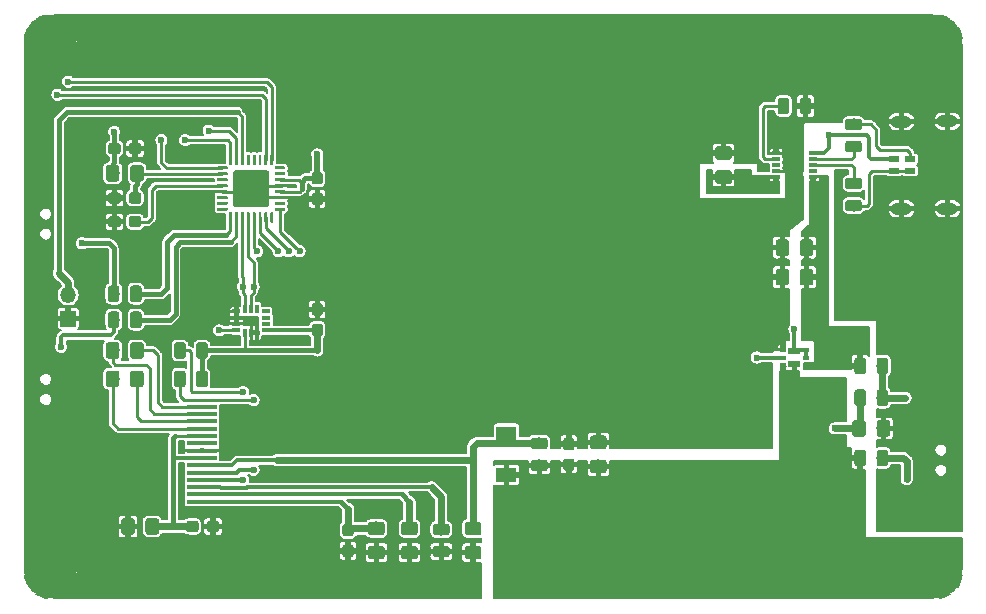
<source format=gbr>
G04 #@! TF.GenerationSoftware,KiCad,Pcbnew,5.1.2*
G04 #@! TF.CreationDate,2019-07-04T05:17:55+02:00*
G04 #@! TF.ProjectId,eside_rev17,65736964-655f-4726-9576-31372e6b6963,rev?*
G04 #@! TF.SameCoordinates,Original*
G04 #@! TF.FileFunction,Copper,L1,Top*
G04 #@! TF.FilePolarity,Positive*
%FSLAX46Y46*%
G04 Gerber Fmt 4.6, Leading zero omitted, Abs format (unit mm)*
G04 Created by KiCad (PCBNEW 5.1.2) date 2019-07-04 05:17:55*
%MOMM*%
%LPD*%
G04 APERTURE LIST*
%ADD10C,0.100000*%
%ADD11C,0.975000*%
%ADD12C,0.700000*%
%ADD13C,4.400000*%
%ADD14R,2.500000X0.320000*%
%ADD15R,0.300000X0.750000*%
%ADD16R,0.650000X0.300000*%
%ADD17R,0.750000X0.300000*%
%ADD18R,0.650000X0.350000*%
%ADD19R,1.550000X2.480000*%
%ADD20C,0.250000*%
%ADD21C,3.100000*%
%ADD22R,1.000000X0.600000*%
%ADD23R,0.500000X0.350000*%
%ADD24C,1.150000*%
%ADD25O,1.350000X1.350000*%
%ADD26R,1.350000X1.350000*%
%ADD27O,1.800000X1.000000*%
%ADD28R,1.700000X1.300000*%
%ADD29R,0.850000X0.500000*%
%ADD30C,0.950000*%
%ADD31C,0.600000*%
%ADD32C,0.250000*%
%ADD33C,0.350000*%
%ADD34C,0.500000*%
%ADD35C,0.400000*%
%ADD36C,0.600000*%
%ADD37C,0.300000*%
%ADD38C,0.200000*%
G04 APERTURE END LIST*
D10*
G36*
X53730142Y-58001174D02*
G01*
X53753803Y-58004684D01*
X53777007Y-58010496D01*
X53799529Y-58018554D01*
X53821153Y-58028782D01*
X53841670Y-58041079D01*
X53860883Y-58055329D01*
X53878607Y-58071393D01*
X53894671Y-58089117D01*
X53908921Y-58108330D01*
X53921218Y-58128847D01*
X53931446Y-58150471D01*
X53939504Y-58172993D01*
X53945316Y-58196197D01*
X53948826Y-58219858D01*
X53950000Y-58243750D01*
X53950000Y-59156250D01*
X53948826Y-59180142D01*
X53945316Y-59203803D01*
X53939504Y-59227007D01*
X53931446Y-59249529D01*
X53921218Y-59271153D01*
X53908921Y-59291670D01*
X53894671Y-59310883D01*
X53878607Y-59328607D01*
X53860883Y-59344671D01*
X53841670Y-59358921D01*
X53821153Y-59371218D01*
X53799529Y-59381446D01*
X53777007Y-59389504D01*
X53753803Y-59395316D01*
X53730142Y-59398826D01*
X53706250Y-59400000D01*
X53218750Y-59400000D01*
X53194858Y-59398826D01*
X53171197Y-59395316D01*
X53147993Y-59389504D01*
X53125471Y-59381446D01*
X53103847Y-59371218D01*
X53083330Y-59358921D01*
X53064117Y-59344671D01*
X53046393Y-59328607D01*
X53030329Y-59310883D01*
X53016079Y-59291670D01*
X53003782Y-59271153D01*
X52993554Y-59249529D01*
X52985496Y-59227007D01*
X52979684Y-59203803D01*
X52976174Y-59180142D01*
X52975000Y-59156250D01*
X52975000Y-58243750D01*
X52976174Y-58219858D01*
X52979684Y-58196197D01*
X52985496Y-58172993D01*
X52993554Y-58150471D01*
X53003782Y-58128847D01*
X53016079Y-58108330D01*
X53030329Y-58089117D01*
X53046393Y-58071393D01*
X53064117Y-58055329D01*
X53083330Y-58041079D01*
X53103847Y-58028782D01*
X53125471Y-58018554D01*
X53147993Y-58010496D01*
X53171197Y-58004684D01*
X53194858Y-58001174D01*
X53218750Y-58000000D01*
X53706250Y-58000000D01*
X53730142Y-58001174D01*
X53730142Y-58001174D01*
G37*
D11*
X53462500Y-58700000D03*
D10*
G36*
X55605142Y-58001174D02*
G01*
X55628803Y-58004684D01*
X55652007Y-58010496D01*
X55674529Y-58018554D01*
X55696153Y-58028782D01*
X55716670Y-58041079D01*
X55735883Y-58055329D01*
X55753607Y-58071393D01*
X55769671Y-58089117D01*
X55783921Y-58108330D01*
X55796218Y-58128847D01*
X55806446Y-58150471D01*
X55814504Y-58172993D01*
X55820316Y-58196197D01*
X55823826Y-58219858D01*
X55825000Y-58243750D01*
X55825000Y-59156250D01*
X55823826Y-59180142D01*
X55820316Y-59203803D01*
X55814504Y-59227007D01*
X55806446Y-59249529D01*
X55796218Y-59271153D01*
X55783921Y-59291670D01*
X55769671Y-59310883D01*
X55753607Y-59328607D01*
X55735883Y-59344671D01*
X55716670Y-59358921D01*
X55696153Y-59371218D01*
X55674529Y-59381446D01*
X55652007Y-59389504D01*
X55628803Y-59395316D01*
X55605142Y-59398826D01*
X55581250Y-59400000D01*
X55093750Y-59400000D01*
X55069858Y-59398826D01*
X55046197Y-59395316D01*
X55022993Y-59389504D01*
X55000471Y-59381446D01*
X54978847Y-59371218D01*
X54958330Y-59358921D01*
X54939117Y-59344671D01*
X54921393Y-59328607D01*
X54905329Y-59310883D01*
X54891079Y-59291670D01*
X54878782Y-59271153D01*
X54868554Y-59249529D01*
X54860496Y-59227007D01*
X54854684Y-59203803D01*
X54851174Y-59180142D01*
X54850000Y-59156250D01*
X54850000Y-58243750D01*
X54851174Y-58219858D01*
X54854684Y-58196197D01*
X54860496Y-58172993D01*
X54868554Y-58150471D01*
X54878782Y-58128847D01*
X54891079Y-58108330D01*
X54905329Y-58089117D01*
X54921393Y-58071393D01*
X54939117Y-58055329D01*
X54958330Y-58041079D01*
X54978847Y-58028782D01*
X55000471Y-58018554D01*
X55022993Y-58010496D01*
X55046197Y-58004684D01*
X55069858Y-58001174D01*
X55093750Y-58000000D01*
X55581250Y-58000000D01*
X55605142Y-58001174D01*
X55605142Y-58001174D01*
G37*
D11*
X55337500Y-58700000D03*
D10*
G36*
X53730142Y-60401174D02*
G01*
X53753803Y-60404684D01*
X53777007Y-60410496D01*
X53799529Y-60418554D01*
X53821153Y-60428782D01*
X53841670Y-60441079D01*
X53860883Y-60455329D01*
X53878607Y-60471393D01*
X53894671Y-60489117D01*
X53908921Y-60508330D01*
X53921218Y-60528847D01*
X53931446Y-60550471D01*
X53939504Y-60572993D01*
X53945316Y-60596197D01*
X53948826Y-60619858D01*
X53950000Y-60643750D01*
X53950000Y-61556250D01*
X53948826Y-61580142D01*
X53945316Y-61603803D01*
X53939504Y-61627007D01*
X53931446Y-61649529D01*
X53921218Y-61671153D01*
X53908921Y-61691670D01*
X53894671Y-61710883D01*
X53878607Y-61728607D01*
X53860883Y-61744671D01*
X53841670Y-61758921D01*
X53821153Y-61771218D01*
X53799529Y-61781446D01*
X53777007Y-61789504D01*
X53753803Y-61795316D01*
X53730142Y-61798826D01*
X53706250Y-61800000D01*
X53218750Y-61800000D01*
X53194858Y-61798826D01*
X53171197Y-61795316D01*
X53147993Y-61789504D01*
X53125471Y-61781446D01*
X53103847Y-61771218D01*
X53083330Y-61758921D01*
X53064117Y-61744671D01*
X53046393Y-61728607D01*
X53030329Y-61710883D01*
X53016079Y-61691670D01*
X53003782Y-61671153D01*
X52993554Y-61649529D01*
X52985496Y-61627007D01*
X52979684Y-61603803D01*
X52976174Y-61580142D01*
X52975000Y-61556250D01*
X52975000Y-60643750D01*
X52976174Y-60619858D01*
X52979684Y-60596197D01*
X52985496Y-60572993D01*
X52993554Y-60550471D01*
X53003782Y-60528847D01*
X53016079Y-60508330D01*
X53030329Y-60489117D01*
X53046393Y-60471393D01*
X53064117Y-60455329D01*
X53083330Y-60441079D01*
X53103847Y-60428782D01*
X53125471Y-60418554D01*
X53147993Y-60410496D01*
X53171197Y-60404684D01*
X53194858Y-60401174D01*
X53218750Y-60400000D01*
X53706250Y-60400000D01*
X53730142Y-60401174D01*
X53730142Y-60401174D01*
G37*
D11*
X53462500Y-61100000D03*
D10*
G36*
X55605142Y-60401174D02*
G01*
X55628803Y-60404684D01*
X55652007Y-60410496D01*
X55674529Y-60418554D01*
X55696153Y-60428782D01*
X55716670Y-60441079D01*
X55735883Y-60455329D01*
X55753607Y-60471393D01*
X55769671Y-60489117D01*
X55783921Y-60508330D01*
X55796218Y-60528847D01*
X55806446Y-60550471D01*
X55814504Y-60572993D01*
X55820316Y-60596197D01*
X55823826Y-60619858D01*
X55825000Y-60643750D01*
X55825000Y-61556250D01*
X55823826Y-61580142D01*
X55820316Y-61603803D01*
X55814504Y-61627007D01*
X55806446Y-61649529D01*
X55796218Y-61671153D01*
X55783921Y-61691670D01*
X55769671Y-61710883D01*
X55753607Y-61728607D01*
X55735883Y-61744671D01*
X55716670Y-61758921D01*
X55696153Y-61771218D01*
X55674529Y-61781446D01*
X55652007Y-61789504D01*
X55628803Y-61795316D01*
X55605142Y-61798826D01*
X55581250Y-61800000D01*
X55093750Y-61800000D01*
X55069858Y-61798826D01*
X55046197Y-61795316D01*
X55022993Y-61789504D01*
X55000471Y-61781446D01*
X54978847Y-61771218D01*
X54958330Y-61758921D01*
X54939117Y-61744671D01*
X54921393Y-61728607D01*
X54905329Y-61710883D01*
X54891079Y-61691670D01*
X54878782Y-61671153D01*
X54868554Y-61649529D01*
X54860496Y-61627007D01*
X54854684Y-61603803D01*
X54851174Y-61580142D01*
X54850000Y-61556250D01*
X54850000Y-60643750D01*
X54851174Y-60619858D01*
X54854684Y-60596197D01*
X54860496Y-60572993D01*
X54868554Y-60550471D01*
X54878782Y-60528847D01*
X54891079Y-60508330D01*
X54905329Y-60489117D01*
X54921393Y-60471393D01*
X54939117Y-60455329D01*
X54958330Y-60441079D01*
X54978847Y-60428782D01*
X55000471Y-60418554D01*
X55022993Y-60410496D01*
X55046197Y-60404684D01*
X55069858Y-60401174D01*
X55093750Y-60400000D01*
X55581250Y-60400000D01*
X55605142Y-60401174D01*
X55605142Y-60401174D01*
G37*
D11*
X55337500Y-61100000D03*
D12*
X118666726Y-31333274D03*
X117500000Y-30850000D03*
X116333274Y-31333274D03*
X115850000Y-32500000D03*
X116333274Y-33666726D03*
X117500000Y-34150000D03*
X118666726Y-33666726D03*
X119150000Y-32500000D03*
D13*
X117500000Y-32500000D03*
D12*
X43666726Y-76333274D03*
X42500000Y-75850000D03*
X41333274Y-76333274D03*
X40850000Y-77500000D03*
X41333274Y-78666726D03*
X42500000Y-79150000D03*
X43666726Y-78666726D03*
X44150000Y-77500000D03*
D13*
X42500000Y-77500000D03*
D12*
X43666726Y-31333274D03*
X42500000Y-30850000D03*
X41333274Y-31333274D03*
X40850000Y-32500000D03*
X41333274Y-33666726D03*
X42500000Y-34150000D03*
X43666726Y-33666726D03*
X44150000Y-32500000D03*
D13*
X42500000Y-32500000D03*
D12*
X118666726Y-76333274D03*
X117500000Y-75850000D03*
X116333274Y-76333274D03*
X115850000Y-77500000D03*
X116333274Y-78666726D03*
X117500000Y-79150000D03*
X118666726Y-78666726D03*
X119150000Y-77500000D03*
D13*
X117500000Y-77500000D03*
D14*
X55341463Y-71515303D03*
X55341463Y-70895303D03*
X55341463Y-70275303D03*
X55341463Y-69655303D03*
X55341463Y-69035303D03*
X55341463Y-68415303D03*
X55341463Y-67795303D03*
X55341463Y-67175303D03*
X55341463Y-66555303D03*
X55341463Y-65935303D03*
X55341463Y-65315303D03*
X55341463Y-64695303D03*
X55341463Y-64075303D03*
X55341463Y-63455303D03*
D15*
X60000000Y-55200000D03*
X59000000Y-55200000D03*
X59500000Y-55200000D03*
X59000000Y-57200000D03*
X60000000Y-57200000D03*
X59500000Y-57200000D03*
D16*
X60750000Y-57000000D03*
D17*
X60750000Y-56450000D03*
X60750000Y-55950000D03*
D18*
X60750000Y-55400000D03*
D16*
X58250000Y-55400000D03*
X58250000Y-57000000D03*
D17*
X58250000Y-56450000D03*
X58250000Y-55950000D03*
D19*
X105500000Y-43000000D03*
D16*
X103950000Y-44000000D03*
X103950000Y-43500000D03*
X103950000Y-43000000D03*
X103950000Y-42500000D03*
X103950000Y-42000000D03*
X107050000Y-42000000D03*
X107050000Y-42500000D03*
X107050000Y-43000000D03*
X107050000Y-43500000D03*
X107050000Y-44000000D03*
D10*
G36*
X61318626Y-47000301D02*
G01*
X61324693Y-47001201D01*
X61330643Y-47002691D01*
X61336418Y-47004758D01*
X61341962Y-47007380D01*
X61347223Y-47010533D01*
X61352150Y-47014187D01*
X61356694Y-47018306D01*
X61360813Y-47022850D01*
X61364467Y-47027777D01*
X61367620Y-47033038D01*
X61370242Y-47038582D01*
X61372309Y-47044357D01*
X61373799Y-47050307D01*
X61374699Y-47056374D01*
X61375000Y-47062500D01*
X61375000Y-47812500D01*
X61374699Y-47818626D01*
X61373799Y-47824693D01*
X61372309Y-47830643D01*
X61370242Y-47836418D01*
X61367620Y-47841962D01*
X61364467Y-47847223D01*
X61360813Y-47852150D01*
X61356694Y-47856694D01*
X61352150Y-47860813D01*
X61347223Y-47864467D01*
X61341962Y-47867620D01*
X61336418Y-47870242D01*
X61330643Y-47872309D01*
X61324693Y-47873799D01*
X61318626Y-47874699D01*
X61312500Y-47875000D01*
X61187500Y-47875000D01*
X61181374Y-47874699D01*
X61175307Y-47873799D01*
X61169357Y-47872309D01*
X61163582Y-47870242D01*
X61158038Y-47867620D01*
X61152777Y-47864467D01*
X61147850Y-47860813D01*
X61143306Y-47856694D01*
X61139187Y-47852150D01*
X61135533Y-47847223D01*
X61132380Y-47841962D01*
X61129758Y-47836418D01*
X61127691Y-47830643D01*
X61126201Y-47824693D01*
X61125301Y-47818626D01*
X61125000Y-47812500D01*
X61125000Y-47062500D01*
X61125301Y-47056374D01*
X61126201Y-47050307D01*
X61127691Y-47044357D01*
X61129758Y-47038582D01*
X61132380Y-47033038D01*
X61135533Y-47027777D01*
X61139187Y-47022850D01*
X61143306Y-47018306D01*
X61147850Y-47014187D01*
X61152777Y-47010533D01*
X61158038Y-47007380D01*
X61163582Y-47004758D01*
X61169357Y-47002691D01*
X61175307Y-47001201D01*
X61181374Y-47000301D01*
X61187500Y-47000000D01*
X61312500Y-47000000D01*
X61318626Y-47000301D01*
X61318626Y-47000301D01*
G37*
D20*
X61250000Y-47437500D03*
D10*
G36*
X60818626Y-47000301D02*
G01*
X60824693Y-47001201D01*
X60830643Y-47002691D01*
X60836418Y-47004758D01*
X60841962Y-47007380D01*
X60847223Y-47010533D01*
X60852150Y-47014187D01*
X60856694Y-47018306D01*
X60860813Y-47022850D01*
X60864467Y-47027777D01*
X60867620Y-47033038D01*
X60870242Y-47038582D01*
X60872309Y-47044357D01*
X60873799Y-47050307D01*
X60874699Y-47056374D01*
X60875000Y-47062500D01*
X60875000Y-47812500D01*
X60874699Y-47818626D01*
X60873799Y-47824693D01*
X60872309Y-47830643D01*
X60870242Y-47836418D01*
X60867620Y-47841962D01*
X60864467Y-47847223D01*
X60860813Y-47852150D01*
X60856694Y-47856694D01*
X60852150Y-47860813D01*
X60847223Y-47864467D01*
X60841962Y-47867620D01*
X60836418Y-47870242D01*
X60830643Y-47872309D01*
X60824693Y-47873799D01*
X60818626Y-47874699D01*
X60812500Y-47875000D01*
X60687500Y-47875000D01*
X60681374Y-47874699D01*
X60675307Y-47873799D01*
X60669357Y-47872309D01*
X60663582Y-47870242D01*
X60658038Y-47867620D01*
X60652777Y-47864467D01*
X60647850Y-47860813D01*
X60643306Y-47856694D01*
X60639187Y-47852150D01*
X60635533Y-47847223D01*
X60632380Y-47841962D01*
X60629758Y-47836418D01*
X60627691Y-47830643D01*
X60626201Y-47824693D01*
X60625301Y-47818626D01*
X60625000Y-47812500D01*
X60625000Y-47062500D01*
X60625301Y-47056374D01*
X60626201Y-47050307D01*
X60627691Y-47044357D01*
X60629758Y-47038582D01*
X60632380Y-47033038D01*
X60635533Y-47027777D01*
X60639187Y-47022850D01*
X60643306Y-47018306D01*
X60647850Y-47014187D01*
X60652777Y-47010533D01*
X60658038Y-47007380D01*
X60663582Y-47004758D01*
X60669357Y-47002691D01*
X60675307Y-47001201D01*
X60681374Y-47000301D01*
X60687500Y-47000000D01*
X60812500Y-47000000D01*
X60818626Y-47000301D01*
X60818626Y-47000301D01*
G37*
D20*
X60750000Y-47437500D03*
D10*
G36*
X60318626Y-47000301D02*
G01*
X60324693Y-47001201D01*
X60330643Y-47002691D01*
X60336418Y-47004758D01*
X60341962Y-47007380D01*
X60347223Y-47010533D01*
X60352150Y-47014187D01*
X60356694Y-47018306D01*
X60360813Y-47022850D01*
X60364467Y-47027777D01*
X60367620Y-47033038D01*
X60370242Y-47038582D01*
X60372309Y-47044357D01*
X60373799Y-47050307D01*
X60374699Y-47056374D01*
X60375000Y-47062500D01*
X60375000Y-47812500D01*
X60374699Y-47818626D01*
X60373799Y-47824693D01*
X60372309Y-47830643D01*
X60370242Y-47836418D01*
X60367620Y-47841962D01*
X60364467Y-47847223D01*
X60360813Y-47852150D01*
X60356694Y-47856694D01*
X60352150Y-47860813D01*
X60347223Y-47864467D01*
X60341962Y-47867620D01*
X60336418Y-47870242D01*
X60330643Y-47872309D01*
X60324693Y-47873799D01*
X60318626Y-47874699D01*
X60312500Y-47875000D01*
X60187500Y-47875000D01*
X60181374Y-47874699D01*
X60175307Y-47873799D01*
X60169357Y-47872309D01*
X60163582Y-47870242D01*
X60158038Y-47867620D01*
X60152777Y-47864467D01*
X60147850Y-47860813D01*
X60143306Y-47856694D01*
X60139187Y-47852150D01*
X60135533Y-47847223D01*
X60132380Y-47841962D01*
X60129758Y-47836418D01*
X60127691Y-47830643D01*
X60126201Y-47824693D01*
X60125301Y-47818626D01*
X60125000Y-47812500D01*
X60125000Y-47062500D01*
X60125301Y-47056374D01*
X60126201Y-47050307D01*
X60127691Y-47044357D01*
X60129758Y-47038582D01*
X60132380Y-47033038D01*
X60135533Y-47027777D01*
X60139187Y-47022850D01*
X60143306Y-47018306D01*
X60147850Y-47014187D01*
X60152777Y-47010533D01*
X60158038Y-47007380D01*
X60163582Y-47004758D01*
X60169357Y-47002691D01*
X60175307Y-47001201D01*
X60181374Y-47000301D01*
X60187500Y-47000000D01*
X60312500Y-47000000D01*
X60318626Y-47000301D01*
X60318626Y-47000301D01*
G37*
D20*
X60250000Y-47437500D03*
D10*
G36*
X59818626Y-47000301D02*
G01*
X59824693Y-47001201D01*
X59830643Y-47002691D01*
X59836418Y-47004758D01*
X59841962Y-47007380D01*
X59847223Y-47010533D01*
X59852150Y-47014187D01*
X59856694Y-47018306D01*
X59860813Y-47022850D01*
X59864467Y-47027777D01*
X59867620Y-47033038D01*
X59870242Y-47038582D01*
X59872309Y-47044357D01*
X59873799Y-47050307D01*
X59874699Y-47056374D01*
X59875000Y-47062500D01*
X59875000Y-47812500D01*
X59874699Y-47818626D01*
X59873799Y-47824693D01*
X59872309Y-47830643D01*
X59870242Y-47836418D01*
X59867620Y-47841962D01*
X59864467Y-47847223D01*
X59860813Y-47852150D01*
X59856694Y-47856694D01*
X59852150Y-47860813D01*
X59847223Y-47864467D01*
X59841962Y-47867620D01*
X59836418Y-47870242D01*
X59830643Y-47872309D01*
X59824693Y-47873799D01*
X59818626Y-47874699D01*
X59812500Y-47875000D01*
X59687500Y-47875000D01*
X59681374Y-47874699D01*
X59675307Y-47873799D01*
X59669357Y-47872309D01*
X59663582Y-47870242D01*
X59658038Y-47867620D01*
X59652777Y-47864467D01*
X59647850Y-47860813D01*
X59643306Y-47856694D01*
X59639187Y-47852150D01*
X59635533Y-47847223D01*
X59632380Y-47841962D01*
X59629758Y-47836418D01*
X59627691Y-47830643D01*
X59626201Y-47824693D01*
X59625301Y-47818626D01*
X59625000Y-47812500D01*
X59625000Y-47062500D01*
X59625301Y-47056374D01*
X59626201Y-47050307D01*
X59627691Y-47044357D01*
X59629758Y-47038582D01*
X59632380Y-47033038D01*
X59635533Y-47027777D01*
X59639187Y-47022850D01*
X59643306Y-47018306D01*
X59647850Y-47014187D01*
X59652777Y-47010533D01*
X59658038Y-47007380D01*
X59663582Y-47004758D01*
X59669357Y-47002691D01*
X59675307Y-47001201D01*
X59681374Y-47000301D01*
X59687500Y-47000000D01*
X59812500Y-47000000D01*
X59818626Y-47000301D01*
X59818626Y-47000301D01*
G37*
D20*
X59750000Y-47437500D03*
D10*
G36*
X59318626Y-47000301D02*
G01*
X59324693Y-47001201D01*
X59330643Y-47002691D01*
X59336418Y-47004758D01*
X59341962Y-47007380D01*
X59347223Y-47010533D01*
X59352150Y-47014187D01*
X59356694Y-47018306D01*
X59360813Y-47022850D01*
X59364467Y-47027777D01*
X59367620Y-47033038D01*
X59370242Y-47038582D01*
X59372309Y-47044357D01*
X59373799Y-47050307D01*
X59374699Y-47056374D01*
X59375000Y-47062500D01*
X59375000Y-47812500D01*
X59374699Y-47818626D01*
X59373799Y-47824693D01*
X59372309Y-47830643D01*
X59370242Y-47836418D01*
X59367620Y-47841962D01*
X59364467Y-47847223D01*
X59360813Y-47852150D01*
X59356694Y-47856694D01*
X59352150Y-47860813D01*
X59347223Y-47864467D01*
X59341962Y-47867620D01*
X59336418Y-47870242D01*
X59330643Y-47872309D01*
X59324693Y-47873799D01*
X59318626Y-47874699D01*
X59312500Y-47875000D01*
X59187500Y-47875000D01*
X59181374Y-47874699D01*
X59175307Y-47873799D01*
X59169357Y-47872309D01*
X59163582Y-47870242D01*
X59158038Y-47867620D01*
X59152777Y-47864467D01*
X59147850Y-47860813D01*
X59143306Y-47856694D01*
X59139187Y-47852150D01*
X59135533Y-47847223D01*
X59132380Y-47841962D01*
X59129758Y-47836418D01*
X59127691Y-47830643D01*
X59126201Y-47824693D01*
X59125301Y-47818626D01*
X59125000Y-47812500D01*
X59125000Y-47062500D01*
X59125301Y-47056374D01*
X59126201Y-47050307D01*
X59127691Y-47044357D01*
X59129758Y-47038582D01*
X59132380Y-47033038D01*
X59135533Y-47027777D01*
X59139187Y-47022850D01*
X59143306Y-47018306D01*
X59147850Y-47014187D01*
X59152777Y-47010533D01*
X59158038Y-47007380D01*
X59163582Y-47004758D01*
X59169357Y-47002691D01*
X59175307Y-47001201D01*
X59181374Y-47000301D01*
X59187500Y-47000000D01*
X59312500Y-47000000D01*
X59318626Y-47000301D01*
X59318626Y-47000301D01*
G37*
D20*
X59250000Y-47437500D03*
D10*
G36*
X58818626Y-47000301D02*
G01*
X58824693Y-47001201D01*
X58830643Y-47002691D01*
X58836418Y-47004758D01*
X58841962Y-47007380D01*
X58847223Y-47010533D01*
X58852150Y-47014187D01*
X58856694Y-47018306D01*
X58860813Y-47022850D01*
X58864467Y-47027777D01*
X58867620Y-47033038D01*
X58870242Y-47038582D01*
X58872309Y-47044357D01*
X58873799Y-47050307D01*
X58874699Y-47056374D01*
X58875000Y-47062500D01*
X58875000Y-47812500D01*
X58874699Y-47818626D01*
X58873799Y-47824693D01*
X58872309Y-47830643D01*
X58870242Y-47836418D01*
X58867620Y-47841962D01*
X58864467Y-47847223D01*
X58860813Y-47852150D01*
X58856694Y-47856694D01*
X58852150Y-47860813D01*
X58847223Y-47864467D01*
X58841962Y-47867620D01*
X58836418Y-47870242D01*
X58830643Y-47872309D01*
X58824693Y-47873799D01*
X58818626Y-47874699D01*
X58812500Y-47875000D01*
X58687500Y-47875000D01*
X58681374Y-47874699D01*
X58675307Y-47873799D01*
X58669357Y-47872309D01*
X58663582Y-47870242D01*
X58658038Y-47867620D01*
X58652777Y-47864467D01*
X58647850Y-47860813D01*
X58643306Y-47856694D01*
X58639187Y-47852150D01*
X58635533Y-47847223D01*
X58632380Y-47841962D01*
X58629758Y-47836418D01*
X58627691Y-47830643D01*
X58626201Y-47824693D01*
X58625301Y-47818626D01*
X58625000Y-47812500D01*
X58625000Y-47062500D01*
X58625301Y-47056374D01*
X58626201Y-47050307D01*
X58627691Y-47044357D01*
X58629758Y-47038582D01*
X58632380Y-47033038D01*
X58635533Y-47027777D01*
X58639187Y-47022850D01*
X58643306Y-47018306D01*
X58647850Y-47014187D01*
X58652777Y-47010533D01*
X58658038Y-47007380D01*
X58663582Y-47004758D01*
X58669357Y-47002691D01*
X58675307Y-47001201D01*
X58681374Y-47000301D01*
X58687500Y-47000000D01*
X58812500Y-47000000D01*
X58818626Y-47000301D01*
X58818626Y-47000301D01*
G37*
D20*
X58750000Y-47437500D03*
D10*
G36*
X58318626Y-47000301D02*
G01*
X58324693Y-47001201D01*
X58330643Y-47002691D01*
X58336418Y-47004758D01*
X58341962Y-47007380D01*
X58347223Y-47010533D01*
X58352150Y-47014187D01*
X58356694Y-47018306D01*
X58360813Y-47022850D01*
X58364467Y-47027777D01*
X58367620Y-47033038D01*
X58370242Y-47038582D01*
X58372309Y-47044357D01*
X58373799Y-47050307D01*
X58374699Y-47056374D01*
X58375000Y-47062500D01*
X58375000Y-47812500D01*
X58374699Y-47818626D01*
X58373799Y-47824693D01*
X58372309Y-47830643D01*
X58370242Y-47836418D01*
X58367620Y-47841962D01*
X58364467Y-47847223D01*
X58360813Y-47852150D01*
X58356694Y-47856694D01*
X58352150Y-47860813D01*
X58347223Y-47864467D01*
X58341962Y-47867620D01*
X58336418Y-47870242D01*
X58330643Y-47872309D01*
X58324693Y-47873799D01*
X58318626Y-47874699D01*
X58312500Y-47875000D01*
X58187500Y-47875000D01*
X58181374Y-47874699D01*
X58175307Y-47873799D01*
X58169357Y-47872309D01*
X58163582Y-47870242D01*
X58158038Y-47867620D01*
X58152777Y-47864467D01*
X58147850Y-47860813D01*
X58143306Y-47856694D01*
X58139187Y-47852150D01*
X58135533Y-47847223D01*
X58132380Y-47841962D01*
X58129758Y-47836418D01*
X58127691Y-47830643D01*
X58126201Y-47824693D01*
X58125301Y-47818626D01*
X58125000Y-47812500D01*
X58125000Y-47062500D01*
X58125301Y-47056374D01*
X58126201Y-47050307D01*
X58127691Y-47044357D01*
X58129758Y-47038582D01*
X58132380Y-47033038D01*
X58135533Y-47027777D01*
X58139187Y-47022850D01*
X58143306Y-47018306D01*
X58147850Y-47014187D01*
X58152777Y-47010533D01*
X58158038Y-47007380D01*
X58163582Y-47004758D01*
X58169357Y-47002691D01*
X58175307Y-47001201D01*
X58181374Y-47000301D01*
X58187500Y-47000000D01*
X58312500Y-47000000D01*
X58318626Y-47000301D01*
X58318626Y-47000301D01*
G37*
D20*
X58250000Y-47437500D03*
D10*
G36*
X57818626Y-47000301D02*
G01*
X57824693Y-47001201D01*
X57830643Y-47002691D01*
X57836418Y-47004758D01*
X57841962Y-47007380D01*
X57847223Y-47010533D01*
X57852150Y-47014187D01*
X57856694Y-47018306D01*
X57860813Y-47022850D01*
X57864467Y-47027777D01*
X57867620Y-47033038D01*
X57870242Y-47038582D01*
X57872309Y-47044357D01*
X57873799Y-47050307D01*
X57874699Y-47056374D01*
X57875000Y-47062500D01*
X57875000Y-47812500D01*
X57874699Y-47818626D01*
X57873799Y-47824693D01*
X57872309Y-47830643D01*
X57870242Y-47836418D01*
X57867620Y-47841962D01*
X57864467Y-47847223D01*
X57860813Y-47852150D01*
X57856694Y-47856694D01*
X57852150Y-47860813D01*
X57847223Y-47864467D01*
X57841962Y-47867620D01*
X57836418Y-47870242D01*
X57830643Y-47872309D01*
X57824693Y-47873799D01*
X57818626Y-47874699D01*
X57812500Y-47875000D01*
X57687500Y-47875000D01*
X57681374Y-47874699D01*
X57675307Y-47873799D01*
X57669357Y-47872309D01*
X57663582Y-47870242D01*
X57658038Y-47867620D01*
X57652777Y-47864467D01*
X57647850Y-47860813D01*
X57643306Y-47856694D01*
X57639187Y-47852150D01*
X57635533Y-47847223D01*
X57632380Y-47841962D01*
X57629758Y-47836418D01*
X57627691Y-47830643D01*
X57626201Y-47824693D01*
X57625301Y-47818626D01*
X57625000Y-47812500D01*
X57625000Y-47062500D01*
X57625301Y-47056374D01*
X57626201Y-47050307D01*
X57627691Y-47044357D01*
X57629758Y-47038582D01*
X57632380Y-47033038D01*
X57635533Y-47027777D01*
X57639187Y-47022850D01*
X57643306Y-47018306D01*
X57647850Y-47014187D01*
X57652777Y-47010533D01*
X57658038Y-47007380D01*
X57663582Y-47004758D01*
X57669357Y-47002691D01*
X57675307Y-47001201D01*
X57681374Y-47000301D01*
X57687500Y-47000000D01*
X57812500Y-47000000D01*
X57818626Y-47000301D01*
X57818626Y-47000301D01*
G37*
D20*
X57750000Y-47437500D03*
D10*
G36*
X57443626Y-46625301D02*
G01*
X57449693Y-46626201D01*
X57455643Y-46627691D01*
X57461418Y-46629758D01*
X57466962Y-46632380D01*
X57472223Y-46635533D01*
X57477150Y-46639187D01*
X57481694Y-46643306D01*
X57485813Y-46647850D01*
X57489467Y-46652777D01*
X57492620Y-46658038D01*
X57495242Y-46663582D01*
X57497309Y-46669357D01*
X57498799Y-46675307D01*
X57499699Y-46681374D01*
X57500000Y-46687500D01*
X57500000Y-46812500D01*
X57499699Y-46818626D01*
X57498799Y-46824693D01*
X57497309Y-46830643D01*
X57495242Y-46836418D01*
X57492620Y-46841962D01*
X57489467Y-46847223D01*
X57485813Y-46852150D01*
X57481694Y-46856694D01*
X57477150Y-46860813D01*
X57472223Y-46864467D01*
X57466962Y-46867620D01*
X57461418Y-46870242D01*
X57455643Y-46872309D01*
X57449693Y-46873799D01*
X57443626Y-46874699D01*
X57437500Y-46875000D01*
X56687500Y-46875000D01*
X56681374Y-46874699D01*
X56675307Y-46873799D01*
X56669357Y-46872309D01*
X56663582Y-46870242D01*
X56658038Y-46867620D01*
X56652777Y-46864467D01*
X56647850Y-46860813D01*
X56643306Y-46856694D01*
X56639187Y-46852150D01*
X56635533Y-46847223D01*
X56632380Y-46841962D01*
X56629758Y-46836418D01*
X56627691Y-46830643D01*
X56626201Y-46824693D01*
X56625301Y-46818626D01*
X56625000Y-46812500D01*
X56625000Y-46687500D01*
X56625301Y-46681374D01*
X56626201Y-46675307D01*
X56627691Y-46669357D01*
X56629758Y-46663582D01*
X56632380Y-46658038D01*
X56635533Y-46652777D01*
X56639187Y-46647850D01*
X56643306Y-46643306D01*
X56647850Y-46639187D01*
X56652777Y-46635533D01*
X56658038Y-46632380D01*
X56663582Y-46629758D01*
X56669357Y-46627691D01*
X56675307Y-46626201D01*
X56681374Y-46625301D01*
X56687500Y-46625000D01*
X57437500Y-46625000D01*
X57443626Y-46625301D01*
X57443626Y-46625301D01*
G37*
D20*
X57062500Y-46750000D03*
D10*
G36*
X57443626Y-46125301D02*
G01*
X57449693Y-46126201D01*
X57455643Y-46127691D01*
X57461418Y-46129758D01*
X57466962Y-46132380D01*
X57472223Y-46135533D01*
X57477150Y-46139187D01*
X57481694Y-46143306D01*
X57485813Y-46147850D01*
X57489467Y-46152777D01*
X57492620Y-46158038D01*
X57495242Y-46163582D01*
X57497309Y-46169357D01*
X57498799Y-46175307D01*
X57499699Y-46181374D01*
X57500000Y-46187500D01*
X57500000Y-46312500D01*
X57499699Y-46318626D01*
X57498799Y-46324693D01*
X57497309Y-46330643D01*
X57495242Y-46336418D01*
X57492620Y-46341962D01*
X57489467Y-46347223D01*
X57485813Y-46352150D01*
X57481694Y-46356694D01*
X57477150Y-46360813D01*
X57472223Y-46364467D01*
X57466962Y-46367620D01*
X57461418Y-46370242D01*
X57455643Y-46372309D01*
X57449693Y-46373799D01*
X57443626Y-46374699D01*
X57437500Y-46375000D01*
X56687500Y-46375000D01*
X56681374Y-46374699D01*
X56675307Y-46373799D01*
X56669357Y-46372309D01*
X56663582Y-46370242D01*
X56658038Y-46367620D01*
X56652777Y-46364467D01*
X56647850Y-46360813D01*
X56643306Y-46356694D01*
X56639187Y-46352150D01*
X56635533Y-46347223D01*
X56632380Y-46341962D01*
X56629758Y-46336418D01*
X56627691Y-46330643D01*
X56626201Y-46324693D01*
X56625301Y-46318626D01*
X56625000Y-46312500D01*
X56625000Y-46187500D01*
X56625301Y-46181374D01*
X56626201Y-46175307D01*
X56627691Y-46169357D01*
X56629758Y-46163582D01*
X56632380Y-46158038D01*
X56635533Y-46152777D01*
X56639187Y-46147850D01*
X56643306Y-46143306D01*
X56647850Y-46139187D01*
X56652777Y-46135533D01*
X56658038Y-46132380D01*
X56663582Y-46129758D01*
X56669357Y-46127691D01*
X56675307Y-46126201D01*
X56681374Y-46125301D01*
X56687500Y-46125000D01*
X57437500Y-46125000D01*
X57443626Y-46125301D01*
X57443626Y-46125301D01*
G37*
D20*
X57062500Y-46250000D03*
D10*
G36*
X57443626Y-45625301D02*
G01*
X57449693Y-45626201D01*
X57455643Y-45627691D01*
X57461418Y-45629758D01*
X57466962Y-45632380D01*
X57472223Y-45635533D01*
X57477150Y-45639187D01*
X57481694Y-45643306D01*
X57485813Y-45647850D01*
X57489467Y-45652777D01*
X57492620Y-45658038D01*
X57495242Y-45663582D01*
X57497309Y-45669357D01*
X57498799Y-45675307D01*
X57499699Y-45681374D01*
X57500000Y-45687500D01*
X57500000Y-45812500D01*
X57499699Y-45818626D01*
X57498799Y-45824693D01*
X57497309Y-45830643D01*
X57495242Y-45836418D01*
X57492620Y-45841962D01*
X57489467Y-45847223D01*
X57485813Y-45852150D01*
X57481694Y-45856694D01*
X57477150Y-45860813D01*
X57472223Y-45864467D01*
X57466962Y-45867620D01*
X57461418Y-45870242D01*
X57455643Y-45872309D01*
X57449693Y-45873799D01*
X57443626Y-45874699D01*
X57437500Y-45875000D01*
X56687500Y-45875000D01*
X56681374Y-45874699D01*
X56675307Y-45873799D01*
X56669357Y-45872309D01*
X56663582Y-45870242D01*
X56658038Y-45867620D01*
X56652777Y-45864467D01*
X56647850Y-45860813D01*
X56643306Y-45856694D01*
X56639187Y-45852150D01*
X56635533Y-45847223D01*
X56632380Y-45841962D01*
X56629758Y-45836418D01*
X56627691Y-45830643D01*
X56626201Y-45824693D01*
X56625301Y-45818626D01*
X56625000Y-45812500D01*
X56625000Y-45687500D01*
X56625301Y-45681374D01*
X56626201Y-45675307D01*
X56627691Y-45669357D01*
X56629758Y-45663582D01*
X56632380Y-45658038D01*
X56635533Y-45652777D01*
X56639187Y-45647850D01*
X56643306Y-45643306D01*
X56647850Y-45639187D01*
X56652777Y-45635533D01*
X56658038Y-45632380D01*
X56663582Y-45629758D01*
X56669357Y-45627691D01*
X56675307Y-45626201D01*
X56681374Y-45625301D01*
X56687500Y-45625000D01*
X57437500Y-45625000D01*
X57443626Y-45625301D01*
X57443626Y-45625301D01*
G37*
D20*
X57062500Y-45750000D03*
D10*
G36*
X57443626Y-45125301D02*
G01*
X57449693Y-45126201D01*
X57455643Y-45127691D01*
X57461418Y-45129758D01*
X57466962Y-45132380D01*
X57472223Y-45135533D01*
X57477150Y-45139187D01*
X57481694Y-45143306D01*
X57485813Y-45147850D01*
X57489467Y-45152777D01*
X57492620Y-45158038D01*
X57495242Y-45163582D01*
X57497309Y-45169357D01*
X57498799Y-45175307D01*
X57499699Y-45181374D01*
X57500000Y-45187500D01*
X57500000Y-45312500D01*
X57499699Y-45318626D01*
X57498799Y-45324693D01*
X57497309Y-45330643D01*
X57495242Y-45336418D01*
X57492620Y-45341962D01*
X57489467Y-45347223D01*
X57485813Y-45352150D01*
X57481694Y-45356694D01*
X57477150Y-45360813D01*
X57472223Y-45364467D01*
X57466962Y-45367620D01*
X57461418Y-45370242D01*
X57455643Y-45372309D01*
X57449693Y-45373799D01*
X57443626Y-45374699D01*
X57437500Y-45375000D01*
X56687500Y-45375000D01*
X56681374Y-45374699D01*
X56675307Y-45373799D01*
X56669357Y-45372309D01*
X56663582Y-45370242D01*
X56658038Y-45367620D01*
X56652777Y-45364467D01*
X56647850Y-45360813D01*
X56643306Y-45356694D01*
X56639187Y-45352150D01*
X56635533Y-45347223D01*
X56632380Y-45341962D01*
X56629758Y-45336418D01*
X56627691Y-45330643D01*
X56626201Y-45324693D01*
X56625301Y-45318626D01*
X56625000Y-45312500D01*
X56625000Y-45187500D01*
X56625301Y-45181374D01*
X56626201Y-45175307D01*
X56627691Y-45169357D01*
X56629758Y-45163582D01*
X56632380Y-45158038D01*
X56635533Y-45152777D01*
X56639187Y-45147850D01*
X56643306Y-45143306D01*
X56647850Y-45139187D01*
X56652777Y-45135533D01*
X56658038Y-45132380D01*
X56663582Y-45129758D01*
X56669357Y-45127691D01*
X56675307Y-45126201D01*
X56681374Y-45125301D01*
X56687500Y-45125000D01*
X57437500Y-45125000D01*
X57443626Y-45125301D01*
X57443626Y-45125301D01*
G37*
D20*
X57062500Y-45250000D03*
D10*
G36*
X57443626Y-44625301D02*
G01*
X57449693Y-44626201D01*
X57455643Y-44627691D01*
X57461418Y-44629758D01*
X57466962Y-44632380D01*
X57472223Y-44635533D01*
X57477150Y-44639187D01*
X57481694Y-44643306D01*
X57485813Y-44647850D01*
X57489467Y-44652777D01*
X57492620Y-44658038D01*
X57495242Y-44663582D01*
X57497309Y-44669357D01*
X57498799Y-44675307D01*
X57499699Y-44681374D01*
X57500000Y-44687500D01*
X57500000Y-44812500D01*
X57499699Y-44818626D01*
X57498799Y-44824693D01*
X57497309Y-44830643D01*
X57495242Y-44836418D01*
X57492620Y-44841962D01*
X57489467Y-44847223D01*
X57485813Y-44852150D01*
X57481694Y-44856694D01*
X57477150Y-44860813D01*
X57472223Y-44864467D01*
X57466962Y-44867620D01*
X57461418Y-44870242D01*
X57455643Y-44872309D01*
X57449693Y-44873799D01*
X57443626Y-44874699D01*
X57437500Y-44875000D01*
X56687500Y-44875000D01*
X56681374Y-44874699D01*
X56675307Y-44873799D01*
X56669357Y-44872309D01*
X56663582Y-44870242D01*
X56658038Y-44867620D01*
X56652777Y-44864467D01*
X56647850Y-44860813D01*
X56643306Y-44856694D01*
X56639187Y-44852150D01*
X56635533Y-44847223D01*
X56632380Y-44841962D01*
X56629758Y-44836418D01*
X56627691Y-44830643D01*
X56626201Y-44824693D01*
X56625301Y-44818626D01*
X56625000Y-44812500D01*
X56625000Y-44687500D01*
X56625301Y-44681374D01*
X56626201Y-44675307D01*
X56627691Y-44669357D01*
X56629758Y-44663582D01*
X56632380Y-44658038D01*
X56635533Y-44652777D01*
X56639187Y-44647850D01*
X56643306Y-44643306D01*
X56647850Y-44639187D01*
X56652777Y-44635533D01*
X56658038Y-44632380D01*
X56663582Y-44629758D01*
X56669357Y-44627691D01*
X56675307Y-44626201D01*
X56681374Y-44625301D01*
X56687500Y-44625000D01*
X57437500Y-44625000D01*
X57443626Y-44625301D01*
X57443626Y-44625301D01*
G37*
D20*
X57062500Y-44750000D03*
D10*
G36*
X57443626Y-44125301D02*
G01*
X57449693Y-44126201D01*
X57455643Y-44127691D01*
X57461418Y-44129758D01*
X57466962Y-44132380D01*
X57472223Y-44135533D01*
X57477150Y-44139187D01*
X57481694Y-44143306D01*
X57485813Y-44147850D01*
X57489467Y-44152777D01*
X57492620Y-44158038D01*
X57495242Y-44163582D01*
X57497309Y-44169357D01*
X57498799Y-44175307D01*
X57499699Y-44181374D01*
X57500000Y-44187500D01*
X57500000Y-44312500D01*
X57499699Y-44318626D01*
X57498799Y-44324693D01*
X57497309Y-44330643D01*
X57495242Y-44336418D01*
X57492620Y-44341962D01*
X57489467Y-44347223D01*
X57485813Y-44352150D01*
X57481694Y-44356694D01*
X57477150Y-44360813D01*
X57472223Y-44364467D01*
X57466962Y-44367620D01*
X57461418Y-44370242D01*
X57455643Y-44372309D01*
X57449693Y-44373799D01*
X57443626Y-44374699D01*
X57437500Y-44375000D01*
X56687500Y-44375000D01*
X56681374Y-44374699D01*
X56675307Y-44373799D01*
X56669357Y-44372309D01*
X56663582Y-44370242D01*
X56658038Y-44367620D01*
X56652777Y-44364467D01*
X56647850Y-44360813D01*
X56643306Y-44356694D01*
X56639187Y-44352150D01*
X56635533Y-44347223D01*
X56632380Y-44341962D01*
X56629758Y-44336418D01*
X56627691Y-44330643D01*
X56626201Y-44324693D01*
X56625301Y-44318626D01*
X56625000Y-44312500D01*
X56625000Y-44187500D01*
X56625301Y-44181374D01*
X56626201Y-44175307D01*
X56627691Y-44169357D01*
X56629758Y-44163582D01*
X56632380Y-44158038D01*
X56635533Y-44152777D01*
X56639187Y-44147850D01*
X56643306Y-44143306D01*
X56647850Y-44139187D01*
X56652777Y-44135533D01*
X56658038Y-44132380D01*
X56663582Y-44129758D01*
X56669357Y-44127691D01*
X56675307Y-44126201D01*
X56681374Y-44125301D01*
X56687500Y-44125000D01*
X57437500Y-44125000D01*
X57443626Y-44125301D01*
X57443626Y-44125301D01*
G37*
D20*
X57062500Y-44250000D03*
D10*
G36*
X57443626Y-43625301D02*
G01*
X57449693Y-43626201D01*
X57455643Y-43627691D01*
X57461418Y-43629758D01*
X57466962Y-43632380D01*
X57472223Y-43635533D01*
X57477150Y-43639187D01*
X57481694Y-43643306D01*
X57485813Y-43647850D01*
X57489467Y-43652777D01*
X57492620Y-43658038D01*
X57495242Y-43663582D01*
X57497309Y-43669357D01*
X57498799Y-43675307D01*
X57499699Y-43681374D01*
X57500000Y-43687500D01*
X57500000Y-43812500D01*
X57499699Y-43818626D01*
X57498799Y-43824693D01*
X57497309Y-43830643D01*
X57495242Y-43836418D01*
X57492620Y-43841962D01*
X57489467Y-43847223D01*
X57485813Y-43852150D01*
X57481694Y-43856694D01*
X57477150Y-43860813D01*
X57472223Y-43864467D01*
X57466962Y-43867620D01*
X57461418Y-43870242D01*
X57455643Y-43872309D01*
X57449693Y-43873799D01*
X57443626Y-43874699D01*
X57437500Y-43875000D01*
X56687500Y-43875000D01*
X56681374Y-43874699D01*
X56675307Y-43873799D01*
X56669357Y-43872309D01*
X56663582Y-43870242D01*
X56658038Y-43867620D01*
X56652777Y-43864467D01*
X56647850Y-43860813D01*
X56643306Y-43856694D01*
X56639187Y-43852150D01*
X56635533Y-43847223D01*
X56632380Y-43841962D01*
X56629758Y-43836418D01*
X56627691Y-43830643D01*
X56626201Y-43824693D01*
X56625301Y-43818626D01*
X56625000Y-43812500D01*
X56625000Y-43687500D01*
X56625301Y-43681374D01*
X56626201Y-43675307D01*
X56627691Y-43669357D01*
X56629758Y-43663582D01*
X56632380Y-43658038D01*
X56635533Y-43652777D01*
X56639187Y-43647850D01*
X56643306Y-43643306D01*
X56647850Y-43639187D01*
X56652777Y-43635533D01*
X56658038Y-43632380D01*
X56663582Y-43629758D01*
X56669357Y-43627691D01*
X56675307Y-43626201D01*
X56681374Y-43625301D01*
X56687500Y-43625000D01*
X57437500Y-43625000D01*
X57443626Y-43625301D01*
X57443626Y-43625301D01*
G37*
D20*
X57062500Y-43750000D03*
D10*
G36*
X57443626Y-43125301D02*
G01*
X57449693Y-43126201D01*
X57455643Y-43127691D01*
X57461418Y-43129758D01*
X57466962Y-43132380D01*
X57472223Y-43135533D01*
X57477150Y-43139187D01*
X57481694Y-43143306D01*
X57485813Y-43147850D01*
X57489467Y-43152777D01*
X57492620Y-43158038D01*
X57495242Y-43163582D01*
X57497309Y-43169357D01*
X57498799Y-43175307D01*
X57499699Y-43181374D01*
X57500000Y-43187500D01*
X57500000Y-43312500D01*
X57499699Y-43318626D01*
X57498799Y-43324693D01*
X57497309Y-43330643D01*
X57495242Y-43336418D01*
X57492620Y-43341962D01*
X57489467Y-43347223D01*
X57485813Y-43352150D01*
X57481694Y-43356694D01*
X57477150Y-43360813D01*
X57472223Y-43364467D01*
X57466962Y-43367620D01*
X57461418Y-43370242D01*
X57455643Y-43372309D01*
X57449693Y-43373799D01*
X57443626Y-43374699D01*
X57437500Y-43375000D01*
X56687500Y-43375000D01*
X56681374Y-43374699D01*
X56675307Y-43373799D01*
X56669357Y-43372309D01*
X56663582Y-43370242D01*
X56658038Y-43367620D01*
X56652777Y-43364467D01*
X56647850Y-43360813D01*
X56643306Y-43356694D01*
X56639187Y-43352150D01*
X56635533Y-43347223D01*
X56632380Y-43341962D01*
X56629758Y-43336418D01*
X56627691Y-43330643D01*
X56626201Y-43324693D01*
X56625301Y-43318626D01*
X56625000Y-43312500D01*
X56625000Y-43187500D01*
X56625301Y-43181374D01*
X56626201Y-43175307D01*
X56627691Y-43169357D01*
X56629758Y-43163582D01*
X56632380Y-43158038D01*
X56635533Y-43152777D01*
X56639187Y-43147850D01*
X56643306Y-43143306D01*
X56647850Y-43139187D01*
X56652777Y-43135533D01*
X56658038Y-43132380D01*
X56663582Y-43129758D01*
X56669357Y-43127691D01*
X56675307Y-43126201D01*
X56681374Y-43125301D01*
X56687500Y-43125000D01*
X57437500Y-43125000D01*
X57443626Y-43125301D01*
X57443626Y-43125301D01*
G37*
D20*
X57062500Y-43250000D03*
D10*
G36*
X57818626Y-42125301D02*
G01*
X57824693Y-42126201D01*
X57830643Y-42127691D01*
X57836418Y-42129758D01*
X57841962Y-42132380D01*
X57847223Y-42135533D01*
X57852150Y-42139187D01*
X57856694Y-42143306D01*
X57860813Y-42147850D01*
X57864467Y-42152777D01*
X57867620Y-42158038D01*
X57870242Y-42163582D01*
X57872309Y-42169357D01*
X57873799Y-42175307D01*
X57874699Y-42181374D01*
X57875000Y-42187500D01*
X57875000Y-42937500D01*
X57874699Y-42943626D01*
X57873799Y-42949693D01*
X57872309Y-42955643D01*
X57870242Y-42961418D01*
X57867620Y-42966962D01*
X57864467Y-42972223D01*
X57860813Y-42977150D01*
X57856694Y-42981694D01*
X57852150Y-42985813D01*
X57847223Y-42989467D01*
X57841962Y-42992620D01*
X57836418Y-42995242D01*
X57830643Y-42997309D01*
X57824693Y-42998799D01*
X57818626Y-42999699D01*
X57812500Y-43000000D01*
X57687500Y-43000000D01*
X57681374Y-42999699D01*
X57675307Y-42998799D01*
X57669357Y-42997309D01*
X57663582Y-42995242D01*
X57658038Y-42992620D01*
X57652777Y-42989467D01*
X57647850Y-42985813D01*
X57643306Y-42981694D01*
X57639187Y-42977150D01*
X57635533Y-42972223D01*
X57632380Y-42966962D01*
X57629758Y-42961418D01*
X57627691Y-42955643D01*
X57626201Y-42949693D01*
X57625301Y-42943626D01*
X57625000Y-42937500D01*
X57625000Y-42187500D01*
X57625301Y-42181374D01*
X57626201Y-42175307D01*
X57627691Y-42169357D01*
X57629758Y-42163582D01*
X57632380Y-42158038D01*
X57635533Y-42152777D01*
X57639187Y-42147850D01*
X57643306Y-42143306D01*
X57647850Y-42139187D01*
X57652777Y-42135533D01*
X57658038Y-42132380D01*
X57663582Y-42129758D01*
X57669357Y-42127691D01*
X57675307Y-42126201D01*
X57681374Y-42125301D01*
X57687500Y-42125000D01*
X57812500Y-42125000D01*
X57818626Y-42125301D01*
X57818626Y-42125301D01*
G37*
D20*
X57750000Y-42562500D03*
D10*
G36*
X58318626Y-42125301D02*
G01*
X58324693Y-42126201D01*
X58330643Y-42127691D01*
X58336418Y-42129758D01*
X58341962Y-42132380D01*
X58347223Y-42135533D01*
X58352150Y-42139187D01*
X58356694Y-42143306D01*
X58360813Y-42147850D01*
X58364467Y-42152777D01*
X58367620Y-42158038D01*
X58370242Y-42163582D01*
X58372309Y-42169357D01*
X58373799Y-42175307D01*
X58374699Y-42181374D01*
X58375000Y-42187500D01*
X58375000Y-42937500D01*
X58374699Y-42943626D01*
X58373799Y-42949693D01*
X58372309Y-42955643D01*
X58370242Y-42961418D01*
X58367620Y-42966962D01*
X58364467Y-42972223D01*
X58360813Y-42977150D01*
X58356694Y-42981694D01*
X58352150Y-42985813D01*
X58347223Y-42989467D01*
X58341962Y-42992620D01*
X58336418Y-42995242D01*
X58330643Y-42997309D01*
X58324693Y-42998799D01*
X58318626Y-42999699D01*
X58312500Y-43000000D01*
X58187500Y-43000000D01*
X58181374Y-42999699D01*
X58175307Y-42998799D01*
X58169357Y-42997309D01*
X58163582Y-42995242D01*
X58158038Y-42992620D01*
X58152777Y-42989467D01*
X58147850Y-42985813D01*
X58143306Y-42981694D01*
X58139187Y-42977150D01*
X58135533Y-42972223D01*
X58132380Y-42966962D01*
X58129758Y-42961418D01*
X58127691Y-42955643D01*
X58126201Y-42949693D01*
X58125301Y-42943626D01*
X58125000Y-42937500D01*
X58125000Y-42187500D01*
X58125301Y-42181374D01*
X58126201Y-42175307D01*
X58127691Y-42169357D01*
X58129758Y-42163582D01*
X58132380Y-42158038D01*
X58135533Y-42152777D01*
X58139187Y-42147850D01*
X58143306Y-42143306D01*
X58147850Y-42139187D01*
X58152777Y-42135533D01*
X58158038Y-42132380D01*
X58163582Y-42129758D01*
X58169357Y-42127691D01*
X58175307Y-42126201D01*
X58181374Y-42125301D01*
X58187500Y-42125000D01*
X58312500Y-42125000D01*
X58318626Y-42125301D01*
X58318626Y-42125301D01*
G37*
D20*
X58250000Y-42562500D03*
D10*
G36*
X58818626Y-42125301D02*
G01*
X58824693Y-42126201D01*
X58830643Y-42127691D01*
X58836418Y-42129758D01*
X58841962Y-42132380D01*
X58847223Y-42135533D01*
X58852150Y-42139187D01*
X58856694Y-42143306D01*
X58860813Y-42147850D01*
X58864467Y-42152777D01*
X58867620Y-42158038D01*
X58870242Y-42163582D01*
X58872309Y-42169357D01*
X58873799Y-42175307D01*
X58874699Y-42181374D01*
X58875000Y-42187500D01*
X58875000Y-42937500D01*
X58874699Y-42943626D01*
X58873799Y-42949693D01*
X58872309Y-42955643D01*
X58870242Y-42961418D01*
X58867620Y-42966962D01*
X58864467Y-42972223D01*
X58860813Y-42977150D01*
X58856694Y-42981694D01*
X58852150Y-42985813D01*
X58847223Y-42989467D01*
X58841962Y-42992620D01*
X58836418Y-42995242D01*
X58830643Y-42997309D01*
X58824693Y-42998799D01*
X58818626Y-42999699D01*
X58812500Y-43000000D01*
X58687500Y-43000000D01*
X58681374Y-42999699D01*
X58675307Y-42998799D01*
X58669357Y-42997309D01*
X58663582Y-42995242D01*
X58658038Y-42992620D01*
X58652777Y-42989467D01*
X58647850Y-42985813D01*
X58643306Y-42981694D01*
X58639187Y-42977150D01*
X58635533Y-42972223D01*
X58632380Y-42966962D01*
X58629758Y-42961418D01*
X58627691Y-42955643D01*
X58626201Y-42949693D01*
X58625301Y-42943626D01*
X58625000Y-42937500D01*
X58625000Y-42187500D01*
X58625301Y-42181374D01*
X58626201Y-42175307D01*
X58627691Y-42169357D01*
X58629758Y-42163582D01*
X58632380Y-42158038D01*
X58635533Y-42152777D01*
X58639187Y-42147850D01*
X58643306Y-42143306D01*
X58647850Y-42139187D01*
X58652777Y-42135533D01*
X58658038Y-42132380D01*
X58663582Y-42129758D01*
X58669357Y-42127691D01*
X58675307Y-42126201D01*
X58681374Y-42125301D01*
X58687500Y-42125000D01*
X58812500Y-42125000D01*
X58818626Y-42125301D01*
X58818626Y-42125301D01*
G37*
D20*
X58750000Y-42562500D03*
D10*
G36*
X59318626Y-42125301D02*
G01*
X59324693Y-42126201D01*
X59330643Y-42127691D01*
X59336418Y-42129758D01*
X59341962Y-42132380D01*
X59347223Y-42135533D01*
X59352150Y-42139187D01*
X59356694Y-42143306D01*
X59360813Y-42147850D01*
X59364467Y-42152777D01*
X59367620Y-42158038D01*
X59370242Y-42163582D01*
X59372309Y-42169357D01*
X59373799Y-42175307D01*
X59374699Y-42181374D01*
X59375000Y-42187500D01*
X59375000Y-42937500D01*
X59374699Y-42943626D01*
X59373799Y-42949693D01*
X59372309Y-42955643D01*
X59370242Y-42961418D01*
X59367620Y-42966962D01*
X59364467Y-42972223D01*
X59360813Y-42977150D01*
X59356694Y-42981694D01*
X59352150Y-42985813D01*
X59347223Y-42989467D01*
X59341962Y-42992620D01*
X59336418Y-42995242D01*
X59330643Y-42997309D01*
X59324693Y-42998799D01*
X59318626Y-42999699D01*
X59312500Y-43000000D01*
X59187500Y-43000000D01*
X59181374Y-42999699D01*
X59175307Y-42998799D01*
X59169357Y-42997309D01*
X59163582Y-42995242D01*
X59158038Y-42992620D01*
X59152777Y-42989467D01*
X59147850Y-42985813D01*
X59143306Y-42981694D01*
X59139187Y-42977150D01*
X59135533Y-42972223D01*
X59132380Y-42966962D01*
X59129758Y-42961418D01*
X59127691Y-42955643D01*
X59126201Y-42949693D01*
X59125301Y-42943626D01*
X59125000Y-42937500D01*
X59125000Y-42187500D01*
X59125301Y-42181374D01*
X59126201Y-42175307D01*
X59127691Y-42169357D01*
X59129758Y-42163582D01*
X59132380Y-42158038D01*
X59135533Y-42152777D01*
X59139187Y-42147850D01*
X59143306Y-42143306D01*
X59147850Y-42139187D01*
X59152777Y-42135533D01*
X59158038Y-42132380D01*
X59163582Y-42129758D01*
X59169357Y-42127691D01*
X59175307Y-42126201D01*
X59181374Y-42125301D01*
X59187500Y-42125000D01*
X59312500Y-42125000D01*
X59318626Y-42125301D01*
X59318626Y-42125301D01*
G37*
D20*
X59250000Y-42562500D03*
D10*
G36*
X59818626Y-42125301D02*
G01*
X59824693Y-42126201D01*
X59830643Y-42127691D01*
X59836418Y-42129758D01*
X59841962Y-42132380D01*
X59847223Y-42135533D01*
X59852150Y-42139187D01*
X59856694Y-42143306D01*
X59860813Y-42147850D01*
X59864467Y-42152777D01*
X59867620Y-42158038D01*
X59870242Y-42163582D01*
X59872309Y-42169357D01*
X59873799Y-42175307D01*
X59874699Y-42181374D01*
X59875000Y-42187500D01*
X59875000Y-42937500D01*
X59874699Y-42943626D01*
X59873799Y-42949693D01*
X59872309Y-42955643D01*
X59870242Y-42961418D01*
X59867620Y-42966962D01*
X59864467Y-42972223D01*
X59860813Y-42977150D01*
X59856694Y-42981694D01*
X59852150Y-42985813D01*
X59847223Y-42989467D01*
X59841962Y-42992620D01*
X59836418Y-42995242D01*
X59830643Y-42997309D01*
X59824693Y-42998799D01*
X59818626Y-42999699D01*
X59812500Y-43000000D01*
X59687500Y-43000000D01*
X59681374Y-42999699D01*
X59675307Y-42998799D01*
X59669357Y-42997309D01*
X59663582Y-42995242D01*
X59658038Y-42992620D01*
X59652777Y-42989467D01*
X59647850Y-42985813D01*
X59643306Y-42981694D01*
X59639187Y-42977150D01*
X59635533Y-42972223D01*
X59632380Y-42966962D01*
X59629758Y-42961418D01*
X59627691Y-42955643D01*
X59626201Y-42949693D01*
X59625301Y-42943626D01*
X59625000Y-42937500D01*
X59625000Y-42187500D01*
X59625301Y-42181374D01*
X59626201Y-42175307D01*
X59627691Y-42169357D01*
X59629758Y-42163582D01*
X59632380Y-42158038D01*
X59635533Y-42152777D01*
X59639187Y-42147850D01*
X59643306Y-42143306D01*
X59647850Y-42139187D01*
X59652777Y-42135533D01*
X59658038Y-42132380D01*
X59663582Y-42129758D01*
X59669357Y-42127691D01*
X59675307Y-42126201D01*
X59681374Y-42125301D01*
X59687500Y-42125000D01*
X59812500Y-42125000D01*
X59818626Y-42125301D01*
X59818626Y-42125301D01*
G37*
D20*
X59750000Y-42562500D03*
D10*
G36*
X60318626Y-42125301D02*
G01*
X60324693Y-42126201D01*
X60330643Y-42127691D01*
X60336418Y-42129758D01*
X60341962Y-42132380D01*
X60347223Y-42135533D01*
X60352150Y-42139187D01*
X60356694Y-42143306D01*
X60360813Y-42147850D01*
X60364467Y-42152777D01*
X60367620Y-42158038D01*
X60370242Y-42163582D01*
X60372309Y-42169357D01*
X60373799Y-42175307D01*
X60374699Y-42181374D01*
X60375000Y-42187500D01*
X60375000Y-42937500D01*
X60374699Y-42943626D01*
X60373799Y-42949693D01*
X60372309Y-42955643D01*
X60370242Y-42961418D01*
X60367620Y-42966962D01*
X60364467Y-42972223D01*
X60360813Y-42977150D01*
X60356694Y-42981694D01*
X60352150Y-42985813D01*
X60347223Y-42989467D01*
X60341962Y-42992620D01*
X60336418Y-42995242D01*
X60330643Y-42997309D01*
X60324693Y-42998799D01*
X60318626Y-42999699D01*
X60312500Y-43000000D01*
X60187500Y-43000000D01*
X60181374Y-42999699D01*
X60175307Y-42998799D01*
X60169357Y-42997309D01*
X60163582Y-42995242D01*
X60158038Y-42992620D01*
X60152777Y-42989467D01*
X60147850Y-42985813D01*
X60143306Y-42981694D01*
X60139187Y-42977150D01*
X60135533Y-42972223D01*
X60132380Y-42966962D01*
X60129758Y-42961418D01*
X60127691Y-42955643D01*
X60126201Y-42949693D01*
X60125301Y-42943626D01*
X60125000Y-42937500D01*
X60125000Y-42187500D01*
X60125301Y-42181374D01*
X60126201Y-42175307D01*
X60127691Y-42169357D01*
X60129758Y-42163582D01*
X60132380Y-42158038D01*
X60135533Y-42152777D01*
X60139187Y-42147850D01*
X60143306Y-42143306D01*
X60147850Y-42139187D01*
X60152777Y-42135533D01*
X60158038Y-42132380D01*
X60163582Y-42129758D01*
X60169357Y-42127691D01*
X60175307Y-42126201D01*
X60181374Y-42125301D01*
X60187500Y-42125000D01*
X60312500Y-42125000D01*
X60318626Y-42125301D01*
X60318626Y-42125301D01*
G37*
D20*
X60250000Y-42562500D03*
D10*
G36*
X60818626Y-42125301D02*
G01*
X60824693Y-42126201D01*
X60830643Y-42127691D01*
X60836418Y-42129758D01*
X60841962Y-42132380D01*
X60847223Y-42135533D01*
X60852150Y-42139187D01*
X60856694Y-42143306D01*
X60860813Y-42147850D01*
X60864467Y-42152777D01*
X60867620Y-42158038D01*
X60870242Y-42163582D01*
X60872309Y-42169357D01*
X60873799Y-42175307D01*
X60874699Y-42181374D01*
X60875000Y-42187500D01*
X60875000Y-42937500D01*
X60874699Y-42943626D01*
X60873799Y-42949693D01*
X60872309Y-42955643D01*
X60870242Y-42961418D01*
X60867620Y-42966962D01*
X60864467Y-42972223D01*
X60860813Y-42977150D01*
X60856694Y-42981694D01*
X60852150Y-42985813D01*
X60847223Y-42989467D01*
X60841962Y-42992620D01*
X60836418Y-42995242D01*
X60830643Y-42997309D01*
X60824693Y-42998799D01*
X60818626Y-42999699D01*
X60812500Y-43000000D01*
X60687500Y-43000000D01*
X60681374Y-42999699D01*
X60675307Y-42998799D01*
X60669357Y-42997309D01*
X60663582Y-42995242D01*
X60658038Y-42992620D01*
X60652777Y-42989467D01*
X60647850Y-42985813D01*
X60643306Y-42981694D01*
X60639187Y-42977150D01*
X60635533Y-42972223D01*
X60632380Y-42966962D01*
X60629758Y-42961418D01*
X60627691Y-42955643D01*
X60626201Y-42949693D01*
X60625301Y-42943626D01*
X60625000Y-42937500D01*
X60625000Y-42187500D01*
X60625301Y-42181374D01*
X60626201Y-42175307D01*
X60627691Y-42169357D01*
X60629758Y-42163582D01*
X60632380Y-42158038D01*
X60635533Y-42152777D01*
X60639187Y-42147850D01*
X60643306Y-42143306D01*
X60647850Y-42139187D01*
X60652777Y-42135533D01*
X60658038Y-42132380D01*
X60663582Y-42129758D01*
X60669357Y-42127691D01*
X60675307Y-42126201D01*
X60681374Y-42125301D01*
X60687500Y-42125000D01*
X60812500Y-42125000D01*
X60818626Y-42125301D01*
X60818626Y-42125301D01*
G37*
D20*
X60750000Y-42562500D03*
D10*
G36*
X61318626Y-42125301D02*
G01*
X61324693Y-42126201D01*
X61330643Y-42127691D01*
X61336418Y-42129758D01*
X61341962Y-42132380D01*
X61347223Y-42135533D01*
X61352150Y-42139187D01*
X61356694Y-42143306D01*
X61360813Y-42147850D01*
X61364467Y-42152777D01*
X61367620Y-42158038D01*
X61370242Y-42163582D01*
X61372309Y-42169357D01*
X61373799Y-42175307D01*
X61374699Y-42181374D01*
X61375000Y-42187500D01*
X61375000Y-42937500D01*
X61374699Y-42943626D01*
X61373799Y-42949693D01*
X61372309Y-42955643D01*
X61370242Y-42961418D01*
X61367620Y-42966962D01*
X61364467Y-42972223D01*
X61360813Y-42977150D01*
X61356694Y-42981694D01*
X61352150Y-42985813D01*
X61347223Y-42989467D01*
X61341962Y-42992620D01*
X61336418Y-42995242D01*
X61330643Y-42997309D01*
X61324693Y-42998799D01*
X61318626Y-42999699D01*
X61312500Y-43000000D01*
X61187500Y-43000000D01*
X61181374Y-42999699D01*
X61175307Y-42998799D01*
X61169357Y-42997309D01*
X61163582Y-42995242D01*
X61158038Y-42992620D01*
X61152777Y-42989467D01*
X61147850Y-42985813D01*
X61143306Y-42981694D01*
X61139187Y-42977150D01*
X61135533Y-42972223D01*
X61132380Y-42966962D01*
X61129758Y-42961418D01*
X61127691Y-42955643D01*
X61126201Y-42949693D01*
X61125301Y-42943626D01*
X61125000Y-42937500D01*
X61125000Y-42187500D01*
X61125301Y-42181374D01*
X61126201Y-42175307D01*
X61127691Y-42169357D01*
X61129758Y-42163582D01*
X61132380Y-42158038D01*
X61135533Y-42152777D01*
X61139187Y-42147850D01*
X61143306Y-42143306D01*
X61147850Y-42139187D01*
X61152777Y-42135533D01*
X61158038Y-42132380D01*
X61163582Y-42129758D01*
X61169357Y-42127691D01*
X61175307Y-42126201D01*
X61181374Y-42125301D01*
X61187500Y-42125000D01*
X61312500Y-42125000D01*
X61318626Y-42125301D01*
X61318626Y-42125301D01*
G37*
D20*
X61250000Y-42562500D03*
D10*
G36*
X62318626Y-43125301D02*
G01*
X62324693Y-43126201D01*
X62330643Y-43127691D01*
X62336418Y-43129758D01*
X62341962Y-43132380D01*
X62347223Y-43135533D01*
X62352150Y-43139187D01*
X62356694Y-43143306D01*
X62360813Y-43147850D01*
X62364467Y-43152777D01*
X62367620Y-43158038D01*
X62370242Y-43163582D01*
X62372309Y-43169357D01*
X62373799Y-43175307D01*
X62374699Y-43181374D01*
X62375000Y-43187500D01*
X62375000Y-43312500D01*
X62374699Y-43318626D01*
X62373799Y-43324693D01*
X62372309Y-43330643D01*
X62370242Y-43336418D01*
X62367620Y-43341962D01*
X62364467Y-43347223D01*
X62360813Y-43352150D01*
X62356694Y-43356694D01*
X62352150Y-43360813D01*
X62347223Y-43364467D01*
X62341962Y-43367620D01*
X62336418Y-43370242D01*
X62330643Y-43372309D01*
X62324693Y-43373799D01*
X62318626Y-43374699D01*
X62312500Y-43375000D01*
X61562500Y-43375000D01*
X61556374Y-43374699D01*
X61550307Y-43373799D01*
X61544357Y-43372309D01*
X61538582Y-43370242D01*
X61533038Y-43367620D01*
X61527777Y-43364467D01*
X61522850Y-43360813D01*
X61518306Y-43356694D01*
X61514187Y-43352150D01*
X61510533Y-43347223D01*
X61507380Y-43341962D01*
X61504758Y-43336418D01*
X61502691Y-43330643D01*
X61501201Y-43324693D01*
X61500301Y-43318626D01*
X61500000Y-43312500D01*
X61500000Y-43187500D01*
X61500301Y-43181374D01*
X61501201Y-43175307D01*
X61502691Y-43169357D01*
X61504758Y-43163582D01*
X61507380Y-43158038D01*
X61510533Y-43152777D01*
X61514187Y-43147850D01*
X61518306Y-43143306D01*
X61522850Y-43139187D01*
X61527777Y-43135533D01*
X61533038Y-43132380D01*
X61538582Y-43129758D01*
X61544357Y-43127691D01*
X61550307Y-43126201D01*
X61556374Y-43125301D01*
X61562500Y-43125000D01*
X62312500Y-43125000D01*
X62318626Y-43125301D01*
X62318626Y-43125301D01*
G37*
D20*
X61937500Y-43250000D03*
D10*
G36*
X62318626Y-43625301D02*
G01*
X62324693Y-43626201D01*
X62330643Y-43627691D01*
X62336418Y-43629758D01*
X62341962Y-43632380D01*
X62347223Y-43635533D01*
X62352150Y-43639187D01*
X62356694Y-43643306D01*
X62360813Y-43647850D01*
X62364467Y-43652777D01*
X62367620Y-43658038D01*
X62370242Y-43663582D01*
X62372309Y-43669357D01*
X62373799Y-43675307D01*
X62374699Y-43681374D01*
X62375000Y-43687500D01*
X62375000Y-43812500D01*
X62374699Y-43818626D01*
X62373799Y-43824693D01*
X62372309Y-43830643D01*
X62370242Y-43836418D01*
X62367620Y-43841962D01*
X62364467Y-43847223D01*
X62360813Y-43852150D01*
X62356694Y-43856694D01*
X62352150Y-43860813D01*
X62347223Y-43864467D01*
X62341962Y-43867620D01*
X62336418Y-43870242D01*
X62330643Y-43872309D01*
X62324693Y-43873799D01*
X62318626Y-43874699D01*
X62312500Y-43875000D01*
X61562500Y-43875000D01*
X61556374Y-43874699D01*
X61550307Y-43873799D01*
X61544357Y-43872309D01*
X61538582Y-43870242D01*
X61533038Y-43867620D01*
X61527777Y-43864467D01*
X61522850Y-43860813D01*
X61518306Y-43856694D01*
X61514187Y-43852150D01*
X61510533Y-43847223D01*
X61507380Y-43841962D01*
X61504758Y-43836418D01*
X61502691Y-43830643D01*
X61501201Y-43824693D01*
X61500301Y-43818626D01*
X61500000Y-43812500D01*
X61500000Y-43687500D01*
X61500301Y-43681374D01*
X61501201Y-43675307D01*
X61502691Y-43669357D01*
X61504758Y-43663582D01*
X61507380Y-43658038D01*
X61510533Y-43652777D01*
X61514187Y-43647850D01*
X61518306Y-43643306D01*
X61522850Y-43639187D01*
X61527777Y-43635533D01*
X61533038Y-43632380D01*
X61538582Y-43629758D01*
X61544357Y-43627691D01*
X61550307Y-43626201D01*
X61556374Y-43625301D01*
X61562500Y-43625000D01*
X62312500Y-43625000D01*
X62318626Y-43625301D01*
X62318626Y-43625301D01*
G37*
D20*
X61937500Y-43750000D03*
D10*
G36*
X62318626Y-44125301D02*
G01*
X62324693Y-44126201D01*
X62330643Y-44127691D01*
X62336418Y-44129758D01*
X62341962Y-44132380D01*
X62347223Y-44135533D01*
X62352150Y-44139187D01*
X62356694Y-44143306D01*
X62360813Y-44147850D01*
X62364467Y-44152777D01*
X62367620Y-44158038D01*
X62370242Y-44163582D01*
X62372309Y-44169357D01*
X62373799Y-44175307D01*
X62374699Y-44181374D01*
X62375000Y-44187500D01*
X62375000Y-44312500D01*
X62374699Y-44318626D01*
X62373799Y-44324693D01*
X62372309Y-44330643D01*
X62370242Y-44336418D01*
X62367620Y-44341962D01*
X62364467Y-44347223D01*
X62360813Y-44352150D01*
X62356694Y-44356694D01*
X62352150Y-44360813D01*
X62347223Y-44364467D01*
X62341962Y-44367620D01*
X62336418Y-44370242D01*
X62330643Y-44372309D01*
X62324693Y-44373799D01*
X62318626Y-44374699D01*
X62312500Y-44375000D01*
X61562500Y-44375000D01*
X61556374Y-44374699D01*
X61550307Y-44373799D01*
X61544357Y-44372309D01*
X61538582Y-44370242D01*
X61533038Y-44367620D01*
X61527777Y-44364467D01*
X61522850Y-44360813D01*
X61518306Y-44356694D01*
X61514187Y-44352150D01*
X61510533Y-44347223D01*
X61507380Y-44341962D01*
X61504758Y-44336418D01*
X61502691Y-44330643D01*
X61501201Y-44324693D01*
X61500301Y-44318626D01*
X61500000Y-44312500D01*
X61500000Y-44187500D01*
X61500301Y-44181374D01*
X61501201Y-44175307D01*
X61502691Y-44169357D01*
X61504758Y-44163582D01*
X61507380Y-44158038D01*
X61510533Y-44152777D01*
X61514187Y-44147850D01*
X61518306Y-44143306D01*
X61522850Y-44139187D01*
X61527777Y-44135533D01*
X61533038Y-44132380D01*
X61538582Y-44129758D01*
X61544357Y-44127691D01*
X61550307Y-44126201D01*
X61556374Y-44125301D01*
X61562500Y-44125000D01*
X62312500Y-44125000D01*
X62318626Y-44125301D01*
X62318626Y-44125301D01*
G37*
D20*
X61937500Y-44250000D03*
D10*
G36*
X62318626Y-44625301D02*
G01*
X62324693Y-44626201D01*
X62330643Y-44627691D01*
X62336418Y-44629758D01*
X62341962Y-44632380D01*
X62347223Y-44635533D01*
X62352150Y-44639187D01*
X62356694Y-44643306D01*
X62360813Y-44647850D01*
X62364467Y-44652777D01*
X62367620Y-44658038D01*
X62370242Y-44663582D01*
X62372309Y-44669357D01*
X62373799Y-44675307D01*
X62374699Y-44681374D01*
X62375000Y-44687500D01*
X62375000Y-44812500D01*
X62374699Y-44818626D01*
X62373799Y-44824693D01*
X62372309Y-44830643D01*
X62370242Y-44836418D01*
X62367620Y-44841962D01*
X62364467Y-44847223D01*
X62360813Y-44852150D01*
X62356694Y-44856694D01*
X62352150Y-44860813D01*
X62347223Y-44864467D01*
X62341962Y-44867620D01*
X62336418Y-44870242D01*
X62330643Y-44872309D01*
X62324693Y-44873799D01*
X62318626Y-44874699D01*
X62312500Y-44875000D01*
X61562500Y-44875000D01*
X61556374Y-44874699D01*
X61550307Y-44873799D01*
X61544357Y-44872309D01*
X61538582Y-44870242D01*
X61533038Y-44867620D01*
X61527777Y-44864467D01*
X61522850Y-44860813D01*
X61518306Y-44856694D01*
X61514187Y-44852150D01*
X61510533Y-44847223D01*
X61507380Y-44841962D01*
X61504758Y-44836418D01*
X61502691Y-44830643D01*
X61501201Y-44824693D01*
X61500301Y-44818626D01*
X61500000Y-44812500D01*
X61500000Y-44687500D01*
X61500301Y-44681374D01*
X61501201Y-44675307D01*
X61502691Y-44669357D01*
X61504758Y-44663582D01*
X61507380Y-44658038D01*
X61510533Y-44652777D01*
X61514187Y-44647850D01*
X61518306Y-44643306D01*
X61522850Y-44639187D01*
X61527777Y-44635533D01*
X61533038Y-44632380D01*
X61538582Y-44629758D01*
X61544357Y-44627691D01*
X61550307Y-44626201D01*
X61556374Y-44625301D01*
X61562500Y-44625000D01*
X62312500Y-44625000D01*
X62318626Y-44625301D01*
X62318626Y-44625301D01*
G37*
D20*
X61937500Y-44750000D03*
D10*
G36*
X62318626Y-45125301D02*
G01*
X62324693Y-45126201D01*
X62330643Y-45127691D01*
X62336418Y-45129758D01*
X62341962Y-45132380D01*
X62347223Y-45135533D01*
X62352150Y-45139187D01*
X62356694Y-45143306D01*
X62360813Y-45147850D01*
X62364467Y-45152777D01*
X62367620Y-45158038D01*
X62370242Y-45163582D01*
X62372309Y-45169357D01*
X62373799Y-45175307D01*
X62374699Y-45181374D01*
X62375000Y-45187500D01*
X62375000Y-45312500D01*
X62374699Y-45318626D01*
X62373799Y-45324693D01*
X62372309Y-45330643D01*
X62370242Y-45336418D01*
X62367620Y-45341962D01*
X62364467Y-45347223D01*
X62360813Y-45352150D01*
X62356694Y-45356694D01*
X62352150Y-45360813D01*
X62347223Y-45364467D01*
X62341962Y-45367620D01*
X62336418Y-45370242D01*
X62330643Y-45372309D01*
X62324693Y-45373799D01*
X62318626Y-45374699D01*
X62312500Y-45375000D01*
X61562500Y-45375000D01*
X61556374Y-45374699D01*
X61550307Y-45373799D01*
X61544357Y-45372309D01*
X61538582Y-45370242D01*
X61533038Y-45367620D01*
X61527777Y-45364467D01*
X61522850Y-45360813D01*
X61518306Y-45356694D01*
X61514187Y-45352150D01*
X61510533Y-45347223D01*
X61507380Y-45341962D01*
X61504758Y-45336418D01*
X61502691Y-45330643D01*
X61501201Y-45324693D01*
X61500301Y-45318626D01*
X61500000Y-45312500D01*
X61500000Y-45187500D01*
X61500301Y-45181374D01*
X61501201Y-45175307D01*
X61502691Y-45169357D01*
X61504758Y-45163582D01*
X61507380Y-45158038D01*
X61510533Y-45152777D01*
X61514187Y-45147850D01*
X61518306Y-45143306D01*
X61522850Y-45139187D01*
X61527777Y-45135533D01*
X61533038Y-45132380D01*
X61538582Y-45129758D01*
X61544357Y-45127691D01*
X61550307Y-45126201D01*
X61556374Y-45125301D01*
X61562500Y-45125000D01*
X62312500Y-45125000D01*
X62318626Y-45125301D01*
X62318626Y-45125301D01*
G37*
D20*
X61937500Y-45250000D03*
D10*
G36*
X62318626Y-45625301D02*
G01*
X62324693Y-45626201D01*
X62330643Y-45627691D01*
X62336418Y-45629758D01*
X62341962Y-45632380D01*
X62347223Y-45635533D01*
X62352150Y-45639187D01*
X62356694Y-45643306D01*
X62360813Y-45647850D01*
X62364467Y-45652777D01*
X62367620Y-45658038D01*
X62370242Y-45663582D01*
X62372309Y-45669357D01*
X62373799Y-45675307D01*
X62374699Y-45681374D01*
X62375000Y-45687500D01*
X62375000Y-45812500D01*
X62374699Y-45818626D01*
X62373799Y-45824693D01*
X62372309Y-45830643D01*
X62370242Y-45836418D01*
X62367620Y-45841962D01*
X62364467Y-45847223D01*
X62360813Y-45852150D01*
X62356694Y-45856694D01*
X62352150Y-45860813D01*
X62347223Y-45864467D01*
X62341962Y-45867620D01*
X62336418Y-45870242D01*
X62330643Y-45872309D01*
X62324693Y-45873799D01*
X62318626Y-45874699D01*
X62312500Y-45875000D01*
X61562500Y-45875000D01*
X61556374Y-45874699D01*
X61550307Y-45873799D01*
X61544357Y-45872309D01*
X61538582Y-45870242D01*
X61533038Y-45867620D01*
X61527777Y-45864467D01*
X61522850Y-45860813D01*
X61518306Y-45856694D01*
X61514187Y-45852150D01*
X61510533Y-45847223D01*
X61507380Y-45841962D01*
X61504758Y-45836418D01*
X61502691Y-45830643D01*
X61501201Y-45824693D01*
X61500301Y-45818626D01*
X61500000Y-45812500D01*
X61500000Y-45687500D01*
X61500301Y-45681374D01*
X61501201Y-45675307D01*
X61502691Y-45669357D01*
X61504758Y-45663582D01*
X61507380Y-45658038D01*
X61510533Y-45652777D01*
X61514187Y-45647850D01*
X61518306Y-45643306D01*
X61522850Y-45639187D01*
X61527777Y-45635533D01*
X61533038Y-45632380D01*
X61538582Y-45629758D01*
X61544357Y-45627691D01*
X61550307Y-45626201D01*
X61556374Y-45625301D01*
X61562500Y-45625000D01*
X62312500Y-45625000D01*
X62318626Y-45625301D01*
X62318626Y-45625301D01*
G37*
D20*
X61937500Y-45750000D03*
D10*
G36*
X62318626Y-46125301D02*
G01*
X62324693Y-46126201D01*
X62330643Y-46127691D01*
X62336418Y-46129758D01*
X62341962Y-46132380D01*
X62347223Y-46135533D01*
X62352150Y-46139187D01*
X62356694Y-46143306D01*
X62360813Y-46147850D01*
X62364467Y-46152777D01*
X62367620Y-46158038D01*
X62370242Y-46163582D01*
X62372309Y-46169357D01*
X62373799Y-46175307D01*
X62374699Y-46181374D01*
X62375000Y-46187500D01*
X62375000Y-46312500D01*
X62374699Y-46318626D01*
X62373799Y-46324693D01*
X62372309Y-46330643D01*
X62370242Y-46336418D01*
X62367620Y-46341962D01*
X62364467Y-46347223D01*
X62360813Y-46352150D01*
X62356694Y-46356694D01*
X62352150Y-46360813D01*
X62347223Y-46364467D01*
X62341962Y-46367620D01*
X62336418Y-46370242D01*
X62330643Y-46372309D01*
X62324693Y-46373799D01*
X62318626Y-46374699D01*
X62312500Y-46375000D01*
X61562500Y-46375000D01*
X61556374Y-46374699D01*
X61550307Y-46373799D01*
X61544357Y-46372309D01*
X61538582Y-46370242D01*
X61533038Y-46367620D01*
X61527777Y-46364467D01*
X61522850Y-46360813D01*
X61518306Y-46356694D01*
X61514187Y-46352150D01*
X61510533Y-46347223D01*
X61507380Y-46341962D01*
X61504758Y-46336418D01*
X61502691Y-46330643D01*
X61501201Y-46324693D01*
X61500301Y-46318626D01*
X61500000Y-46312500D01*
X61500000Y-46187500D01*
X61500301Y-46181374D01*
X61501201Y-46175307D01*
X61502691Y-46169357D01*
X61504758Y-46163582D01*
X61507380Y-46158038D01*
X61510533Y-46152777D01*
X61514187Y-46147850D01*
X61518306Y-46143306D01*
X61522850Y-46139187D01*
X61527777Y-46135533D01*
X61533038Y-46132380D01*
X61538582Y-46129758D01*
X61544357Y-46127691D01*
X61550307Y-46126201D01*
X61556374Y-46125301D01*
X61562500Y-46125000D01*
X62312500Y-46125000D01*
X62318626Y-46125301D01*
X62318626Y-46125301D01*
G37*
D20*
X61937500Y-46250000D03*
D10*
G36*
X62318626Y-46625301D02*
G01*
X62324693Y-46626201D01*
X62330643Y-46627691D01*
X62336418Y-46629758D01*
X62341962Y-46632380D01*
X62347223Y-46635533D01*
X62352150Y-46639187D01*
X62356694Y-46643306D01*
X62360813Y-46647850D01*
X62364467Y-46652777D01*
X62367620Y-46658038D01*
X62370242Y-46663582D01*
X62372309Y-46669357D01*
X62373799Y-46675307D01*
X62374699Y-46681374D01*
X62375000Y-46687500D01*
X62375000Y-46812500D01*
X62374699Y-46818626D01*
X62373799Y-46824693D01*
X62372309Y-46830643D01*
X62370242Y-46836418D01*
X62367620Y-46841962D01*
X62364467Y-46847223D01*
X62360813Y-46852150D01*
X62356694Y-46856694D01*
X62352150Y-46860813D01*
X62347223Y-46864467D01*
X62341962Y-46867620D01*
X62336418Y-46870242D01*
X62330643Y-46872309D01*
X62324693Y-46873799D01*
X62318626Y-46874699D01*
X62312500Y-46875000D01*
X61562500Y-46875000D01*
X61556374Y-46874699D01*
X61550307Y-46873799D01*
X61544357Y-46872309D01*
X61538582Y-46870242D01*
X61533038Y-46867620D01*
X61527777Y-46864467D01*
X61522850Y-46860813D01*
X61518306Y-46856694D01*
X61514187Y-46852150D01*
X61510533Y-46847223D01*
X61507380Y-46841962D01*
X61504758Y-46836418D01*
X61502691Y-46830643D01*
X61501201Y-46824693D01*
X61500301Y-46818626D01*
X61500000Y-46812500D01*
X61500000Y-46687500D01*
X61500301Y-46681374D01*
X61501201Y-46675307D01*
X61502691Y-46669357D01*
X61504758Y-46663582D01*
X61507380Y-46658038D01*
X61510533Y-46652777D01*
X61514187Y-46647850D01*
X61518306Y-46643306D01*
X61522850Y-46639187D01*
X61527777Y-46635533D01*
X61533038Y-46632380D01*
X61538582Y-46629758D01*
X61544357Y-46627691D01*
X61550307Y-46626201D01*
X61556374Y-46625301D01*
X61562500Y-46625000D01*
X62312500Y-46625000D01*
X62318626Y-46625301D01*
X62318626Y-46625301D01*
G37*
D20*
X61937500Y-46750000D03*
D10*
G36*
X60824505Y-43451204D02*
G01*
X60848773Y-43454804D01*
X60872572Y-43460765D01*
X60895671Y-43469030D01*
X60917850Y-43479520D01*
X60938893Y-43492132D01*
X60958599Y-43506747D01*
X60976777Y-43523223D01*
X60993253Y-43541401D01*
X61007868Y-43561107D01*
X61020480Y-43582150D01*
X61030970Y-43604329D01*
X61039235Y-43627428D01*
X61045196Y-43651227D01*
X61048796Y-43675495D01*
X61050000Y-43699999D01*
X61050000Y-46300001D01*
X61048796Y-46324505D01*
X61045196Y-46348773D01*
X61039235Y-46372572D01*
X61030970Y-46395671D01*
X61020480Y-46417850D01*
X61007868Y-46438893D01*
X60993253Y-46458599D01*
X60976777Y-46476777D01*
X60958599Y-46493253D01*
X60938893Y-46507868D01*
X60917850Y-46520480D01*
X60895671Y-46530970D01*
X60872572Y-46539235D01*
X60848773Y-46545196D01*
X60824505Y-46548796D01*
X60800001Y-46550000D01*
X58199999Y-46550000D01*
X58175495Y-46548796D01*
X58151227Y-46545196D01*
X58127428Y-46539235D01*
X58104329Y-46530970D01*
X58082150Y-46520480D01*
X58061107Y-46507868D01*
X58041401Y-46493253D01*
X58023223Y-46476777D01*
X58006747Y-46458599D01*
X57992132Y-46438893D01*
X57979520Y-46417850D01*
X57969030Y-46395671D01*
X57960765Y-46372572D01*
X57954804Y-46348773D01*
X57951204Y-46324505D01*
X57950000Y-46300001D01*
X57950000Y-43699999D01*
X57951204Y-43675495D01*
X57954804Y-43651227D01*
X57960765Y-43627428D01*
X57969030Y-43604329D01*
X57979520Y-43582150D01*
X57992132Y-43561107D01*
X58006747Y-43541401D01*
X58023223Y-43523223D01*
X58041401Y-43506747D01*
X58061107Y-43492132D01*
X58082150Y-43479520D01*
X58104329Y-43469030D01*
X58127428Y-43460765D01*
X58151227Y-43454804D01*
X58175495Y-43451204D01*
X58199999Y-43450000D01*
X60800001Y-43450000D01*
X60824505Y-43451204D01*
X60824505Y-43451204D01*
G37*
D21*
X59500000Y-45000000D03*
D10*
G36*
X50005142Y-53201174D02*
G01*
X50028803Y-53204684D01*
X50052007Y-53210496D01*
X50074529Y-53218554D01*
X50096153Y-53228782D01*
X50116670Y-53241079D01*
X50135883Y-53255329D01*
X50153607Y-53271393D01*
X50169671Y-53289117D01*
X50183921Y-53308330D01*
X50196218Y-53328847D01*
X50206446Y-53350471D01*
X50214504Y-53372993D01*
X50220316Y-53396197D01*
X50223826Y-53419858D01*
X50225000Y-53443750D01*
X50225000Y-54356250D01*
X50223826Y-54380142D01*
X50220316Y-54403803D01*
X50214504Y-54427007D01*
X50206446Y-54449529D01*
X50196218Y-54471153D01*
X50183921Y-54491670D01*
X50169671Y-54510883D01*
X50153607Y-54528607D01*
X50135883Y-54544671D01*
X50116670Y-54558921D01*
X50096153Y-54571218D01*
X50074529Y-54581446D01*
X50052007Y-54589504D01*
X50028803Y-54595316D01*
X50005142Y-54598826D01*
X49981250Y-54600000D01*
X49493750Y-54600000D01*
X49469858Y-54598826D01*
X49446197Y-54595316D01*
X49422993Y-54589504D01*
X49400471Y-54581446D01*
X49378847Y-54571218D01*
X49358330Y-54558921D01*
X49339117Y-54544671D01*
X49321393Y-54528607D01*
X49305329Y-54510883D01*
X49291079Y-54491670D01*
X49278782Y-54471153D01*
X49268554Y-54449529D01*
X49260496Y-54427007D01*
X49254684Y-54403803D01*
X49251174Y-54380142D01*
X49250000Y-54356250D01*
X49250000Y-53443750D01*
X49251174Y-53419858D01*
X49254684Y-53396197D01*
X49260496Y-53372993D01*
X49268554Y-53350471D01*
X49278782Y-53328847D01*
X49291079Y-53308330D01*
X49305329Y-53289117D01*
X49321393Y-53271393D01*
X49339117Y-53255329D01*
X49358330Y-53241079D01*
X49378847Y-53228782D01*
X49400471Y-53218554D01*
X49422993Y-53210496D01*
X49446197Y-53204684D01*
X49469858Y-53201174D01*
X49493750Y-53200000D01*
X49981250Y-53200000D01*
X50005142Y-53201174D01*
X50005142Y-53201174D01*
G37*
D11*
X49737500Y-53900000D03*
D10*
G36*
X48130142Y-53201174D02*
G01*
X48153803Y-53204684D01*
X48177007Y-53210496D01*
X48199529Y-53218554D01*
X48221153Y-53228782D01*
X48241670Y-53241079D01*
X48260883Y-53255329D01*
X48278607Y-53271393D01*
X48294671Y-53289117D01*
X48308921Y-53308330D01*
X48321218Y-53328847D01*
X48331446Y-53350471D01*
X48339504Y-53372993D01*
X48345316Y-53396197D01*
X48348826Y-53419858D01*
X48350000Y-53443750D01*
X48350000Y-54356250D01*
X48348826Y-54380142D01*
X48345316Y-54403803D01*
X48339504Y-54427007D01*
X48331446Y-54449529D01*
X48321218Y-54471153D01*
X48308921Y-54491670D01*
X48294671Y-54510883D01*
X48278607Y-54528607D01*
X48260883Y-54544671D01*
X48241670Y-54558921D01*
X48221153Y-54571218D01*
X48199529Y-54581446D01*
X48177007Y-54589504D01*
X48153803Y-54595316D01*
X48130142Y-54598826D01*
X48106250Y-54600000D01*
X47618750Y-54600000D01*
X47594858Y-54598826D01*
X47571197Y-54595316D01*
X47547993Y-54589504D01*
X47525471Y-54581446D01*
X47503847Y-54571218D01*
X47483330Y-54558921D01*
X47464117Y-54544671D01*
X47446393Y-54528607D01*
X47430329Y-54510883D01*
X47416079Y-54491670D01*
X47403782Y-54471153D01*
X47393554Y-54449529D01*
X47385496Y-54427007D01*
X47379684Y-54403803D01*
X47376174Y-54380142D01*
X47375000Y-54356250D01*
X47375000Y-53443750D01*
X47376174Y-53419858D01*
X47379684Y-53396197D01*
X47385496Y-53372993D01*
X47393554Y-53350471D01*
X47403782Y-53328847D01*
X47416079Y-53308330D01*
X47430329Y-53289117D01*
X47446393Y-53271393D01*
X47464117Y-53255329D01*
X47483330Y-53241079D01*
X47503847Y-53228782D01*
X47525471Y-53218554D01*
X47547993Y-53210496D01*
X47571197Y-53204684D01*
X47594858Y-53201174D01*
X47618750Y-53200000D01*
X48106250Y-53200000D01*
X48130142Y-53201174D01*
X48130142Y-53201174D01*
G37*
D11*
X47862500Y-53900000D03*
D10*
G36*
X50005142Y-55401174D02*
G01*
X50028803Y-55404684D01*
X50052007Y-55410496D01*
X50074529Y-55418554D01*
X50096153Y-55428782D01*
X50116670Y-55441079D01*
X50135883Y-55455329D01*
X50153607Y-55471393D01*
X50169671Y-55489117D01*
X50183921Y-55508330D01*
X50196218Y-55528847D01*
X50206446Y-55550471D01*
X50214504Y-55572993D01*
X50220316Y-55596197D01*
X50223826Y-55619858D01*
X50225000Y-55643750D01*
X50225000Y-56556250D01*
X50223826Y-56580142D01*
X50220316Y-56603803D01*
X50214504Y-56627007D01*
X50206446Y-56649529D01*
X50196218Y-56671153D01*
X50183921Y-56691670D01*
X50169671Y-56710883D01*
X50153607Y-56728607D01*
X50135883Y-56744671D01*
X50116670Y-56758921D01*
X50096153Y-56771218D01*
X50074529Y-56781446D01*
X50052007Y-56789504D01*
X50028803Y-56795316D01*
X50005142Y-56798826D01*
X49981250Y-56800000D01*
X49493750Y-56800000D01*
X49469858Y-56798826D01*
X49446197Y-56795316D01*
X49422993Y-56789504D01*
X49400471Y-56781446D01*
X49378847Y-56771218D01*
X49358330Y-56758921D01*
X49339117Y-56744671D01*
X49321393Y-56728607D01*
X49305329Y-56710883D01*
X49291079Y-56691670D01*
X49278782Y-56671153D01*
X49268554Y-56649529D01*
X49260496Y-56627007D01*
X49254684Y-56603803D01*
X49251174Y-56580142D01*
X49250000Y-56556250D01*
X49250000Y-55643750D01*
X49251174Y-55619858D01*
X49254684Y-55596197D01*
X49260496Y-55572993D01*
X49268554Y-55550471D01*
X49278782Y-55528847D01*
X49291079Y-55508330D01*
X49305329Y-55489117D01*
X49321393Y-55471393D01*
X49339117Y-55455329D01*
X49358330Y-55441079D01*
X49378847Y-55428782D01*
X49400471Y-55418554D01*
X49422993Y-55410496D01*
X49446197Y-55404684D01*
X49469858Y-55401174D01*
X49493750Y-55400000D01*
X49981250Y-55400000D01*
X50005142Y-55401174D01*
X50005142Y-55401174D01*
G37*
D11*
X49737500Y-56100000D03*
D10*
G36*
X48130142Y-55401174D02*
G01*
X48153803Y-55404684D01*
X48177007Y-55410496D01*
X48199529Y-55418554D01*
X48221153Y-55428782D01*
X48241670Y-55441079D01*
X48260883Y-55455329D01*
X48278607Y-55471393D01*
X48294671Y-55489117D01*
X48308921Y-55508330D01*
X48321218Y-55528847D01*
X48331446Y-55550471D01*
X48339504Y-55572993D01*
X48345316Y-55596197D01*
X48348826Y-55619858D01*
X48350000Y-55643750D01*
X48350000Y-56556250D01*
X48348826Y-56580142D01*
X48345316Y-56603803D01*
X48339504Y-56627007D01*
X48331446Y-56649529D01*
X48321218Y-56671153D01*
X48308921Y-56691670D01*
X48294671Y-56710883D01*
X48278607Y-56728607D01*
X48260883Y-56744671D01*
X48241670Y-56758921D01*
X48221153Y-56771218D01*
X48199529Y-56781446D01*
X48177007Y-56789504D01*
X48153803Y-56795316D01*
X48130142Y-56798826D01*
X48106250Y-56800000D01*
X47618750Y-56800000D01*
X47594858Y-56798826D01*
X47571197Y-56795316D01*
X47547993Y-56789504D01*
X47525471Y-56781446D01*
X47503847Y-56771218D01*
X47483330Y-56758921D01*
X47464117Y-56744671D01*
X47446393Y-56728607D01*
X47430329Y-56710883D01*
X47416079Y-56691670D01*
X47403782Y-56671153D01*
X47393554Y-56649529D01*
X47385496Y-56627007D01*
X47379684Y-56603803D01*
X47376174Y-56580142D01*
X47375000Y-56556250D01*
X47375000Y-55643750D01*
X47376174Y-55619858D01*
X47379684Y-55596197D01*
X47385496Y-55572993D01*
X47393554Y-55550471D01*
X47403782Y-55528847D01*
X47416079Y-55508330D01*
X47430329Y-55489117D01*
X47446393Y-55471393D01*
X47464117Y-55455329D01*
X47483330Y-55441079D01*
X47503847Y-55428782D01*
X47525471Y-55418554D01*
X47547993Y-55410496D01*
X47571197Y-55404684D01*
X47594858Y-55401174D01*
X47618750Y-55400000D01*
X48106250Y-55400000D01*
X48130142Y-55401174D01*
X48130142Y-55401174D01*
G37*
D11*
X47862500Y-56100000D03*
D10*
G36*
X110980142Y-44076174D02*
G01*
X111003803Y-44079684D01*
X111027007Y-44085496D01*
X111049529Y-44093554D01*
X111071153Y-44103782D01*
X111091670Y-44116079D01*
X111110883Y-44130329D01*
X111128607Y-44146393D01*
X111144671Y-44164117D01*
X111158921Y-44183330D01*
X111171218Y-44203847D01*
X111181446Y-44225471D01*
X111189504Y-44247993D01*
X111195316Y-44271197D01*
X111198826Y-44294858D01*
X111200000Y-44318750D01*
X111200000Y-44806250D01*
X111198826Y-44830142D01*
X111195316Y-44853803D01*
X111189504Y-44877007D01*
X111181446Y-44899529D01*
X111171218Y-44921153D01*
X111158921Y-44941670D01*
X111144671Y-44960883D01*
X111128607Y-44978607D01*
X111110883Y-44994671D01*
X111091670Y-45008921D01*
X111071153Y-45021218D01*
X111049529Y-45031446D01*
X111027007Y-45039504D01*
X111003803Y-45045316D01*
X110980142Y-45048826D01*
X110956250Y-45050000D01*
X110043750Y-45050000D01*
X110019858Y-45048826D01*
X109996197Y-45045316D01*
X109972993Y-45039504D01*
X109950471Y-45031446D01*
X109928847Y-45021218D01*
X109908330Y-45008921D01*
X109889117Y-44994671D01*
X109871393Y-44978607D01*
X109855329Y-44960883D01*
X109841079Y-44941670D01*
X109828782Y-44921153D01*
X109818554Y-44899529D01*
X109810496Y-44877007D01*
X109804684Y-44853803D01*
X109801174Y-44830142D01*
X109800000Y-44806250D01*
X109800000Y-44318750D01*
X109801174Y-44294858D01*
X109804684Y-44271197D01*
X109810496Y-44247993D01*
X109818554Y-44225471D01*
X109828782Y-44203847D01*
X109841079Y-44183330D01*
X109855329Y-44164117D01*
X109871393Y-44146393D01*
X109889117Y-44130329D01*
X109908330Y-44116079D01*
X109928847Y-44103782D01*
X109950471Y-44093554D01*
X109972993Y-44085496D01*
X109996197Y-44079684D01*
X110019858Y-44076174D01*
X110043750Y-44075000D01*
X110956250Y-44075000D01*
X110980142Y-44076174D01*
X110980142Y-44076174D01*
G37*
D11*
X110500000Y-44562500D03*
D10*
G36*
X110980142Y-45951174D02*
G01*
X111003803Y-45954684D01*
X111027007Y-45960496D01*
X111049529Y-45968554D01*
X111071153Y-45978782D01*
X111091670Y-45991079D01*
X111110883Y-46005329D01*
X111128607Y-46021393D01*
X111144671Y-46039117D01*
X111158921Y-46058330D01*
X111171218Y-46078847D01*
X111181446Y-46100471D01*
X111189504Y-46122993D01*
X111195316Y-46146197D01*
X111198826Y-46169858D01*
X111200000Y-46193750D01*
X111200000Y-46681250D01*
X111198826Y-46705142D01*
X111195316Y-46728803D01*
X111189504Y-46752007D01*
X111181446Y-46774529D01*
X111171218Y-46796153D01*
X111158921Y-46816670D01*
X111144671Y-46835883D01*
X111128607Y-46853607D01*
X111110883Y-46869671D01*
X111091670Y-46883921D01*
X111071153Y-46896218D01*
X111049529Y-46906446D01*
X111027007Y-46914504D01*
X111003803Y-46920316D01*
X110980142Y-46923826D01*
X110956250Y-46925000D01*
X110043750Y-46925000D01*
X110019858Y-46923826D01*
X109996197Y-46920316D01*
X109972993Y-46914504D01*
X109950471Y-46906446D01*
X109928847Y-46896218D01*
X109908330Y-46883921D01*
X109889117Y-46869671D01*
X109871393Y-46853607D01*
X109855329Y-46835883D01*
X109841079Y-46816670D01*
X109828782Y-46796153D01*
X109818554Y-46774529D01*
X109810496Y-46752007D01*
X109804684Y-46728803D01*
X109801174Y-46705142D01*
X109800000Y-46681250D01*
X109800000Y-46193750D01*
X109801174Y-46169858D01*
X109804684Y-46146197D01*
X109810496Y-46122993D01*
X109818554Y-46100471D01*
X109828782Y-46078847D01*
X109841079Y-46058330D01*
X109855329Y-46039117D01*
X109871393Y-46021393D01*
X109889117Y-46005329D01*
X109908330Y-45991079D01*
X109928847Y-45978782D01*
X109950471Y-45968554D01*
X109972993Y-45960496D01*
X109996197Y-45954684D01*
X110019858Y-45951174D01*
X110043750Y-45950000D01*
X110956250Y-45950000D01*
X110980142Y-45951174D01*
X110980142Y-45951174D01*
G37*
D11*
X110500000Y-46437500D03*
D10*
G36*
X76080142Y-75251174D02*
G01*
X76103803Y-75254684D01*
X76127007Y-75260496D01*
X76149529Y-75268554D01*
X76171153Y-75278782D01*
X76191670Y-75291079D01*
X76210883Y-75305329D01*
X76228607Y-75321393D01*
X76244671Y-75339117D01*
X76258921Y-75358330D01*
X76271218Y-75378847D01*
X76281446Y-75400471D01*
X76289504Y-75422993D01*
X76295316Y-75446197D01*
X76298826Y-75469858D01*
X76300000Y-75493750D01*
X76300000Y-75981250D01*
X76298826Y-76005142D01*
X76295316Y-76028803D01*
X76289504Y-76052007D01*
X76281446Y-76074529D01*
X76271218Y-76096153D01*
X76258921Y-76116670D01*
X76244671Y-76135883D01*
X76228607Y-76153607D01*
X76210883Y-76169671D01*
X76191670Y-76183921D01*
X76171153Y-76196218D01*
X76149529Y-76206446D01*
X76127007Y-76214504D01*
X76103803Y-76220316D01*
X76080142Y-76223826D01*
X76056250Y-76225000D01*
X75143750Y-76225000D01*
X75119858Y-76223826D01*
X75096197Y-76220316D01*
X75072993Y-76214504D01*
X75050471Y-76206446D01*
X75028847Y-76196218D01*
X75008330Y-76183921D01*
X74989117Y-76169671D01*
X74971393Y-76153607D01*
X74955329Y-76135883D01*
X74941079Y-76116670D01*
X74928782Y-76096153D01*
X74918554Y-76074529D01*
X74910496Y-76052007D01*
X74904684Y-76028803D01*
X74901174Y-76005142D01*
X74900000Y-75981250D01*
X74900000Y-75493750D01*
X74901174Y-75469858D01*
X74904684Y-75446197D01*
X74910496Y-75422993D01*
X74918554Y-75400471D01*
X74928782Y-75378847D01*
X74941079Y-75358330D01*
X74955329Y-75339117D01*
X74971393Y-75321393D01*
X74989117Y-75305329D01*
X75008330Y-75291079D01*
X75028847Y-75278782D01*
X75050471Y-75268554D01*
X75072993Y-75260496D01*
X75096197Y-75254684D01*
X75119858Y-75251174D01*
X75143750Y-75250000D01*
X76056250Y-75250000D01*
X76080142Y-75251174D01*
X76080142Y-75251174D01*
G37*
D11*
X75600000Y-75737500D03*
D10*
G36*
X76080142Y-73376174D02*
G01*
X76103803Y-73379684D01*
X76127007Y-73385496D01*
X76149529Y-73393554D01*
X76171153Y-73403782D01*
X76191670Y-73416079D01*
X76210883Y-73430329D01*
X76228607Y-73446393D01*
X76244671Y-73464117D01*
X76258921Y-73483330D01*
X76271218Y-73503847D01*
X76281446Y-73525471D01*
X76289504Y-73547993D01*
X76295316Y-73571197D01*
X76298826Y-73594858D01*
X76300000Y-73618750D01*
X76300000Y-74106250D01*
X76298826Y-74130142D01*
X76295316Y-74153803D01*
X76289504Y-74177007D01*
X76281446Y-74199529D01*
X76271218Y-74221153D01*
X76258921Y-74241670D01*
X76244671Y-74260883D01*
X76228607Y-74278607D01*
X76210883Y-74294671D01*
X76191670Y-74308921D01*
X76171153Y-74321218D01*
X76149529Y-74331446D01*
X76127007Y-74339504D01*
X76103803Y-74345316D01*
X76080142Y-74348826D01*
X76056250Y-74350000D01*
X75143750Y-74350000D01*
X75119858Y-74348826D01*
X75096197Y-74345316D01*
X75072993Y-74339504D01*
X75050471Y-74331446D01*
X75028847Y-74321218D01*
X75008330Y-74308921D01*
X74989117Y-74294671D01*
X74971393Y-74278607D01*
X74955329Y-74260883D01*
X74941079Y-74241670D01*
X74928782Y-74221153D01*
X74918554Y-74199529D01*
X74910496Y-74177007D01*
X74904684Y-74153803D01*
X74901174Y-74130142D01*
X74900000Y-74106250D01*
X74900000Y-73618750D01*
X74901174Y-73594858D01*
X74904684Y-73571197D01*
X74910496Y-73547993D01*
X74918554Y-73525471D01*
X74928782Y-73503847D01*
X74941079Y-73483330D01*
X74955329Y-73464117D01*
X74971393Y-73446393D01*
X74989117Y-73430329D01*
X75008330Y-73416079D01*
X75028847Y-73403782D01*
X75050471Y-73393554D01*
X75072993Y-73385496D01*
X75096197Y-73379684D01*
X75119858Y-73376174D01*
X75143750Y-73375000D01*
X76056250Y-73375000D01*
X76080142Y-73376174D01*
X76080142Y-73376174D01*
G37*
D11*
X75600000Y-73862500D03*
D10*
G36*
X111330142Y-67101174D02*
G01*
X111353803Y-67104684D01*
X111377007Y-67110496D01*
X111399529Y-67118554D01*
X111421153Y-67128782D01*
X111441670Y-67141079D01*
X111460883Y-67155329D01*
X111478607Y-67171393D01*
X111494671Y-67189117D01*
X111508921Y-67208330D01*
X111521218Y-67228847D01*
X111531446Y-67250471D01*
X111539504Y-67272993D01*
X111545316Y-67296197D01*
X111548826Y-67319858D01*
X111550000Y-67343750D01*
X111550000Y-68256250D01*
X111548826Y-68280142D01*
X111545316Y-68303803D01*
X111539504Y-68327007D01*
X111531446Y-68349529D01*
X111521218Y-68371153D01*
X111508921Y-68391670D01*
X111494671Y-68410883D01*
X111478607Y-68428607D01*
X111460883Y-68444671D01*
X111441670Y-68458921D01*
X111421153Y-68471218D01*
X111399529Y-68481446D01*
X111377007Y-68489504D01*
X111353803Y-68495316D01*
X111330142Y-68498826D01*
X111306250Y-68500000D01*
X110818750Y-68500000D01*
X110794858Y-68498826D01*
X110771197Y-68495316D01*
X110747993Y-68489504D01*
X110725471Y-68481446D01*
X110703847Y-68471218D01*
X110683330Y-68458921D01*
X110664117Y-68444671D01*
X110646393Y-68428607D01*
X110630329Y-68410883D01*
X110616079Y-68391670D01*
X110603782Y-68371153D01*
X110593554Y-68349529D01*
X110585496Y-68327007D01*
X110579684Y-68303803D01*
X110576174Y-68280142D01*
X110575000Y-68256250D01*
X110575000Y-67343750D01*
X110576174Y-67319858D01*
X110579684Y-67296197D01*
X110585496Y-67272993D01*
X110593554Y-67250471D01*
X110603782Y-67228847D01*
X110616079Y-67208330D01*
X110630329Y-67189117D01*
X110646393Y-67171393D01*
X110664117Y-67155329D01*
X110683330Y-67141079D01*
X110703847Y-67128782D01*
X110725471Y-67118554D01*
X110747993Y-67110496D01*
X110771197Y-67104684D01*
X110794858Y-67101174D01*
X110818750Y-67100000D01*
X111306250Y-67100000D01*
X111330142Y-67101174D01*
X111330142Y-67101174D01*
G37*
D11*
X111062500Y-67800000D03*
D10*
G36*
X113205142Y-67101174D02*
G01*
X113228803Y-67104684D01*
X113252007Y-67110496D01*
X113274529Y-67118554D01*
X113296153Y-67128782D01*
X113316670Y-67141079D01*
X113335883Y-67155329D01*
X113353607Y-67171393D01*
X113369671Y-67189117D01*
X113383921Y-67208330D01*
X113396218Y-67228847D01*
X113406446Y-67250471D01*
X113414504Y-67272993D01*
X113420316Y-67296197D01*
X113423826Y-67319858D01*
X113425000Y-67343750D01*
X113425000Y-68256250D01*
X113423826Y-68280142D01*
X113420316Y-68303803D01*
X113414504Y-68327007D01*
X113406446Y-68349529D01*
X113396218Y-68371153D01*
X113383921Y-68391670D01*
X113369671Y-68410883D01*
X113353607Y-68428607D01*
X113335883Y-68444671D01*
X113316670Y-68458921D01*
X113296153Y-68471218D01*
X113274529Y-68481446D01*
X113252007Y-68489504D01*
X113228803Y-68495316D01*
X113205142Y-68498826D01*
X113181250Y-68500000D01*
X112693750Y-68500000D01*
X112669858Y-68498826D01*
X112646197Y-68495316D01*
X112622993Y-68489504D01*
X112600471Y-68481446D01*
X112578847Y-68471218D01*
X112558330Y-68458921D01*
X112539117Y-68444671D01*
X112521393Y-68428607D01*
X112505329Y-68410883D01*
X112491079Y-68391670D01*
X112478782Y-68371153D01*
X112468554Y-68349529D01*
X112460496Y-68327007D01*
X112454684Y-68303803D01*
X112451174Y-68280142D01*
X112450000Y-68256250D01*
X112450000Y-67343750D01*
X112451174Y-67319858D01*
X112454684Y-67296197D01*
X112460496Y-67272993D01*
X112468554Y-67250471D01*
X112478782Y-67228847D01*
X112491079Y-67208330D01*
X112505329Y-67189117D01*
X112521393Y-67171393D01*
X112539117Y-67155329D01*
X112558330Y-67141079D01*
X112578847Y-67128782D01*
X112600471Y-67118554D01*
X112622993Y-67110496D01*
X112646197Y-67104684D01*
X112669858Y-67101174D01*
X112693750Y-67100000D01*
X113181250Y-67100000D01*
X113205142Y-67101174D01*
X113205142Y-67101174D01*
G37*
D11*
X112937500Y-67800000D03*
D10*
G36*
X111330142Y-62001174D02*
G01*
X111353803Y-62004684D01*
X111377007Y-62010496D01*
X111399529Y-62018554D01*
X111421153Y-62028782D01*
X111441670Y-62041079D01*
X111460883Y-62055329D01*
X111478607Y-62071393D01*
X111494671Y-62089117D01*
X111508921Y-62108330D01*
X111521218Y-62128847D01*
X111531446Y-62150471D01*
X111539504Y-62172993D01*
X111545316Y-62196197D01*
X111548826Y-62219858D01*
X111550000Y-62243750D01*
X111550000Y-63156250D01*
X111548826Y-63180142D01*
X111545316Y-63203803D01*
X111539504Y-63227007D01*
X111531446Y-63249529D01*
X111521218Y-63271153D01*
X111508921Y-63291670D01*
X111494671Y-63310883D01*
X111478607Y-63328607D01*
X111460883Y-63344671D01*
X111441670Y-63358921D01*
X111421153Y-63371218D01*
X111399529Y-63381446D01*
X111377007Y-63389504D01*
X111353803Y-63395316D01*
X111330142Y-63398826D01*
X111306250Y-63400000D01*
X110818750Y-63400000D01*
X110794858Y-63398826D01*
X110771197Y-63395316D01*
X110747993Y-63389504D01*
X110725471Y-63381446D01*
X110703847Y-63371218D01*
X110683330Y-63358921D01*
X110664117Y-63344671D01*
X110646393Y-63328607D01*
X110630329Y-63310883D01*
X110616079Y-63291670D01*
X110603782Y-63271153D01*
X110593554Y-63249529D01*
X110585496Y-63227007D01*
X110579684Y-63203803D01*
X110576174Y-63180142D01*
X110575000Y-63156250D01*
X110575000Y-62243750D01*
X110576174Y-62219858D01*
X110579684Y-62196197D01*
X110585496Y-62172993D01*
X110593554Y-62150471D01*
X110603782Y-62128847D01*
X110616079Y-62108330D01*
X110630329Y-62089117D01*
X110646393Y-62071393D01*
X110664117Y-62055329D01*
X110683330Y-62041079D01*
X110703847Y-62028782D01*
X110725471Y-62018554D01*
X110747993Y-62010496D01*
X110771197Y-62004684D01*
X110794858Y-62001174D01*
X110818750Y-62000000D01*
X111306250Y-62000000D01*
X111330142Y-62001174D01*
X111330142Y-62001174D01*
G37*
D11*
X111062500Y-62700000D03*
D10*
G36*
X113205142Y-62001174D02*
G01*
X113228803Y-62004684D01*
X113252007Y-62010496D01*
X113274529Y-62018554D01*
X113296153Y-62028782D01*
X113316670Y-62041079D01*
X113335883Y-62055329D01*
X113353607Y-62071393D01*
X113369671Y-62089117D01*
X113383921Y-62108330D01*
X113396218Y-62128847D01*
X113406446Y-62150471D01*
X113414504Y-62172993D01*
X113420316Y-62196197D01*
X113423826Y-62219858D01*
X113425000Y-62243750D01*
X113425000Y-63156250D01*
X113423826Y-63180142D01*
X113420316Y-63203803D01*
X113414504Y-63227007D01*
X113406446Y-63249529D01*
X113396218Y-63271153D01*
X113383921Y-63291670D01*
X113369671Y-63310883D01*
X113353607Y-63328607D01*
X113335883Y-63344671D01*
X113316670Y-63358921D01*
X113296153Y-63371218D01*
X113274529Y-63381446D01*
X113252007Y-63389504D01*
X113228803Y-63395316D01*
X113205142Y-63398826D01*
X113181250Y-63400000D01*
X112693750Y-63400000D01*
X112669858Y-63398826D01*
X112646197Y-63395316D01*
X112622993Y-63389504D01*
X112600471Y-63381446D01*
X112578847Y-63371218D01*
X112558330Y-63358921D01*
X112539117Y-63344671D01*
X112521393Y-63328607D01*
X112505329Y-63310883D01*
X112491079Y-63291670D01*
X112478782Y-63271153D01*
X112468554Y-63249529D01*
X112460496Y-63227007D01*
X112454684Y-63203803D01*
X112451174Y-63180142D01*
X112450000Y-63156250D01*
X112450000Y-62243750D01*
X112451174Y-62219858D01*
X112454684Y-62196197D01*
X112460496Y-62172993D01*
X112468554Y-62150471D01*
X112478782Y-62128847D01*
X112491079Y-62108330D01*
X112505329Y-62089117D01*
X112521393Y-62071393D01*
X112539117Y-62055329D01*
X112558330Y-62041079D01*
X112578847Y-62028782D01*
X112600471Y-62018554D01*
X112622993Y-62010496D01*
X112646197Y-62004684D01*
X112669858Y-62001174D01*
X112693750Y-62000000D01*
X113181250Y-62000000D01*
X113205142Y-62001174D01*
X113205142Y-62001174D01*
G37*
D11*
X112937500Y-62700000D03*
D10*
G36*
X113205142Y-59301174D02*
G01*
X113228803Y-59304684D01*
X113252007Y-59310496D01*
X113274529Y-59318554D01*
X113296153Y-59328782D01*
X113316670Y-59341079D01*
X113335883Y-59355329D01*
X113353607Y-59371393D01*
X113369671Y-59389117D01*
X113383921Y-59408330D01*
X113396218Y-59428847D01*
X113406446Y-59450471D01*
X113414504Y-59472993D01*
X113420316Y-59496197D01*
X113423826Y-59519858D01*
X113425000Y-59543750D01*
X113425000Y-60456250D01*
X113423826Y-60480142D01*
X113420316Y-60503803D01*
X113414504Y-60527007D01*
X113406446Y-60549529D01*
X113396218Y-60571153D01*
X113383921Y-60591670D01*
X113369671Y-60610883D01*
X113353607Y-60628607D01*
X113335883Y-60644671D01*
X113316670Y-60658921D01*
X113296153Y-60671218D01*
X113274529Y-60681446D01*
X113252007Y-60689504D01*
X113228803Y-60695316D01*
X113205142Y-60698826D01*
X113181250Y-60700000D01*
X112693750Y-60700000D01*
X112669858Y-60698826D01*
X112646197Y-60695316D01*
X112622993Y-60689504D01*
X112600471Y-60681446D01*
X112578847Y-60671218D01*
X112558330Y-60658921D01*
X112539117Y-60644671D01*
X112521393Y-60628607D01*
X112505329Y-60610883D01*
X112491079Y-60591670D01*
X112478782Y-60571153D01*
X112468554Y-60549529D01*
X112460496Y-60527007D01*
X112454684Y-60503803D01*
X112451174Y-60480142D01*
X112450000Y-60456250D01*
X112450000Y-59543750D01*
X112451174Y-59519858D01*
X112454684Y-59496197D01*
X112460496Y-59472993D01*
X112468554Y-59450471D01*
X112478782Y-59428847D01*
X112491079Y-59408330D01*
X112505329Y-59389117D01*
X112521393Y-59371393D01*
X112539117Y-59355329D01*
X112558330Y-59341079D01*
X112578847Y-59328782D01*
X112600471Y-59318554D01*
X112622993Y-59310496D01*
X112646197Y-59304684D01*
X112669858Y-59301174D01*
X112693750Y-59300000D01*
X113181250Y-59300000D01*
X113205142Y-59301174D01*
X113205142Y-59301174D01*
G37*
D11*
X112937500Y-60000000D03*
D10*
G36*
X111330142Y-59301174D02*
G01*
X111353803Y-59304684D01*
X111377007Y-59310496D01*
X111399529Y-59318554D01*
X111421153Y-59328782D01*
X111441670Y-59341079D01*
X111460883Y-59355329D01*
X111478607Y-59371393D01*
X111494671Y-59389117D01*
X111508921Y-59408330D01*
X111521218Y-59428847D01*
X111531446Y-59450471D01*
X111539504Y-59472993D01*
X111545316Y-59496197D01*
X111548826Y-59519858D01*
X111550000Y-59543750D01*
X111550000Y-60456250D01*
X111548826Y-60480142D01*
X111545316Y-60503803D01*
X111539504Y-60527007D01*
X111531446Y-60549529D01*
X111521218Y-60571153D01*
X111508921Y-60591670D01*
X111494671Y-60610883D01*
X111478607Y-60628607D01*
X111460883Y-60644671D01*
X111441670Y-60658921D01*
X111421153Y-60671218D01*
X111399529Y-60681446D01*
X111377007Y-60689504D01*
X111353803Y-60695316D01*
X111330142Y-60698826D01*
X111306250Y-60700000D01*
X110818750Y-60700000D01*
X110794858Y-60698826D01*
X110771197Y-60695316D01*
X110747993Y-60689504D01*
X110725471Y-60681446D01*
X110703847Y-60671218D01*
X110683330Y-60658921D01*
X110664117Y-60644671D01*
X110646393Y-60628607D01*
X110630329Y-60610883D01*
X110616079Y-60591670D01*
X110603782Y-60571153D01*
X110593554Y-60549529D01*
X110585496Y-60527007D01*
X110579684Y-60503803D01*
X110576174Y-60480142D01*
X110575000Y-60456250D01*
X110575000Y-59543750D01*
X110576174Y-59519858D01*
X110579684Y-59496197D01*
X110585496Y-59472993D01*
X110593554Y-59450471D01*
X110603782Y-59428847D01*
X110616079Y-59408330D01*
X110630329Y-59389117D01*
X110646393Y-59371393D01*
X110664117Y-59355329D01*
X110683330Y-59341079D01*
X110703847Y-59328782D01*
X110725471Y-59318554D01*
X110747993Y-59310496D01*
X110771197Y-59304684D01*
X110794858Y-59301174D01*
X110818750Y-59300000D01*
X111306250Y-59300000D01*
X111330142Y-59301174D01*
X111330142Y-59301174D01*
G37*
D11*
X111062500Y-60000000D03*
D10*
G36*
X84380142Y-67951174D02*
G01*
X84403803Y-67954684D01*
X84427007Y-67960496D01*
X84449529Y-67968554D01*
X84471153Y-67978782D01*
X84491670Y-67991079D01*
X84510883Y-68005329D01*
X84528607Y-68021393D01*
X84544671Y-68039117D01*
X84558921Y-68058330D01*
X84571218Y-68078847D01*
X84581446Y-68100471D01*
X84589504Y-68122993D01*
X84595316Y-68146197D01*
X84598826Y-68169858D01*
X84600000Y-68193750D01*
X84600000Y-68681250D01*
X84598826Y-68705142D01*
X84595316Y-68728803D01*
X84589504Y-68752007D01*
X84581446Y-68774529D01*
X84571218Y-68796153D01*
X84558921Y-68816670D01*
X84544671Y-68835883D01*
X84528607Y-68853607D01*
X84510883Y-68869671D01*
X84491670Y-68883921D01*
X84471153Y-68896218D01*
X84449529Y-68906446D01*
X84427007Y-68914504D01*
X84403803Y-68920316D01*
X84380142Y-68923826D01*
X84356250Y-68925000D01*
X83443750Y-68925000D01*
X83419858Y-68923826D01*
X83396197Y-68920316D01*
X83372993Y-68914504D01*
X83350471Y-68906446D01*
X83328847Y-68896218D01*
X83308330Y-68883921D01*
X83289117Y-68869671D01*
X83271393Y-68853607D01*
X83255329Y-68835883D01*
X83241079Y-68816670D01*
X83228782Y-68796153D01*
X83218554Y-68774529D01*
X83210496Y-68752007D01*
X83204684Y-68728803D01*
X83201174Y-68705142D01*
X83200000Y-68681250D01*
X83200000Y-68193750D01*
X83201174Y-68169858D01*
X83204684Y-68146197D01*
X83210496Y-68122993D01*
X83218554Y-68100471D01*
X83228782Y-68078847D01*
X83241079Y-68058330D01*
X83255329Y-68039117D01*
X83271393Y-68021393D01*
X83289117Y-68005329D01*
X83308330Y-67991079D01*
X83328847Y-67978782D01*
X83350471Y-67968554D01*
X83372993Y-67960496D01*
X83396197Y-67954684D01*
X83419858Y-67951174D01*
X83443750Y-67950000D01*
X84356250Y-67950000D01*
X84380142Y-67951174D01*
X84380142Y-67951174D01*
G37*
D11*
X83900000Y-68437500D03*
D10*
G36*
X84380142Y-66076174D02*
G01*
X84403803Y-66079684D01*
X84427007Y-66085496D01*
X84449529Y-66093554D01*
X84471153Y-66103782D01*
X84491670Y-66116079D01*
X84510883Y-66130329D01*
X84528607Y-66146393D01*
X84544671Y-66164117D01*
X84558921Y-66183330D01*
X84571218Y-66203847D01*
X84581446Y-66225471D01*
X84589504Y-66247993D01*
X84595316Y-66271197D01*
X84598826Y-66294858D01*
X84600000Y-66318750D01*
X84600000Y-66806250D01*
X84598826Y-66830142D01*
X84595316Y-66853803D01*
X84589504Y-66877007D01*
X84581446Y-66899529D01*
X84571218Y-66921153D01*
X84558921Y-66941670D01*
X84544671Y-66960883D01*
X84528607Y-66978607D01*
X84510883Y-66994671D01*
X84491670Y-67008921D01*
X84471153Y-67021218D01*
X84449529Y-67031446D01*
X84427007Y-67039504D01*
X84403803Y-67045316D01*
X84380142Y-67048826D01*
X84356250Y-67050000D01*
X83443750Y-67050000D01*
X83419858Y-67048826D01*
X83396197Y-67045316D01*
X83372993Y-67039504D01*
X83350471Y-67031446D01*
X83328847Y-67021218D01*
X83308330Y-67008921D01*
X83289117Y-66994671D01*
X83271393Y-66978607D01*
X83255329Y-66960883D01*
X83241079Y-66941670D01*
X83228782Y-66921153D01*
X83218554Y-66899529D01*
X83210496Y-66877007D01*
X83204684Y-66853803D01*
X83201174Y-66830142D01*
X83200000Y-66806250D01*
X83200000Y-66318750D01*
X83201174Y-66294858D01*
X83204684Y-66271197D01*
X83210496Y-66247993D01*
X83218554Y-66225471D01*
X83228782Y-66203847D01*
X83241079Y-66183330D01*
X83255329Y-66164117D01*
X83271393Y-66146393D01*
X83289117Y-66130329D01*
X83308330Y-66116079D01*
X83328847Y-66103782D01*
X83350471Y-66093554D01*
X83372993Y-66085496D01*
X83396197Y-66079684D01*
X83419858Y-66076174D01*
X83443750Y-66075000D01*
X84356250Y-66075000D01*
X84380142Y-66076174D01*
X84380142Y-66076174D01*
G37*
D11*
X83900000Y-66562500D03*
D10*
G36*
X110980142Y-40951174D02*
G01*
X111003803Y-40954684D01*
X111027007Y-40960496D01*
X111049529Y-40968554D01*
X111071153Y-40978782D01*
X111091670Y-40991079D01*
X111110883Y-41005329D01*
X111128607Y-41021393D01*
X111144671Y-41039117D01*
X111158921Y-41058330D01*
X111171218Y-41078847D01*
X111181446Y-41100471D01*
X111189504Y-41122993D01*
X111195316Y-41146197D01*
X111198826Y-41169858D01*
X111200000Y-41193750D01*
X111200000Y-41681250D01*
X111198826Y-41705142D01*
X111195316Y-41728803D01*
X111189504Y-41752007D01*
X111181446Y-41774529D01*
X111171218Y-41796153D01*
X111158921Y-41816670D01*
X111144671Y-41835883D01*
X111128607Y-41853607D01*
X111110883Y-41869671D01*
X111091670Y-41883921D01*
X111071153Y-41896218D01*
X111049529Y-41906446D01*
X111027007Y-41914504D01*
X111003803Y-41920316D01*
X110980142Y-41923826D01*
X110956250Y-41925000D01*
X110043750Y-41925000D01*
X110019858Y-41923826D01*
X109996197Y-41920316D01*
X109972993Y-41914504D01*
X109950471Y-41906446D01*
X109928847Y-41896218D01*
X109908330Y-41883921D01*
X109889117Y-41869671D01*
X109871393Y-41853607D01*
X109855329Y-41835883D01*
X109841079Y-41816670D01*
X109828782Y-41796153D01*
X109818554Y-41774529D01*
X109810496Y-41752007D01*
X109804684Y-41728803D01*
X109801174Y-41705142D01*
X109800000Y-41681250D01*
X109800000Y-41193750D01*
X109801174Y-41169858D01*
X109804684Y-41146197D01*
X109810496Y-41122993D01*
X109818554Y-41100471D01*
X109828782Y-41078847D01*
X109841079Y-41058330D01*
X109855329Y-41039117D01*
X109871393Y-41021393D01*
X109889117Y-41005329D01*
X109908330Y-40991079D01*
X109928847Y-40978782D01*
X109950471Y-40968554D01*
X109972993Y-40960496D01*
X109996197Y-40954684D01*
X110019858Y-40951174D01*
X110043750Y-40950000D01*
X110956250Y-40950000D01*
X110980142Y-40951174D01*
X110980142Y-40951174D01*
G37*
D11*
X110500000Y-41437500D03*
D10*
G36*
X110980142Y-39076174D02*
G01*
X111003803Y-39079684D01*
X111027007Y-39085496D01*
X111049529Y-39093554D01*
X111071153Y-39103782D01*
X111091670Y-39116079D01*
X111110883Y-39130329D01*
X111128607Y-39146393D01*
X111144671Y-39164117D01*
X111158921Y-39183330D01*
X111171218Y-39203847D01*
X111181446Y-39225471D01*
X111189504Y-39247993D01*
X111195316Y-39271197D01*
X111198826Y-39294858D01*
X111200000Y-39318750D01*
X111200000Y-39806250D01*
X111198826Y-39830142D01*
X111195316Y-39853803D01*
X111189504Y-39877007D01*
X111181446Y-39899529D01*
X111171218Y-39921153D01*
X111158921Y-39941670D01*
X111144671Y-39960883D01*
X111128607Y-39978607D01*
X111110883Y-39994671D01*
X111091670Y-40008921D01*
X111071153Y-40021218D01*
X111049529Y-40031446D01*
X111027007Y-40039504D01*
X111003803Y-40045316D01*
X110980142Y-40048826D01*
X110956250Y-40050000D01*
X110043750Y-40050000D01*
X110019858Y-40048826D01*
X109996197Y-40045316D01*
X109972993Y-40039504D01*
X109950471Y-40031446D01*
X109928847Y-40021218D01*
X109908330Y-40008921D01*
X109889117Y-39994671D01*
X109871393Y-39978607D01*
X109855329Y-39960883D01*
X109841079Y-39941670D01*
X109828782Y-39921153D01*
X109818554Y-39899529D01*
X109810496Y-39877007D01*
X109804684Y-39853803D01*
X109801174Y-39830142D01*
X109800000Y-39806250D01*
X109800000Y-39318750D01*
X109801174Y-39294858D01*
X109804684Y-39271197D01*
X109810496Y-39247993D01*
X109818554Y-39225471D01*
X109828782Y-39203847D01*
X109841079Y-39183330D01*
X109855329Y-39164117D01*
X109871393Y-39146393D01*
X109889117Y-39130329D01*
X109908330Y-39116079D01*
X109928847Y-39103782D01*
X109950471Y-39093554D01*
X109972993Y-39085496D01*
X109996197Y-39079684D01*
X110019858Y-39076174D01*
X110043750Y-39075000D01*
X110956250Y-39075000D01*
X110980142Y-39076174D01*
X110980142Y-39076174D01*
G37*
D11*
X110500000Y-39562500D03*
D10*
G36*
X106705142Y-37301174D02*
G01*
X106728803Y-37304684D01*
X106752007Y-37310496D01*
X106774529Y-37318554D01*
X106796153Y-37328782D01*
X106816670Y-37341079D01*
X106835883Y-37355329D01*
X106853607Y-37371393D01*
X106869671Y-37389117D01*
X106883921Y-37408330D01*
X106896218Y-37428847D01*
X106906446Y-37450471D01*
X106914504Y-37472993D01*
X106920316Y-37496197D01*
X106923826Y-37519858D01*
X106925000Y-37543750D01*
X106925000Y-38456250D01*
X106923826Y-38480142D01*
X106920316Y-38503803D01*
X106914504Y-38527007D01*
X106906446Y-38549529D01*
X106896218Y-38571153D01*
X106883921Y-38591670D01*
X106869671Y-38610883D01*
X106853607Y-38628607D01*
X106835883Y-38644671D01*
X106816670Y-38658921D01*
X106796153Y-38671218D01*
X106774529Y-38681446D01*
X106752007Y-38689504D01*
X106728803Y-38695316D01*
X106705142Y-38698826D01*
X106681250Y-38700000D01*
X106193750Y-38700000D01*
X106169858Y-38698826D01*
X106146197Y-38695316D01*
X106122993Y-38689504D01*
X106100471Y-38681446D01*
X106078847Y-38671218D01*
X106058330Y-38658921D01*
X106039117Y-38644671D01*
X106021393Y-38628607D01*
X106005329Y-38610883D01*
X105991079Y-38591670D01*
X105978782Y-38571153D01*
X105968554Y-38549529D01*
X105960496Y-38527007D01*
X105954684Y-38503803D01*
X105951174Y-38480142D01*
X105950000Y-38456250D01*
X105950000Y-37543750D01*
X105951174Y-37519858D01*
X105954684Y-37496197D01*
X105960496Y-37472993D01*
X105968554Y-37450471D01*
X105978782Y-37428847D01*
X105991079Y-37408330D01*
X106005329Y-37389117D01*
X106021393Y-37371393D01*
X106039117Y-37355329D01*
X106058330Y-37341079D01*
X106078847Y-37328782D01*
X106100471Y-37318554D01*
X106122993Y-37310496D01*
X106146197Y-37304684D01*
X106169858Y-37301174D01*
X106193750Y-37300000D01*
X106681250Y-37300000D01*
X106705142Y-37301174D01*
X106705142Y-37301174D01*
G37*
D11*
X106437500Y-38000000D03*
D10*
G36*
X104830142Y-37301174D02*
G01*
X104853803Y-37304684D01*
X104877007Y-37310496D01*
X104899529Y-37318554D01*
X104921153Y-37328782D01*
X104941670Y-37341079D01*
X104960883Y-37355329D01*
X104978607Y-37371393D01*
X104994671Y-37389117D01*
X105008921Y-37408330D01*
X105021218Y-37428847D01*
X105031446Y-37450471D01*
X105039504Y-37472993D01*
X105045316Y-37496197D01*
X105048826Y-37519858D01*
X105050000Y-37543750D01*
X105050000Y-38456250D01*
X105048826Y-38480142D01*
X105045316Y-38503803D01*
X105039504Y-38527007D01*
X105031446Y-38549529D01*
X105021218Y-38571153D01*
X105008921Y-38591670D01*
X104994671Y-38610883D01*
X104978607Y-38628607D01*
X104960883Y-38644671D01*
X104941670Y-38658921D01*
X104921153Y-38671218D01*
X104899529Y-38681446D01*
X104877007Y-38689504D01*
X104853803Y-38695316D01*
X104830142Y-38698826D01*
X104806250Y-38700000D01*
X104318750Y-38700000D01*
X104294858Y-38698826D01*
X104271197Y-38695316D01*
X104247993Y-38689504D01*
X104225471Y-38681446D01*
X104203847Y-38671218D01*
X104183330Y-38658921D01*
X104164117Y-38644671D01*
X104146393Y-38628607D01*
X104130329Y-38610883D01*
X104116079Y-38591670D01*
X104103782Y-38571153D01*
X104093554Y-38549529D01*
X104085496Y-38527007D01*
X104079684Y-38503803D01*
X104076174Y-38480142D01*
X104075000Y-38456250D01*
X104075000Y-37543750D01*
X104076174Y-37519858D01*
X104079684Y-37496197D01*
X104085496Y-37472993D01*
X104093554Y-37450471D01*
X104103782Y-37428847D01*
X104116079Y-37408330D01*
X104130329Y-37389117D01*
X104146393Y-37371393D01*
X104164117Y-37355329D01*
X104183330Y-37341079D01*
X104203847Y-37328782D01*
X104225471Y-37318554D01*
X104247993Y-37310496D01*
X104271197Y-37304684D01*
X104294858Y-37301174D01*
X104318750Y-37300000D01*
X104806250Y-37300000D01*
X104830142Y-37301174D01*
X104830142Y-37301174D01*
G37*
D11*
X104562500Y-38000000D03*
D22*
X105500000Y-59850000D03*
D23*
X106450000Y-59950000D03*
X106450000Y-59300000D03*
X106450000Y-58650000D03*
X104550000Y-59950000D03*
X104550000Y-59300000D03*
X104550000Y-58650000D03*
D22*
X105500000Y-58750000D03*
D10*
G36*
X50174505Y-43001204D02*
G01*
X50198773Y-43004804D01*
X50222572Y-43010765D01*
X50245671Y-43019030D01*
X50267850Y-43029520D01*
X50288893Y-43042132D01*
X50308599Y-43056747D01*
X50326777Y-43073223D01*
X50343253Y-43091401D01*
X50357868Y-43111107D01*
X50370480Y-43132150D01*
X50380970Y-43154329D01*
X50389235Y-43177428D01*
X50395196Y-43201227D01*
X50398796Y-43225495D01*
X50400000Y-43249999D01*
X50400000Y-44150001D01*
X50398796Y-44174505D01*
X50395196Y-44198773D01*
X50389235Y-44222572D01*
X50380970Y-44245671D01*
X50370480Y-44267850D01*
X50357868Y-44288893D01*
X50343253Y-44308599D01*
X50326777Y-44326777D01*
X50308599Y-44343253D01*
X50288893Y-44357868D01*
X50267850Y-44370480D01*
X50245671Y-44380970D01*
X50222572Y-44389235D01*
X50198773Y-44395196D01*
X50174505Y-44398796D01*
X50150001Y-44400000D01*
X49499999Y-44400000D01*
X49475495Y-44398796D01*
X49451227Y-44395196D01*
X49427428Y-44389235D01*
X49404329Y-44380970D01*
X49382150Y-44370480D01*
X49361107Y-44357868D01*
X49341401Y-44343253D01*
X49323223Y-44326777D01*
X49306747Y-44308599D01*
X49292132Y-44288893D01*
X49279520Y-44267850D01*
X49269030Y-44245671D01*
X49260765Y-44222572D01*
X49254804Y-44198773D01*
X49251204Y-44174505D01*
X49250000Y-44150001D01*
X49250000Y-43249999D01*
X49251204Y-43225495D01*
X49254804Y-43201227D01*
X49260765Y-43177428D01*
X49269030Y-43154329D01*
X49279520Y-43132150D01*
X49292132Y-43111107D01*
X49306747Y-43091401D01*
X49323223Y-43073223D01*
X49341401Y-43056747D01*
X49361107Y-43042132D01*
X49382150Y-43029520D01*
X49404329Y-43019030D01*
X49427428Y-43010765D01*
X49451227Y-43004804D01*
X49475495Y-43001204D01*
X49499999Y-43000000D01*
X50150001Y-43000000D01*
X50174505Y-43001204D01*
X50174505Y-43001204D01*
G37*
D24*
X49825000Y-43700000D03*
D10*
G36*
X48124505Y-43001204D02*
G01*
X48148773Y-43004804D01*
X48172572Y-43010765D01*
X48195671Y-43019030D01*
X48217850Y-43029520D01*
X48238893Y-43042132D01*
X48258599Y-43056747D01*
X48276777Y-43073223D01*
X48293253Y-43091401D01*
X48307868Y-43111107D01*
X48320480Y-43132150D01*
X48330970Y-43154329D01*
X48339235Y-43177428D01*
X48345196Y-43201227D01*
X48348796Y-43225495D01*
X48350000Y-43249999D01*
X48350000Y-44150001D01*
X48348796Y-44174505D01*
X48345196Y-44198773D01*
X48339235Y-44222572D01*
X48330970Y-44245671D01*
X48320480Y-44267850D01*
X48307868Y-44288893D01*
X48293253Y-44308599D01*
X48276777Y-44326777D01*
X48258599Y-44343253D01*
X48238893Y-44357868D01*
X48217850Y-44370480D01*
X48195671Y-44380970D01*
X48172572Y-44389235D01*
X48148773Y-44395196D01*
X48124505Y-44398796D01*
X48100001Y-44400000D01*
X47449999Y-44400000D01*
X47425495Y-44398796D01*
X47401227Y-44395196D01*
X47377428Y-44389235D01*
X47354329Y-44380970D01*
X47332150Y-44370480D01*
X47311107Y-44357868D01*
X47291401Y-44343253D01*
X47273223Y-44326777D01*
X47256747Y-44308599D01*
X47242132Y-44288893D01*
X47229520Y-44267850D01*
X47219030Y-44245671D01*
X47210765Y-44222572D01*
X47204804Y-44198773D01*
X47201204Y-44174505D01*
X47200000Y-44150001D01*
X47200000Y-43249999D01*
X47201204Y-43225495D01*
X47204804Y-43201227D01*
X47210765Y-43177428D01*
X47219030Y-43154329D01*
X47229520Y-43132150D01*
X47242132Y-43111107D01*
X47256747Y-43091401D01*
X47273223Y-43073223D01*
X47291401Y-43056747D01*
X47311107Y-43042132D01*
X47332150Y-43029520D01*
X47354329Y-43019030D01*
X47377428Y-43010765D01*
X47401227Y-43004804D01*
X47425495Y-43001204D01*
X47449999Y-43000000D01*
X48100001Y-43000000D01*
X48124505Y-43001204D01*
X48124505Y-43001204D01*
G37*
D24*
X47775000Y-43700000D03*
D25*
X44000000Y-54000000D03*
D26*
X44000000Y-56000000D03*
D27*
X118450000Y-46700000D03*
X118450000Y-39300000D03*
X114550000Y-46700000D03*
X114550000Y-39325000D03*
D28*
X81100000Y-65750000D03*
X81100000Y-69250000D03*
D29*
X113900000Y-43500000D03*
X115300000Y-43500000D03*
X115300000Y-42500000D03*
X113900000Y-42500000D03*
D10*
G36*
X67960779Y-75151144D02*
G01*
X67983834Y-75154563D01*
X68006443Y-75160227D01*
X68028387Y-75168079D01*
X68049457Y-75178044D01*
X68069448Y-75190026D01*
X68088168Y-75203910D01*
X68105438Y-75219562D01*
X68121090Y-75236832D01*
X68134974Y-75255552D01*
X68146956Y-75275543D01*
X68156921Y-75296613D01*
X68164773Y-75318557D01*
X68170437Y-75341166D01*
X68173856Y-75364221D01*
X68175000Y-75387500D01*
X68175000Y-75962500D01*
X68173856Y-75985779D01*
X68170437Y-76008834D01*
X68164773Y-76031443D01*
X68156921Y-76053387D01*
X68146956Y-76074457D01*
X68134974Y-76094448D01*
X68121090Y-76113168D01*
X68105438Y-76130438D01*
X68088168Y-76146090D01*
X68069448Y-76159974D01*
X68049457Y-76171956D01*
X68028387Y-76181921D01*
X68006443Y-76189773D01*
X67983834Y-76195437D01*
X67960779Y-76198856D01*
X67937500Y-76200000D01*
X67462500Y-76200000D01*
X67439221Y-76198856D01*
X67416166Y-76195437D01*
X67393557Y-76189773D01*
X67371613Y-76181921D01*
X67350543Y-76171956D01*
X67330552Y-76159974D01*
X67311832Y-76146090D01*
X67294562Y-76130438D01*
X67278910Y-76113168D01*
X67265026Y-76094448D01*
X67253044Y-76074457D01*
X67243079Y-76053387D01*
X67235227Y-76031443D01*
X67229563Y-76008834D01*
X67226144Y-75985779D01*
X67225000Y-75962500D01*
X67225000Y-75387500D01*
X67226144Y-75364221D01*
X67229563Y-75341166D01*
X67235227Y-75318557D01*
X67243079Y-75296613D01*
X67253044Y-75275543D01*
X67265026Y-75255552D01*
X67278910Y-75236832D01*
X67294562Y-75219562D01*
X67311832Y-75203910D01*
X67330552Y-75190026D01*
X67350543Y-75178044D01*
X67371613Y-75168079D01*
X67393557Y-75160227D01*
X67416166Y-75154563D01*
X67439221Y-75151144D01*
X67462500Y-75150000D01*
X67937500Y-75150000D01*
X67960779Y-75151144D01*
X67960779Y-75151144D01*
G37*
D30*
X67700000Y-75675000D03*
D10*
G36*
X67960779Y-73401144D02*
G01*
X67983834Y-73404563D01*
X68006443Y-73410227D01*
X68028387Y-73418079D01*
X68049457Y-73428044D01*
X68069448Y-73440026D01*
X68088168Y-73453910D01*
X68105438Y-73469562D01*
X68121090Y-73486832D01*
X68134974Y-73505552D01*
X68146956Y-73525543D01*
X68156921Y-73546613D01*
X68164773Y-73568557D01*
X68170437Y-73591166D01*
X68173856Y-73614221D01*
X68175000Y-73637500D01*
X68175000Y-74212500D01*
X68173856Y-74235779D01*
X68170437Y-74258834D01*
X68164773Y-74281443D01*
X68156921Y-74303387D01*
X68146956Y-74324457D01*
X68134974Y-74344448D01*
X68121090Y-74363168D01*
X68105438Y-74380438D01*
X68088168Y-74396090D01*
X68069448Y-74409974D01*
X68049457Y-74421956D01*
X68028387Y-74431921D01*
X68006443Y-74439773D01*
X67983834Y-74445437D01*
X67960779Y-74448856D01*
X67937500Y-74450000D01*
X67462500Y-74450000D01*
X67439221Y-74448856D01*
X67416166Y-74445437D01*
X67393557Y-74439773D01*
X67371613Y-74431921D01*
X67350543Y-74421956D01*
X67330552Y-74409974D01*
X67311832Y-74396090D01*
X67294562Y-74380438D01*
X67278910Y-74363168D01*
X67265026Y-74344448D01*
X67253044Y-74324457D01*
X67243079Y-74303387D01*
X67235227Y-74281443D01*
X67229563Y-74258834D01*
X67226144Y-74235779D01*
X67225000Y-74212500D01*
X67225000Y-73637500D01*
X67226144Y-73614221D01*
X67229563Y-73591166D01*
X67235227Y-73568557D01*
X67243079Y-73546613D01*
X67253044Y-73525543D01*
X67265026Y-73505552D01*
X67278910Y-73486832D01*
X67294562Y-73469562D01*
X67311832Y-73453910D01*
X67330552Y-73440026D01*
X67350543Y-73428044D01*
X67371613Y-73418079D01*
X67393557Y-73410227D01*
X67416166Y-73404563D01*
X67439221Y-73401144D01*
X67462500Y-73400000D01*
X67937500Y-73400000D01*
X67960779Y-73401144D01*
X67960779Y-73401144D01*
G37*
D30*
X67700000Y-73925000D03*
D10*
G36*
X70574505Y-75251204D02*
G01*
X70598773Y-75254804D01*
X70622572Y-75260765D01*
X70645671Y-75269030D01*
X70667850Y-75279520D01*
X70688893Y-75292132D01*
X70708599Y-75306747D01*
X70726777Y-75323223D01*
X70743253Y-75341401D01*
X70757868Y-75361107D01*
X70770480Y-75382150D01*
X70780970Y-75404329D01*
X70789235Y-75427428D01*
X70795196Y-75451227D01*
X70798796Y-75475495D01*
X70800000Y-75499999D01*
X70800000Y-76150001D01*
X70798796Y-76174505D01*
X70795196Y-76198773D01*
X70789235Y-76222572D01*
X70780970Y-76245671D01*
X70770480Y-76267850D01*
X70757868Y-76288893D01*
X70743253Y-76308599D01*
X70726777Y-76326777D01*
X70708599Y-76343253D01*
X70688893Y-76357868D01*
X70667850Y-76370480D01*
X70645671Y-76380970D01*
X70622572Y-76389235D01*
X70598773Y-76395196D01*
X70574505Y-76398796D01*
X70550001Y-76400000D01*
X69649999Y-76400000D01*
X69625495Y-76398796D01*
X69601227Y-76395196D01*
X69577428Y-76389235D01*
X69554329Y-76380970D01*
X69532150Y-76370480D01*
X69511107Y-76357868D01*
X69491401Y-76343253D01*
X69473223Y-76326777D01*
X69456747Y-76308599D01*
X69442132Y-76288893D01*
X69429520Y-76267850D01*
X69419030Y-76245671D01*
X69410765Y-76222572D01*
X69404804Y-76198773D01*
X69401204Y-76174505D01*
X69400000Y-76150001D01*
X69400000Y-75499999D01*
X69401204Y-75475495D01*
X69404804Y-75451227D01*
X69410765Y-75427428D01*
X69419030Y-75404329D01*
X69429520Y-75382150D01*
X69442132Y-75361107D01*
X69456747Y-75341401D01*
X69473223Y-75323223D01*
X69491401Y-75306747D01*
X69511107Y-75292132D01*
X69532150Y-75279520D01*
X69554329Y-75269030D01*
X69577428Y-75260765D01*
X69601227Y-75254804D01*
X69625495Y-75251204D01*
X69649999Y-75250000D01*
X70550001Y-75250000D01*
X70574505Y-75251204D01*
X70574505Y-75251204D01*
G37*
D24*
X70100000Y-75825000D03*
D10*
G36*
X70574505Y-73201204D02*
G01*
X70598773Y-73204804D01*
X70622572Y-73210765D01*
X70645671Y-73219030D01*
X70667850Y-73229520D01*
X70688893Y-73242132D01*
X70708599Y-73256747D01*
X70726777Y-73273223D01*
X70743253Y-73291401D01*
X70757868Y-73311107D01*
X70770480Y-73332150D01*
X70780970Y-73354329D01*
X70789235Y-73377428D01*
X70795196Y-73401227D01*
X70798796Y-73425495D01*
X70800000Y-73449999D01*
X70800000Y-74100001D01*
X70798796Y-74124505D01*
X70795196Y-74148773D01*
X70789235Y-74172572D01*
X70780970Y-74195671D01*
X70770480Y-74217850D01*
X70757868Y-74238893D01*
X70743253Y-74258599D01*
X70726777Y-74276777D01*
X70708599Y-74293253D01*
X70688893Y-74307868D01*
X70667850Y-74320480D01*
X70645671Y-74330970D01*
X70622572Y-74339235D01*
X70598773Y-74345196D01*
X70574505Y-74348796D01*
X70550001Y-74350000D01*
X69649999Y-74350000D01*
X69625495Y-74348796D01*
X69601227Y-74345196D01*
X69577428Y-74339235D01*
X69554329Y-74330970D01*
X69532150Y-74320480D01*
X69511107Y-74307868D01*
X69491401Y-74293253D01*
X69473223Y-74276777D01*
X69456747Y-74258599D01*
X69442132Y-74238893D01*
X69429520Y-74217850D01*
X69419030Y-74195671D01*
X69410765Y-74172572D01*
X69404804Y-74148773D01*
X69401204Y-74124505D01*
X69400000Y-74100001D01*
X69400000Y-73449999D01*
X69401204Y-73425495D01*
X69404804Y-73401227D01*
X69410765Y-73377428D01*
X69419030Y-73354329D01*
X69429520Y-73332150D01*
X69442132Y-73311107D01*
X69456747Y-73291401D01*
X69473223Y-73273223D01*
X69491401Y-73256747D01*
X69511107Y-73242132D01*
X69532150Y-73229520D01*
X69554329Y-73219030D01*
X69577428Y-73210765D01*
X69601227Y-73204804D01*
X69625495Y-73201204D01*
X69649999Y-73200000D01*
X70550001Y-73200000D01*
X70574505Y-73201204D01*
X70574505Y-73201204D01*
G37*
D24*
X70100000Y-73775000D03*
D10*
G36*
X49985779Y-41126144D02*
G01*
X50008834Y-41129563D01*
X50031443Y-41135227D01*
X50053387Y-41143079D01*
X50074457Y-41153044D01*
X50094448Y-41165026D01*
X50113168Y-41178910D01*
X50130438Y-41194562D01*
X50146090Y-41211832D01*
X50159974Y-41230552D01*
X50171956Y-41250543D01*
X50181921Y-41271613D01*
X50189773Y-41293557D01*
X50195437Y-41316166D01*
X50198856Y-41339221D01*
X50200000Y-41362500D01*
X50200000Y-41837500D01*
X50198856Y-41860779D01*
X50195437Y-41883834D01*
X50189773Y-41906443D01*
X50181921Y-41928387D01*
X50171956Y-41949457D01*
X50159974Y-41969448D01*
X50146090Y-41988168D01*
X50130438Y-42005438D01*
X50113168Y-42021090D01*
X50094448Y-42034974D01*
X50074457Y-42046956D01*
X50053387Y-42056921D01*
X50031443Y-42064773D01*
X50008834Y-42070437D01*
X49985779Y-42073856D01*
X49962500Y-42075000D01*
X49387500Y-42075000D01*
X49364221Y-42073856D01*
X49341166Y-42070437D01*
X49318557Y-42064773D01*
X49296613Y-42056921D01*
X49275543Y-42046956D01*
X49255552Y-42034974D01*
X49236832Y-42021090D01*
X49219562Y-42005438D01*
X49203910Y-41988168D01*
X49190026Y-41969448D01*
X49178044Y-41949457D01*
X49168079Y-41928387D01*
X49160227Y-41906443D01*
X49154563Y-41883834D01*
X49151144Y-41860779D01*
X49150000Y-41837500D01*
X49150000Y-41362500D01*
X49151144Y-41339221D01*
X49154563Y-41316166D01*
X49160227Y-41293557D01*
X49168079Y-41271613D01*
X49178044Y-41250543D01*
X49190026Y-41230552D01*
X49203910Y-41211832D01*
X49219562Y-41194562D01*
X49236832Y-41178910D01*
X49255552Y-41165026D01*
X49275543Y-41153044D01*
X49296613Y-41143079D01*
X49318557Y-41135227D01*
X49341166Y-41129563D01*
X49364221Y-41126144D01*
X49387500Y-41125000D01*
X49962500Y-41125000D01*
X49985779Y-41126144D01*
X49985779Y-41126144D01*
G37*
D30*
X49675000Y-41600000D03*
D10*
G36*
X48235779Y-41126144D02*
G01*
X48258834Y-41129563D01*
X48281443Y-41135227D01*
X48303387Y-41143079D01*
X48324457Y-41153044D01*
X48344448Y-41165026D01*
X48363168Y-41178910D01*
X48380438Y-41194562D01*
X48396090Y-41211832D01*
X48409974Y-41230552D01*
X48421956Y-41250543D01*
X48431921Y-41271613D01*
X48439773Y-41293557D01*
X48445437Y-41316166D01*
X48448856Y-41339221D01*
X48450000Y-41362500D01*
X48450000Y-41837500D01*
X48448856Y-41860779D01*
X48445437Y-41883834D01*
X48439773Y-41906443D01*
X48431921Y-41928387D01*
X48421956Y-41949457D01*
X48409974Y-41969448D01*
X48396090Y-41988168D01*
X48380438Y-42005438D01*
X48363168Y-42021090D01*
X48344448Y-42034974D01*
X48324457Y-42046956D01*
X48303387Y-42056921D01*
X48281443Y-42064773D01*
X48258834Y-42070437D01*
X48235779Y-42073856D01*
X48212500Y-42075000D01*
X47637500Y-42075000D01*
X47614221Y-42073856D01*
X47591166Y-42070437D01*
X47568557Y-42064773D01*
X47546613Y-42056921D01*
X47525543Y-42046956D01*
X47505552Y-42034974D01*
X47486832Y-42021090D01*
X47469562Y-42005438D01*
X47453910Y-41988168D01*
X47440026Y-41969448D01*
X47428044Y-41949457D01*
X47418079Y-41928387D01*
X47410227Y-41906443D01*
X47404563Y-41883834D01*
X47401144Y-41860779D01*
X47400000Y-41837500D01*
X47400000Y-41362500D01*
X47401144Y-41339221D01*
X47404563Y-41316166D01*
X47410227Y-41293557D01*
X47418079Y-41271613D01*
X47428044Y-41250543D01*
X47440026Y-41230552D01*
X47453910Y-41211832D01*
X47469562Y-41194562D01*
X47486832Y-41178910D01*
X47505552Y-41165026D01*
X47525543Y-41153044D01*
X47546613Y-41143079D01*
X47568557Y-41135227D01*
X47591166Y-41129563D01*
X47614221Y-41126144D01*
X47637500Y-41125000D01*
X48212500Y-41125000D01*
X48235779Y-41126144D01*
X48235779Y-41126144D01*
G37*
D30*
X47925000Y-41600000D03*
D10*
G36*
X73374505Y-73201204D02*
G01*
X73398773Y-73204804D01*
X73422572Y-73210765D01*
X73445671Y-73219030D01*
X73467850Y-73229520D01*
X73488893Y-73242132D01*
X73508599Y-73256747D01*
X73526777Y-73273223D01*
X73543253Y-73291401D01*
X73557868Y-73311107D01*
X73570480Y-73332150D01*
X73580970Y-73354329D01*
X73589235Y-73377428D01*
X73595196Y-73401227D01*
X73598796Y-73425495D01*
X73600000Y-73449999D01*
X73600000Y-74100001D01*
X73598796Y-74124505D01*
X73595196Y-74148773D01*
X73589235Y-74172572D01*
X73580970Y-74195671D01*
X73570480Y-74217850D01*
X73557868Y-74238893D01*
X73543253Y-74258599D01*
X73526777Y-74276777D01*
X73508599Y-74293253D01*
X73488893Y-74307868D01*
X73467850Y-74320480D01*
X73445671Y-74330970D01*
X73422572Y-74339235D01*
X73398773Y-74345196D01*
X73374505Y-74348796D01*
X73350001Y-74350000D01*
X72449999Y-74350000D01*
X72425495Y-74348796D01*
X72401227Y-74345196D01*
X72377428Y-74339235D01*
X72354329Y-74330970D01*
X72332150Y-74320480D01*
X72311107Y-74307868D01*
X72291401Y-74293253D01*
X72273223Y-74276777D01*
X72256747Y-74258599D01*
X72242132Y-74238893D01*
X72229520Y-74217850D01*
X72219030Y-74195671D01*
X72210765Y-74172572D01*
X72204804Y-74148773D01*
X72201204Y-74124505D01*
X72200000Y-74100001D01*
X72200000Y-73449999D01*
X72201204Y-73425495D01*
X72204804Y-73401227D01*
X72210765Y-73377428D01*
X72219030Y-73354329D01*
X72229520Y-73332150D01*
X72242132Y-73311107D01*
X72256747Y-73291401D01*
X72273223Y-73273223D01*
X72291401Y-73256747D01*
X72311107Y-73242132D01*
X72332150Y-73229520D01*
X72354329Y-73219030D01*
X72377428Y-73210765D01*
X72401227Y-73204804D01*
X72425495Y-73201204D01*
X72449999Y-73200000D01*
X73350001Y-73200000D01*
X73374505Y-73201204D01*
X73374505Y-73201204D01*
G37*
D24*
X72900000Y-73775000D03*
D10*
G36*
X73374505Y-75251204D02*
G01*
X73398773Y-75254804D01*
X73422572Y-75260765D01*
X73445671Y-75269030D01*
X73467850Y-75279520D01*
X73488893Y-75292132D01*
X73508599Y-75306747D01*
X73526777Y-75323223D01*
X73543253Y-75341401D01*
X73557868Y-75361107D01*
X73570480Y-75382150D01*
X73580970Y-75404329D01*
X73589235Y-75427428D01*
X73595196Y-75451227D01*
X73598796Y-75475495D01*
X73600000Y-75499999D01*
X73600000Y-76150001D01*
X73598796Y-76174505D01*
X73595196Y-76198773D01*
X73589235Y-76222572D01*
X73580970Y-76245671D01*
X73570480Y-76267850D01*
X73557868Y-76288893D01*
X73543253Y-76308599D01*
X73526777Y-76326777D01*
X73508599Y-76343253D01*
X73488893Y-76357868D01*
X73467850Y-76370480D01*
X73445671Y-76380970D01*
X73422572Y-76389235D01*
X73398773Y-76395196D01*
X73374505Y-76398796D01*
X73350001Y-76400000D01*
X72449999Y-76400000D01*
X72425495Y-76398796D01*
X72401227Y-76395196D01*
X72377428Y-76389235D01*
X72354329Y-76380970D01*
X72332150Y-76370480D01*
X72311107Y-76357868D01*
X72291401Y-76343253D01*
X72273223Y-76326777D01*
X72256747Y-76308599D01*
X72242132Y-76288893D01*
X72229520Y-76267850D01*
X72219030Y-76245671D01*
X72210765Y-76222572D01*
X72204804Y-76198773D01*
X72201204Y-76174505D01*
X72200000Y-76150001D01*
X72200000Y-75499999D01*
X72201204Y-75475495D01*
X72204804Y-75451227D01*
X72210765Y-75427428D01*
X72219030Y-75404329D01*
X72229520Y-75382150D01*
X72242132Y-75361107D01*
X72256747Y-75341401D01*
X72273223Y-75323223D01*
X72291401Y-75306747D01*
X72311107Y-75292132D01*
X72332150Y-75279520D01*
X72354329Y-75269030D01*
X72377428Y-75260765D01*
X72401227Y-75254804D01*
X72425495Y-75251204D01*
X72449999Y-75250000D01*
X73350001Y-75250000D01*
X73374505Y-75251204D01*
X73374505Y-75251204D01*
G37*
D24*
X72900000Y-75825000D03*
D10*
G36*
X65360779Y-45351144D02*
G01*
X65383834Y-45354563D01*
X65406443Y-45360227D01*
X65428387Y-45368079D01*
X65449457Y-45378044D01*
X65469448Y-45390026D01*
X65488168Y-45403910D01*
X65505438Y-45419562D01*
X65521090Y-45436832D01*
X65534974Y-45455552D01*
X65546956Y-45475543D01*
X65556921Y-45496613D01*
X65564773Y-45518557D01*
X65570437Y-45541166D01*
X65573856Y-45564221D01*
X65575000Y-45587500D01*
X65575000Y-46162500D01*
X65573856Y-46185779D01*
X65570437Y-46208834D01*
X65564773Y-46231443D01*
X65556921Y-46253387D01*
X65546956Y-46274457D01*
X65534974Y-46294448D01*
X65521090Y-46313168D01*
X65505438Y-46330438D01*
X65488168Y-46346090D01*
X65469448Y-46359974D01*
X65449457Y-46371956D01*
X65428387Y-46381921D01*
X65406443Y-46389773D01*
X65383834Y-46395437D01*
X65360779Y-46398856D01*
X65337500Y-46400000D01*
X64862500Y-46400000D01*
X64839221Y-46398856D01*
X64816166Y-46395437D01*
X64793557Y-46389773D01*
X64771613Y-46381921D01*
X64750543Y-46371956D01*
X64730552Y-46359974D01*
X64711832Y-46346090D01*
X64694562Y-46330438D01*
X64678910Y-46313168D01*
X64665026Y-46294448D01*
X64653044Y-46274457D01*
X64643079Y-46253387D01*
X64635227Y-46231443D01*
X64629563Y-46208834D01*
X64626144Y-46185779D01*
X64625000Y-46162500D01*
X64625000Y-45587500D01*
X64626144Y-45564221D01*
X64629563Y-45541166D01*
X64635227Y-45518557D01*
X64643079Y-45496613D01*
X64653044Y-45475543D01*
X64665026Y-45455552D01*
X64678910Y-45436832D01*
X64694562Y-45419562D01*
X64711832Y-45403910D01*
X64730552Y-45390026D01*
X64750543Y-45378044D01*
X64771613Y-45368079D01*
X64793557Y-45360227D01*
X64816166Y-45354563D01*
X64839221Y-45351144D01*
X64862500Y-45350000D01*
X65337500Y-45350000D01*
X65360779Y-45351144D01*
X65360779Y-45351144D01*
G37*
D30*
X65100000Y-45875000D03*
D10*
G36*
X65360779Y-43601144D02*
G01*
X65383834Y-43604563D01*
X65406443Y-43610227D01*
X65428387Y-43618079D01*
X65449457Y-43628044D01*
X65469448Y-43640026D01*
X65488168Y-43653910D01*
X65505438Y-43669562D01*
X65521090Y-43686832D01*
X65534974Y-43705552D01*
X65546956Y-43725543D01*
X65556921Y-43746613D01*
X65564773Y-43768557D01*
X65570437Y-43791166D01*
X65573856Y-43814221D01*
X65575000Y-43837500D01*
X65575000Y-44412500D01*
X65573856Y-44435779D01*
X65570437Y-44458834D01*
X65564773Y-44481443D01*
X65556921Y-44503387D01*
X65546956Y-44524457D01*
X65534974Y-44544448D01*
X65521090Y-44563168D01*
X65505438Y-44580438D01*
X65488168Y-44596090D01*
X65469448Y-44609974D01*
X65449457Y-44621956D01*
X65428387Y-44631921D01*
X65406443Y-44639773D01*
X65383834Y-44645437D01*
X65360779Y-44648856D01*
X65337500Y-44650000D01*
X64862500Y-44650000D01*
X64839221Y-44648856D01*
X64816166Y-44645437D01*
X64793557Y-44639773D01*
X64771613Y-44631921D01*
X64750543Y-44621956D01*
X64730552Y-44609974D01*
X64711832Y-44596090D01*
X64694562Y-44580438D01*
X64678910Y-44563168D01*
X64665026Y-44544448D01*
X64653044Y-44524457D01*
X64643079Y-44503387D01*
X64635227Y-44481443D01*
X64629563Y-44458834D01*
X64626144Y-44435779D01*
X64625000Y-44412500D01*
X64625000Y-43837500D01*
X64626144Y-43814221D01*
X64629563Y-43791166D01*
X64635227Y-43768557D01*
X64643079Y-43746613D01*
X64653044Y-43725543D01*
X64665026Y-43705552D01*
X64678910Y-43686832D01*
X64694562Y-43669562D01*
X64711832Y-43653910D01*
X64730552Y-43640026D01*
X64750543Y-43628044D01*
X64771613Y-43618079D01*
X64793557Y-43610227D01*
X64816166Y-43604563D01*
X64839221Y-43601144D01*
X64862500Y-43600000D01*
X65337500Y-43600000D01*
X65360779Y-43601144D01*
X65360779Y-43601144D01*
G37*
D30*
X65100000Y-44125000D03*
D10*
G36*
X78774505Y-73201204D02*
G01*
X78798773Y-73204804D01*
X78822572Y-73210765D01*
X78845671Y-73219030D01*
X78867850Y-73229520D01*
X78888893Y-73242132D01*
X78908599Y-73256747D01*
X78926777Y-73273223D01*
X78943253Y-73291401D01*
X78957868Y-73311107D01*
X78970480Y-73332150D01*
X78980970Y-73354329D01*
X78989235Y-73377428D01*
X78995196Y-73401227D01*
X78998796Y-73425495D01*
X79000000Y-73449999D01*
X79000000Y-74100001D01*
X78998796Y-74124505D01*
X78995196Y-74148773D01*
X78989235Y-74172572D01*
X78980970Y-74195671D01*
X78970480Y-74217850D01*
X78957868Y-74238893D01*
X78943253Y-74258599D01*
X78926777Y-74276777D01*
X78908599Y-74293253D01*
X78888893Y-74307868D01*
X78867850Y-74320480D01*
X78845671Y-74330970D01*
X78822572Y-74339235D01*
X78798773Y-74345196D01*
X78774505Y-74348796D01*
X78750001Y-74350000D01*
X77849999Y-74350000D01*
X77825495Y-74348796D01*
X77801227Y-74345196D01*
X77777428Y-74339235D01*
X77754329Y-74330970D01*
X77732150Y-74320480D01*
X77711107Y-74307868D01*
X77691401Y-74293253D01*
X77673223Y-74276777D01*
X77656747Y-74258599D01*
X77642132Y-74238893D01*
X77629520Y-74217850D01*
X77619030Y-74195671D01*
X77610765Y-74172572D01*
X77604804Y-74148773D01*
X77601204Y-74124505D01*
X77600000Y-74100001D01*
X77600000Y-73449999D01*
X77601204Y-73425495D01*
X77604804Y-73401227D01*
X77610765Y-73377428D01*
X77619030Y-73354329D01*
X77629520Y-73332150D01*
X77642132Y-73311107D01*
X77656747Y-73291401D01*
X77673223Y-73273223D01*
X77691401Y-73256747D01*
X77711107Y-73242132D01*
X77732150Y-73229520D01*
X77754329Y-73219030D01*
X77777428Y-73210765D01*
X77801227Y-73204804D01*
X77825495Y-73201204D01*
X77849999Y-73200000D01*
X78750001Y-73200000D01*
X78774505Y-73201204D01*
X78774505Y-73201204D01*
G37*
D24*
X78300000Y-73775000D03*
D10*
G36*
X78774505Y-75251204D02*
G01*
X78798773Y-75254804D01*
X78822572Y-75260765D01*
X78845671Y-75269030D01*
X78867850Y-75279520D01*
X78888893Y-75292132D01*
X78908599Y-75306747D01*
X78926777Y-75323223D01*
X78943253Y-75341401D01*
X78957868Y-75361107D01*
X78970480Y-75382150D01*
X78980970Y-75404329D01*
X78989235Y-75427428D01*
X78995196Y-75451227D01*
X78998796Y-75475495D01*
X79000000Y-75499999D01*
X79000000Y-76150001D01*
X78998796Y-76174505D01*
X78995196Y-76198773D01*
X78989235Y-76222572D01*
X78980970Y-76245671D01*
X78970480Y-76267850D01*
X78957868Y-76288893D01*
X78943253Y-76308599D01*
X78926777Y-76326777D01*
X78908599Y-76343253D01*
X78888893Y-76357868D01*
X78867850Y-76370480D01*
X78845671Y-76380970D01*
X78822572Y-76389235D01*
X78798773Y-76395196D01*
X78774505Y-76398796D01*
X78750001Y-76400000D01*
X77849999Y-76400000D01*
X77825495Y-76398796D01*
X77801227Y-76395196D01*
X77777428Y-76389235D01*
X77754329Y-76380970D01*
X77732150Y-76370480D01*
X77711107Y-76357868D01*
X77691401Y-76343253D01*
X77673223Y-76326777D01*
X77656747Y-76308599D01*
X77642132Y-76288893D01*
X77629520Y-76267850D01*
X77619030Y-76245671D01*
X77610765Y-76222572D01*
X77604804Y-76198773D01*
X77601204Y-76174505D01*
X77600000Y-76150001D01*
X77600000Y-75499999D01*
X77601204Y-75475495D01*
X77604804Y-75451227D01*
X77610765Y-75427428D01*
X77619030Y-75404329D01*
X77629520Y-75382150D01*
X77642132Y-75361107D01*
X77656747Y-75341401D01*
X77673223Y-75323223D01*
X77691401Y-75306747D01*
X77711107Y-75292132D01*
X77732150Y-75279520D01*
X77754329Y-75269030D01*
X77777428Y-75260765D01*
X77801227Y-75254804D01*
X77825495Y-75251204D01*
X77849999Y-75250000D01*
X78750001Y-75250000D01*
X78774505Y-75251204D01*
X78774505Y-75251204D01*
G37*
D24*
X78300000Y-75825000D03*
D10*
G36*
X65360779Y-54701144D02*
G01*
X65383834Y-54704563D01*
X65406443Y-54710227D01*
X65428387Y-54718079D01*
X65449457Y-54728044D01*
X65469448Y-54740026D01*
X65488168Y-54753910D01*
X65505438Y-54769562D01*
X65521090Y-54786832D01*
X65534974Y-54805552D01*
X65546956Y-54825543D01*
X65556921Y-54846613D01*
X65564773Y-54868557D01*
X65570437Y-54891166D01*
X65573856Y-54914221D01*
X65575000Y-54937500D01*
X65575000Y-55512500D01*
X65573856Y-55535779D01*
X65570437Y-55558834D01*
X65564773Y-55581443D01*
X65556921Y-55603387D01*
X65546956Y-55624457D01*
X65534974Y-55644448D01*
X65521090Y-55663168D01*
X65505438Y-55680438D01*
X65488168Y-55696090D01*
X65469448Y-55709974D01*
X65449457Y-55721956D01*
X65428387Y-55731921D01*
X65406443Y-55739773D01*
X65383834Y-55745437D01*
X65360779Y-55748856D01*
X65337500Y-55750000D01*
X64862500Y-55750000D01*
X64839221Y-55748856D01*
X64816166Y-55745437D01*
X64793557Y-55739773D01*
X64771613Y-55731921D01*
X64750543Y-55721956D01*
X64730552Y-55709974D01*
X64711832Y-55696090D01*
X64694562Y-55680438D01*
X64678910Y-55663168D01*
X64665026Y-55644448D01*
X64653044Y-55624457D01*
X64643079Y-55603387D01*
X64635227Y-55581443D01*
X64629563Y-55558834D01*
X64626144Y-55535779D01*
X64625000Y-55512500D01*
X64625000Y-54937500D01*
X64626144Y-54914221D01*
X64629563Y-54891166D01*
X64635227Y-54868557D01*
X64643079Y-54846613D01*
X64653044Y-54825543D01*
X64665026Y-54805552D01*
X64678910Y-54786832D01*
X64694562Y-54769562D01*
X64711832Y-54753910D01*
X64730552Y-54740026D01*
X64750543Y-54728044D01*
X64771613Y-54718079D01*
X64793557Y-54710227D01*
X64816166Y-54704563D01*
X64839221Y-54701144D01*
X64862500Y-54700000D01*
X65337500Y-54700000D01*
X65360779Y-54701144D01*
X65360779Y-54701144D01*
G37*
D30*
X65100000Y-55225000D03*
D10*
G36*
X65360779Y-56451144D02*
G01*
X65383834Y-56454563D01*
X65406443Y-56460227D01*
X65428387Y-56468079D01*
X65449457Y-56478044D01*
X65469448Y-56490026D01*
X65488168Y-56503910D01*
X65505438Y-56519562D01*
X65521090Y-56536832D01*
X65534974Y-56555552D01*
X65546956Y-56575543D01*
X65556921Y-56596613D01*
X65564773Y-56618557D01*
X65570437Y-56641166D01*
X65573856Y-56664221D01*
X65575000Y-56687500D01*
X65575000Y-57262500D01*
X65573856Y-57285779D01*
X65570437Y-57308834D01*
X65564773Y-57331443D01*
X65556921Y-57353387D01*
X65546956Y-57374457D01*
X65534974Y-57394448D01*
X65521090Y-57413168D01*
X65505438Y-57430438D01*
X65488168Y-57446090D01*
X65469448Y-57459974D01*
X65449457Y-57471956D01*
X65428387Y-57481921D01*
X65406443Y-57489773D01*
X65383834Y-57495437D01*
X65360779Y-57498856D01*
X65337500Y-57500000D01*
X64862500Y-57500000D01*
X64839221Y-57498856D01*
X64816166Y-57495437D01*
X64793557Y-57489773D01*
X64771613Y-57481921D01*
X64750543Y-57471956D01*
X64730552Y-57459974D01*
X64711832Y-57446090D01*
X64694562Y-57430438D01*
X64678910Y-57413168D01*
X64665026Y-57394448D01*
X64653044Y-57374457D01*
X64643079Y-57353387D01*
X64635227Y-57331443D01*
X64629563Y-57308834D01*
X64626144Y-57285779D01*
X64625000Y-57262500D01*
X64625000Y-56687500D01*
X64626144Y-56664221D01*
X64629563Y-56641166D01*
X64635227Y-56618557D01*
X64643079Y-56596613D01*
X64653044Y-56575543D01*
X64665026Y-56555552D01*
X64678910Y-56536832D01*
X64694562Y-56519562D01*
X64711832Y-56503910D01*
X64730552Y-56490026D01*
X64750543Y-56478044D01*
X64771613Y-56468079D01*
X64793557Y-56460227D01*
X64816166Y-56454563D01*
X64839221Y-56451144D01*
X64862500Y-56450000D01*
X65337500Y-56450000D01*
X65360779Y-56451144D01*
X65360779Y-56451144D01*
G37*
D30*
X65100000Y-56975000D03*
D10*
G36*
X86660779Y-66101144D02*
G01*
X86683834Y-66104563D01*
X86706443Y-66110227D01*
X86728387Y-66118079D01*
X86749457Y-66128044D01*
X86769448Y-66140026D01*
X86788168Y-66153910D01*
X86805438Y-66169562D01*
X86821090Y-66186832D01*
X86834974Y-66205552D01*
X86846956Y-66225543D01*
X86856921Y-66246613D01*
X86864773Y-66268557D01*
X86870437Y-66291166D01*
X86873856Y-66314221D01*
X86875000Y-66337500D01*
X86875000Y-66912500D01*
X86873856Y-66935779D01*
X86870437Y-66958834D01*
X86864773Y-66981443D01*
X86856921Y-67003387D01*
X86846956Y-67024457D01*
X86834974Y-67044448D01*
X86821090Y-67063168D01*
X86805438Y-67080438D01*
X86788168Y-67096090D01*
X86769448Y-67109974D01*
X86749457Y-67121956D01*
X86728387Y-67131921D01*
X86706443Y-67139773D01*
X86683834Y-67145437D01*
X86660779Y-67148856D01*
X86637500Y-67150000D01*
X86162500Y-67150000D01*
X86139221Y-67148856D01*
X86116166Y-67145437D01*
X86093557Y-67139773D01*
X86071613Y-67131921D01*
X86050543Y-67121956D01*
X86030552Y-67109974D01*
X86011832Y-67096090D01*
X85994562Y-67080438D01*
X85978910Y-67063168D01*
X85965026Y-67044448D01*
X85953044Y-67024457D01*
X85943079Y-67003387D01*
X85935227Y-66981443D01*
X85929563Y-66958834D01*
X85926144Y-66935779D01*
X85925000Y-66912500D01*
X85925000Y-66337500D01*
X85926144Y-66314221D01*
X85929563Y-66291166D01*
X85935227Y-66268557D01*
X85943079Y-66246613D01*
X85953044Y-66225543D01*
X85965026Y-66205552D01*
X85978910Y-66186832D01*
X85994562Y-66169562D01*
X86011832Y-66153910D01*
X86030552Y-66140026D01*
X86050543Y-66128044D01*
X86071613Y-66118079D01*
X86093557Y-66110227D01*
X86116166Y-66104563D01*
X86139221Y-66101144D01*
X86162500Y-66100000D01*
X86637500Y-66100000D01*
X86660779Y-66101144D01*
X86660779Y-66101144D01*
G37*
D30*
X86400000Y-66625000D03*
D10*
G36*
X86660779Y-67851144D02*
G01*
X86683834Y-67854563D01*
X86706443Y-67860227D01*
X86728387Y-67868079D01*
X86749457Y-67878044D01*
X86769448Y-67890026D01*
X86788168Y-67903910D01*
X86805438Y-67919562D01*
X86821090Y-67936832D01*
X86834974Y-67955552D01*
X86846956Y-67975543D01*
X86856921Y-67996613D01*
X86864773Y-68018557D01*
X86870437Y-68041166D01*
X86873856Y-68064221D01*
X86875000Y-68087500D01*
X86875000Y-68662500D01*
X86873856Y-68685779D01*
X86870437Y-68708834D01*
X86864773Y-68731443D01*
X86856921Y-68753387D01*
X86846956Y-68774457D01*
X86834974Y-68794448D01*
X86821090Y-68813168D01*
X86805438Y-68830438D01*
X86788168Y-68846090D01*
X86769448Y-68859974D01*
X86749457Y-68871956D01*
X86728387Y-68881921D01*
X86706443Y-68889773D01*
X86683834Y-68895437D01*
X86660779Y-68898856D01*
X86637500Y-68900000D01*
X86162500Y-68900000D01*
X86139221Y-68898856D01*
X86116166Y-68895437D01*
X86093557Y-68889773D01*
X86071613Y-68881921D01*
X86050543Y-68871956D01*
X86030552Y-68859974D01*
X86011832Y-68846090D01*
X85994562Y-68830438D01*
X85978910Y-68813168D01*
X85965026Y-68794448D01*
X85953044Y-68774457D01*
X85943079Y-68753387D01*
X85935227Y-68731443D01*
X85929563Y-68708834D01*
X85926144Y-68685779D01*
X85925000Y-68662500D01*
X85925000Y-68087500D01*
X85926144Y-68064221D01*
X85929563Y-68041166D01*
X85935227Y-68018557D01*
X85943079Y-67996613D01*
X85953044Y-67975543D01*
X85965026Y-67955552D01*
X85978910Y-67936832D01*
X85994562Y-67919562D01*
X86011832Y-67903910D01*
X86030552Y-67890026D01*
X86050543Y-67878044D01*
X86071613Y-67868079D01*
X86093557Y-67860227D01*
X86116166Y-67854563D01*
X86139221Y-67851144D01*
X86162500Y-67850000D01*
X86637500Y-67850000D01*
X86660779Y-67851144D01*
X86660779Y-67851144D01*
G37*
D30*
X86400000Y-68375000D03*
D10*
G36*
X49424505Y-72901204D02*
G01*
X49448773Y-72904804D01*
X49472572Y-72910765D01*
X49495671Y-72919030D01*
X49517850Y-72929520D01*
X49538893Y-72942132D01*
X49558599Y-72956747D01*
X49576777Y-72973223D01*
X49593253Y-72991401D01*
X49607868Y-73011107D01*
X49620480Y-73032150D01*
X49630970Y-73054329D01*
X49639235Y-73077428D01*
X49645196Y-73101227D01*
X49648796Y-73125495D01*
X49650000Y-73149999D01*
X49650000Y-74050001D01*
X49648796Y-74074505D01*
X49645196Y-74098773D01*
X49639235Y-74122572D01*
X49630970Y-74145671D01*
X49620480Y-74167850D01*
X49607868Y-74188893D01*
X49593253Y-74208599D01*
X49576777Y-74226777D01*
X49558599Y-74243253D01*
X49538893Y-74257868D01*
X49517850Y-74270480D01*
X49495671Y-74280970D01*
X49472572Y-74289235D01*
X49448773Y-74295196D01*
X49424505Y-74298796D01*
X49400001Y-74300000D01*
X48749999Y-74300000D01*
X48725495Y-74298796D01*
X48701227Y-74295196D01*
X48677428Y-74289235D01*
X48654329Y-74280970D01*
X48632150Y-74270480D01*
X48611107Y-74257868D01*
X48591401Y-74243253D01*
X48573223Y-74226777D01*
X48556747Y-74208599D01*
X48542132Y-74188893D01*
X48529520Y-74167850D01*
X48519030Y-74145671D01*
X48510765Y-74122572D01*
X48504804Y-74098773D01*
X48501204Y-74074505D01*
X48500000Y-74050001D01*
X48500000Y-73149999D01*
X48501204Y-73125495D01*
X48504804Y-73101227D01*
X48510765Y-73077428D01*
X48519030Y-73054329D01*
X48529520Y-73032150D01*
X48542132Y-73011107D01*
X48556747Y-72991401D01*
X48573223Y-72973223D01*
X48591401Y-72956747D01*
X48611107Y-72942132D01*
X48632150Y-72929520D01*
X48654329Y-72919030D01*
X48677428Y-72910765D01*
X48701227Y-72904804D01*
X48725495Y-72901204D01*
X48749999Y-72900000D01*
X49400001Y-72900000D01*
X49424505Y-72901204D01*
X49424505Y-72901204D01*
G37*
D24*
X49075000Y-73600000D03*
D10*
G36*
X51474505Y-72901204D02*
G01*
X51498773Y-72904804D01*
X51522572Y-72910765D01*
X51545671Y-72919030D01*
X51567850Y-72929520D01*
X51588893Y-72942132D01*
X51608599Y-72956747D01*
X51626777Y-72973223D01*
X51643253Y-72991401D01*
X51657868Y-73011107D01*
X51670480Y-73032150D01*
X51680970Y-73054329D01*
X51689235Y-73077428D01*
X51695196Y-73101227D01*
X51698796Y-73125495D01*
X51700000Y-73149999D01*
X51700000Y-74050001D01*
X51698796Y-74074505D01*
X51695196Y-74098773D01*
X51689235Y-74122572D01*
X51680970Y-74145671D01*
X51670480Y-74167850D01*
X51657868Y-74188893D01*
X51643253Y-74208599D01*
X51626777Y-74226777D01*
X51608599Y-74243253D01*
X51588893Y-74257868D01*
X51567850Y-74270480D01*
X51545671Y-74280970D01*
X51522572Y-74289235D01*
X51498773Y-74295196D01*
X51474505Y-74298796D01*
X51450001Y-74300000D01*
X50799999Y-74300000D01*
X50775495Y-74298796D01*
X50751227Y-74295196D01*
X50727428Y-74289235D01*
X50704329Y-74280970D01*
X50682150Y-74270480D01*
X50661107Y-74257868D01*
X50641401Y-74243253D01*
X50623223Y-74226777D01*
X50606747Y-74208599D01*
X50592132Y-74188893D01*
X50579520Y-74167850D01*
X50569030Y-74145671D01*
X50560765Y-74122572D01*
X50554804Y-74098773D01*
X50551204Y-74074505D01*
X50550000Y-74050001D01*
X50550000Y-73149999D01*
X50551204Y-73125495D01*
X50554804Y-73101227D01*
X50560765Y-73077428D01*
X50569030Y-73054329D01*
X50579520Y-73032150D01*
X50592132Y-73011107D01*
X50606747Y-72991401D01*
X50623223Y-72973223D01*
X50641401Y-72956747D01*
X50661107Y-72942132D01*
X50682150Y-72929520D01*
X50704329Y-72919030D01*
X50727428Y-72910765D01*
X50751227Y-72904804D01*
X50775495Y-72901204D01*
X50799999Y-72900000D01*
X51450001Y-72900000D01*
X51474505Y-72901204D01*
X51474505Y-72901204D01*
G37*
D24*
X51125000Y-73600000D03*
D10*
G36*
X48124505Y-60401204D02*
G01*
X48148773Y-60404804D01*
X48172572Y-60410765D01*
X48195671Y-60419030D01*
X48217850Y-60429520D01*
X48238893Y-60442132D01*
X48258599Y-60456747D01*
X48276777Y-60473223D01*
X48293253Y-60491401D01*
X48307868Y-60511107D01*
X48320480Y-60532150D01*
X48330970Y-60554329D01*
X48339235Y-60577428D01*
X48345196Y-60601227D01*
X48348796Y-60625495D01*
X48350000Y-60649999D01*
X48350000Y-61550001D01*
X48348796Y-61574505D01*
X48345196Y-61598773D01*
X48339235Y-61622572D01*
X48330970Y-61645671D01*
X48320480Y-61667850D01*
X48307868Y-61688893D01*
X48293253Y-61708599D01*
X48276777Y-61726777D01*
X48258599Y-61743253D01*
X48238893Y-61757868D01*
X48217850Y-61770480D01*
X48195671Y-61780970D01*
X48172572Y-61789235D01*
X48148773Y-61795196D01*
X48124505Y-61798796D01*
X48100001Y-61800000D01*
X47449999Y-61800000D01*
X47425495Y-61798796D01*
X47401227Y-61795196D01*
X47377428Y-61789235D01*
X47354329Y-61780970D01*
X47332150Y-61770480D01*
X47311107Y-61757868D01*
X47291401Y-61743253D01*
X47273223Y-61726777D01*
X47256747Y-61708599D01*
X47242132Y-61688893D01*
X47229520Y-61667850D01*
X47219030Y-61645671D01*
X47210765Y-61622572D01*
X47204804Y-61598773D01*
X47201204Y-61574505D01*
X47200000Y-61550001D01*
X47200000Y-60649999D01*
X47201204Y-60625495D01*
X47204804Y-60601227D01*
X47210765Y-60577428D01*
X47219030Y-60554329D01*
X47229520Y-60532150D01*
X47242132Y-60511107D01*
X47256747Y-60491401D01*
X47273223Y-60473223D01*
X47291401Y-60456747D01*
X47311107Y-60442132D01*
X47332150Y-60429520D01*
X47354329Y-60419030D01*
X47377428Y-60410765D01*
X47401227Y-60404804D01*
X47425495Y-60401204D01*
X47449999Y-60400000D01*
X48100001Y-60400000D01*
X48124505Y-60401204D01*
X48124505Y-60401204D01*
G37*
D24*
X47775000Y-61100000D03*
D10*
G36*
X50174505Y-60401204D02*
G01*
X50198773Y-60404804D01*
X50222572Y-60410765D01*
X50245671Y-60419030D01*
X50267850Y-60429520D01*
X50288893Y-60442132D01*
X50308599Y-60456747D01*
X50326777Y-60473223D01*
X50343253Y-60491401D01*
X50357868Y-60511107D01*
X50370480Y-60532150D01*
X50380970Y-60554329D01*
X50389235Y-60577428D01*
X50395196Y-60601227D01*
X50398796Y-60625495D01*
X50400000Y-60649999D01*
X50400000Y-61550001D01*
X50398796Y-61574505D01*
X50395196Y-61598773D01*
X50389235Y-61622572D01*
X50380970Y-61645671D01*
X50370480Y-61667850D01*
X50357868Y-61688893D01*
X50343253Y-61708599D01*
X50326777Y-61726777D01*
X50308599Y-61743253D01*
X50288893Y-61757868D01*
X50267850Y-61770480D01*
X50245671Y-61780970D01*
X50222572Y-61789235D01*
X50198773Y-61795196D01*
X50174505Y-61798796D01*
X50150001Y-61800000D01*
X49499999Y-61800000D01*
X49475495Y-61798796D01*
X49451227Y-61795196D01*
X49427428Y-61789235D01*
X49404329Y-61780970D01*
X49382150Y-61770480D01*
X49361107Y-61757868D01*
X49341401Y-61743253D01*
X49323223Y-61726777D01*
X49306747Y-61708599D01*
X49292132Y-61688893D01*
X49279520Y-61667850D01*
X49269030Y-61645671D01*
X49260765Y-61622572D01*
X49254804Y-61598773D01*
X49251204Y-61574505D01*
X49250000Y-61550001D01*
X49250000Y-60649999D01*
X49251204Y-60625495D01*
X49254804Y-60601227D01*
X49260765Y-60577428D01*
X49269030Y-60554329D01*
X49279520Y-60532150D01*
X49292132Y-60511107D01*
X49306747Y-60491401D01*
X49323223Y-60473223D01*
X49341401Y-60456747D01*
X49361107Y-60442132D01*
X49382150Y-60429520D01*
X49404329Y-60419030D01*
X49427428Y-60410765D01*
X49451227Y-60404804D01*
X49475495Y-60401204D01*
X49499999Y-60400000D01*
X50150001Y-60400000D01*
X50174505Y-60401204D01*
X50174505Y-60401204D01*
G37*
D24*
X49825000Y-61100000D03*
D10*
G36*
X56585779Y-73126144D02*
G01*
X56608834Y-73129563D01*
X56631443Y-73135227D01*
X56653387Y-73143079D01*
X56674457Y-73153044D01*
X56694448Y-73165026D01*
X56713168Y-73178910D01*
X56730438Y-73194562D01*
X56746090Y-73211832D01*
X56759974Y-73230552D01*
X56771956Y-73250543D01*
X56781921Y-73271613D01*
X56789773Y-73293557D01*
X56795437Y-73316166D01*
X56798856Y-73339221D01*
X56800000Y-73362500D01*
X56800000Y-73837500D01*
X56798856Y-73860779D01*
X56795437Y-73883834D01*
X56789773Y-73906443D01*
X56781921Y-73928387D01*
X56771956Y-73949457D01*
X56759974Y-73969448D01*
X56746090Y-73988168D01*
X56730438Y-74005438D01*
X56713168Y-74021090D01*
X56694448Y-74034974D01*
X56674457Y-74046956D01*
X56653387Y-74056921D01*
X56631443Y-74064773D01*
X56608834Y-74070437D01*
X56585779Y-74073856D01*
X56562500Y-74075000D01*
X55987500Y-74075000D01*
X55964221Y-74073856D01*
X55941166Y-74070437D01*
X55918557Y-74064773D01*
X55896613Y-74056921D01*
X55875543Y-74046956D01*
X55855552Y-74034974D01*
X55836832Y-74021090D01*
X55819562Y-74005438D01*
X55803910Y-73988168D01*
X55790026Y-73969448D01*
X55778044Y-73949457D01*
X55768079Y-73928387D01*
X55760227Y-73906443D01*
X55754563Y-73883834D01*
X55751144Y-73860779D01*
X55750000Y-73837500D01*
X55750000Y-73362500D01*
X55751144Y-73339221D01*
X55754563Y-73316166D01*
X55760227Y-73293557D01*
X55768079Y-73271613D01*
X55778044Y-73250543D01*
X55790026Y-73230552D01*
X55803910Y-73211832D01*
X55819562Y-73194562D01*
X55836832Y-73178910D01*
X55855552Y-73165026D01*
X55875543Y-73153044D01*
X55896613Y-73143079D01*
X55918557Y-73135227D01*
X55941166Y-73129563D01*
X55964221Y-73126144D01*
X55987500Y-73125000D01*
X56562500Y-73125000D01*
X56585779Y-73126144D01*
X56585779Y-73126144D01*
G37*
D30*
X56275000Y-73600000D03*
D10*
G36*
X54835779Y-73126144D02*
G01*
X54858834Y-73129563D01*
X54881443Y-73135227D01*
X54903387Y-73143079D01*
X54924457Y-73153044D01*
X54944448Y-73165026D01*
X54963168Y-73178910D01*
X54980438Y-73194562D01*
X54996090Y-73211832D01*
X55009974Y-73230552D01*
X55021956Y-73250543D01*
X55031921Y-73271613D01*
X55039773Y-73293557D01*
X55045437Y-73316166D01*
X55048856Y-73339221D01*
X55050000Y-73362500D01*
X55050000Y-73837500D01*
X55048856Y-73860779D01*
X55045437Y-73883834D01*
X55039773Y-73906443D01*
X55031921Y-73928387D01*
X55021956Y-73949457D01*
X55009974Y-73969448D01*
X54996090Y-73988168D01*
X54980438Y-74005438D01*
X54963168Y-74021090D01*
X54944448Y-74034974D01*
X54924457Y-74046956D01*
X54903387Y-74056921D01*
X54881443Y-74064773D01*
X54858834Y-74070437D01*
X54835779Y-74073856D01*
X54812500Y-74075000D01*
X54237500Y-74075000D01*
X54214221Y-74073856D01*
X54191166Y-74070437D01*
X54168557Y-74064773D01*
X54146613Y-74056921D01*
X54125543Y-74046956D01*
X54105552Y-74034974D01*
X54086832Y-74021090D01*
X54069562Y-74005438D01*
X54053910Y-73988168D01*
X54040026Y-73969448D01*
X54028044Y-73949457D01*
X54018079Y-73928387D01*
X54010227Y-73906443D01*
X54004563Y-73883834D01*
X54001144Y-73860779D01*
X54000000Y-73837500D01*
X54000000Y-73362500D01*
X54001144Y-73339221D01*
X54004563Y-73316166D01*
X54010227Y-73293557D01*
X54018079Y-73271613D01*
X54028044Y-73250543D01*
X54040026Y-73230552D01*
X54053910Y-73211832D01*
X54069562Y-73194562D01*
X54086832Y-73178910D01*
X54105552Y-73165026D01*
X54125543Y-73153044D01*
X54146613Y-73143079D01*
X54168557Y-73135227D01*
X54191166Y-73129563D01*
X54214221Y-73126144D01*
X54237500Y-73125000D01*
X54812500Y-73125000D01*
X54835779Y-73126144D01*
X54835779Y-73126144D01*
G37*
D30*
X54525000Y-73600000D03*
D10*
G36*
X111324505Y-64601204D02*
G01*
X111348773Y-64604804D01*
X111372572Y-64610765D01*
X111395671Y-64619030D01*
X111417850Y-64629520D01*
X111438893Y-64642132D01*
X111458599Y-64656747D01*
X111476777Y-64673223D01*
X111493253Y-64691401D01*
X111507868Y-64711107D01*
X111520480Y-64732150D01*
X111530970Y-64754329D01*
X111539235Y-64777428D01*
X111545196Y-64801227D01*
X111548796Y-64825495D01*
X111550000Y-64849999D01*
X111550000Y-65750001D01*
X111548796Y-65774505D01*
X111545196Y-65798773D01*
X111539235Y-65822572D01*
X111530970Y-65845671D01*
X111520480Y-65867850D01*
X111507868Y-65888893D01*
X111493253Y-65908599D01*
X111476777Y-65926777D01*
X111458599Y-65943253D01*
X111438893Y-65957868D01*
X111417850Y-65970480D01*
X111395671Y-65980970D01*
X111372572Y-65989235D01*
X111348773Y-65995196D01*
X111324505Y-65998796D01*
X111300001Y-66000000D01*
X110649999Y-66000000D01*
X110625495Y-65998796D01*
X110601227Y-65995196D01*
X110577428Y-65989235D01*
X110554329Y-65980970D01*
X110532150Y-65970480D01*
X110511107Y-65957868D01*
X110491401Y-65943253D01*
X110473223Y-65926777D01*
X110456747Y-65908599D01*
X110442132Y-65888893D01*
X110429520Y-65867850D01*
X110419030Y-65845671D01*
X110410765Y-65822572D01*
X110404804Y-65798773D01*
X110401204Y-65774505D01*
X110400000Y-65750001D01*
X110400000Y-64849999D01*
X110401204Y-64825495D01*
X110404804Y-64801227D01*
X110410765Y-64777428D01*
X110419030Y-64754329D01*
X110429520Y-64732150D01*
X110442132Y-64711107D01*
X110456747Y-64691401D01*
X110473223Y-64673223D01*
X110491401Y-64656747D01*
X110511107Y-64642132D01*
X110532150Y-64629520D01*
X110554329Y-64619030D01*
X110577428Y-64610765D01*
X110601227Y-64604804D01*
X110625495Y-64601204D01*
X110649999Y-64600000D01*
X111300001Y-64600000D01*
X111324505Y-64601204D01*
X111324505Y-64601204D01*
G37*
D24*
X110975000Y-65300000D03*
D10*
G36*
X113374505Y-64601204D02*
G01*
X113398773Y-64604804D01*
X113422572Y-64610765D01*
X113445671Y-64619030D01*
X113467850Y-64629520D01*
X113488893Y-64642132D01*
X113508599Y-64656747D01*
X113526777Y-64673223D01*
X113543253Y-64691401D01*
X113557868Y-64711107D01*
X113570480Y-64732150D01*
X113580970Y-64754329D01*
X113589235Y-64777428D01*
X113595196Y-64801227D01*
X113598796Y-64825495D01*
X113600000Y-64849999D01*
X113600000Y-65750001D01*
X113598796Y-65774505D01*
X113595196Y-65798773D01*
X113589235Y-65822572D01*
X113580970Y-65845671D01*
X113570480Y-65867850D01*
X113557868Y-65888893D01*
X113543253Y-65908599D01*
X113526777Y-65926777D01*
X113508599Y-65943253D01*
X113488893Y-65957868D01*
X113467850Y-65970480D01*
X113445671Y-65980970D01*
X113422572Y-65989235D01*
X113398773Y-65995196D01*
X113374505Y-65998796D01*
X113350001Y-66000000D01*
X112699999Y-66000000D01*
X112675495Y-65998796D01*
X112651227Y-65995196D01*
X112627428Y-65989235D01*
X112604329Y-65980970D01*
X112582150Y-65970480D01*
X112561107Y-65957868D01*
X112541401Y-65943253D01*
X112523223Y-65926777D01*
X112506747Y-65908599D01*
X112492132Y-65888893D01*
X112479520Y-65867850D01*
X112469030Y-65845671D01*
X112460765Y-65822572D01*
X112454804Y-65798773D01*
X112451204Y-65774505D01*
X112450000Y-65750001D01*
X112450000Y-64849999D01*
X112451204Y-64825495D01*
X112454804Y-64801227D01*
X112460765Y-64777428D01*
X112469030Y-64754329D01*
X112479520Y-64732150D01*
X112492132Y-64711107D01*
X112506747Y-64691401D01*
X112523223Y-64673223D01*
X112541401Y-64656747D01*
X112561107Y-64642132D01*
X112582150Y-64629520D01*
X112604329Y-64619030D01*
X112627428Y-64610765D01*
X112651227Y-64604804D01*
X112675495Y-64601204D01*
X112699999Y-64600000D01*
X113350001Y-64600000D01*
X113374505Y-64601204D01*
X113374505Y-64601204D01*
G37*
D24*
X113025000Y-65300000D03*
D10*
G36*
X48124505Y-58001204D02*
G01*
X48148773Y-58004804D01*
X48172572Y-58010765D01*
X48195671Y-58019030D01*
X48217850Y-58029520D01*
X48238893Y-58042132D01*
X48258599Y-58056747D01*
X48276777Y-58073223D01*
X48293253Y-58091401D01*
X48307868Y-58111107D01*
X48320480Y-58132150D01*
X48330970Y-58154329D01*
X48339235Y-58177428D01*
X48345196Y-58201227D01*
X48348796Y-58225495D01*
X48350000Y-58249999D01*
X48350000Y-59150001D01*
X48348796Y-59174505D01*
X48345196Y-59198773D01*
X48339235Y-59222572D01*
X48330970Y-59245671D01*
X48320480Y-59267850D01*
X48307868Y-59288893D01*
X48293253Y-59308599D01*
X48276777Y-59326777D01*
X48258599Y-59343253D01*
X48238893Y-59357868D01*
X48217850Y-59370480D01*
X48195671Y-59380970D01*
X48172572Y-59389235D01*
X48148773Y-59395196D01*
X48124505Y-59398796D01*
X48100001Y-59400000D01*
X47449999Y-59400000D01*
X47425495Y-59398796D01*
X47401227Y-59395196D01*
X47377428Y-59389235D01*
X47354329Y-59380970D01*
X47332150Y-59370480D01*
X47311107Y-59357868D01*
X47291401Y-59343253D01*
X47273223Y-59326777D01*
X47256747Y-59308599D01*
X47242132Y-59288893D01*
X47229520Y-59267850D01*
X47219030Y-59245671D01*
X47210765Y-59222572D01*
X47204804Y-59198773D01*
X47201204Y-59174505D01*
X47200000Y-59150001D01*
X47200000Y-58249999D01*
X47201204Y-58225495D01*
X47204804Y-58201227D01*
X47210765Y-58177428D01*
X47219030Y-58154329D01*
X47229520Y-58132150D01*
X47242132Y-58111107D01*
X47256747Y-58091401D01*
X47273223Y-58073223D01*
X47291401Y-58056747D01*
X47311107Y-58042132D01*
X47332150Y-58029520D01*
X47354329Y-58019030D01*
X47377428Y-58010765D01*
X47401227Y-58004804D01*
X47425495Y-58001204D01*
X47449999Y-58000000D01*
X48100001Y-58000000D01*
X48124505Y-58001204D01*
X48124505Y-58001204D01*
G37*
D24*
X47775000Y-58700000D03*
D10*
G36*
X50174505Y-58001204D02*
G01*
X50198773Y-58004804D01*
X50222572Y-58010765D01*
X50245671Y-58019030D01*
X50267850Y-58029520D01*
X50288893Y-58042132D01*
X50308599Y-58056747D01*
X50326777Y-58073223D01*
X50343253Y-58091401D01*
X50357868Y-58111107D01*
X50370480Y-58132150D01*
X50380970Y-58154329D01*
X50389235Y-58177428D01*
X50395196Y-58201227D01*
X50398796Y-58225495D01*
X50400000Y-58249999D01*
X50400000Y-59150001D01*
X50398796Y-59174505D01*
X50395196Y-59198773D01*
X50389235Y-59222572D01*
X50380970Y-59245671D01*
X50370480Y-59267850D01*
X50357868Y-59288893D01*
X50343253Y-59308599D01*
X50326777Y-59326777D01*
X50308599Y-59343253D01*
X50288893Y-59357868D01*
X50267850Y-59370480D01*
X50245671Y-59380970D01*
X50222572Y-59389235D01*
X50198773Y-59395196D01*
X50174505Y-59398796D01*
X50150001Y-59400000D01*
X49499999Y-59400000D01*
X49475495Y-59398796D01*
X49451227Y-59395196D01*
X49427428Y-59389235D01*
X49404329Y-59380970D01*
X49382150Y-59370480D01*
X49361107Y-59357868D01*
X49341401Y-59343253D01*
X49323223Y-59326777D01*
X49306747Y-59308599D01*
X49292132Y-59288893D01*
X49279520Y-59267850D01*
X49269030Y-59245671D01*
X49260765Y-59222572D01*
X49254804Y-59198773D01*
X49251204Y-59174505D01*
X49250000Y-59150001D01*
X49250000Y-58249999D01*
X49251204Y-58225495D01*
X49254804Y-58201227D01*
X49260765Y-58177428D01*
X49269030Y-58154329D01*
X49279520Y-58132150D01*
X49292132Y-58111107D01*
X49306747Y-58091401D01*
X49323223Y-58073223D01*
X49341401Y-58056747D01*
X49361107Y-58042132D01*
X49382150Y-58029520D01*
X49404329Y-58019030D01*
X49427428Y-58010765D01*
X49451227Y-58004804D01*
X49475495Y-58001204D01*
X49499999Y-58000000D01*
X50150001Y-58000000D01*
X50174505Y-58001204D01*
X50174505Y-58001204D01*
G37*
D24*
X49825000Y-58700000D03*
D10*
G36*
X104824505Y-49301204D02*
G01*
X104848773Y-49304804D01*
X104872572Y-49310765D01*
X104895671Y-49319030D01*
X104917850Y-49329520D01*
X104938893Y-49342132D01*
X104958599Y-49356747D01*
X104976777Y-49373223D01*
X104993253Y-49391401D01*
X105007868Y-49411107D01*
X105020480Y-49432150D01*
X105030970Y-49454329D01*
X105039235Y-49477428D01*
X105045196Y-49501227D01*
X105048796Y-49525495D01*
X105050000Y-49549999D01*
X105050000Y-50450001D01*
X105048796Y-50474505D01*
X105045196Y-50498773D01*
X105039235Y-50522572D01*
X105030970Y-50545671D01*
X105020480Y-50567850D01*
X105007868Y-50588893D01*
X104993253Y-50608599D01*
X104976777Y-50626777D01*
X104958599Y-50643253D01*
X104938893Y-50657868D01*
X104917850Y-50670480D01*
X104895671Y-50680970D01*
X104872572Y-50689235D01*
X104848773Y-50695196D01*
X104824505Y-50698796D01*
X104800001Y-50700000D01*
X104149999Y-50700000D01*
X104125495Y-50698796D01*
X104101227Y-50695196D01*
X104077428Y-50689235D01*
X104054329Y-50680970D01*
X104032150Y-50670480D01*
X104011107Y-50657868D01*
X103991401Y-50643253D01*
X103973223Y-50626777D01*
X103956747Y-50608599D01*
X103942132Y-50588893D01*
X103929520Y-50567850D01*
X103919030Y-50545671D01*
X103910765Y-50522572D01*
X103904804Y-50498773D01*
X103901204Y-50474505D01*
X103900000Y-50450001D01*
X103900000Y-49549999D01*
X103901204Y-49525495D01*
X103904804Y-49501227D01*
X103910765Y-49477428D01*
X103919030Y-49454329D01*
X103929520Y-49432150D01*
X103942132Y-49411107D01*
X103956747Y-49391401D01*
X103973223Y-49373223D01*
X103991401Y-49356747D01*
X104011107Y-49342132D01*
X104032150Y-49329520D01*
X104054329Y-49319030D01*
X104077428Y-49310765D01*
X104101227Y-49304804D01*
X104125495Y-49301204D01*
X104149999Y-49300000D01*
X104800001Y-49300000D01*
X104824505Y-49301204D01*
X104824505Y-49301204D01*
G37*
D24*
X104475000Y-50000000D03*
D10*
G36*
X106874505Y-49301204D02*
G01*
X106898773Y-49304804D01*
X106922572Y-49310765D01*
X106945671Y-49319030D01*
X106967850Y-49329520D01*
X106988893Y-49342132D01*
X107008599Y-49356747D01*
X107026777Y-49373223D01*
X107043253Y-49391401D01*
X107057868Y-49411107D01*
X107070480Y-49432150D01*
X107080970Y-49454329D01*
X107089235Y-49477428D01*
X107095196Y-49501227D01*
X107098796Y-49525495D01*
X107100000Y-49549999D01*
X107100000Y-50450001D01*
X107098796Y-50474505D01*
X107095196Y-50498773D01*
X107089235Y-50522572D01*
X107080970Y-50545671D01*
X107070480Y-50567850D01*
X107057868Y-50588893D01*
X107043253Y-50608599D01*
X107026777Y-50626777D01*
X107008599Y-50643253D01*
X106988893Y-50657868D01*
X106967850Y-50670480D01*
X106945671Y-50680970D01*
X106922572Y-50689235D01*
X106898773Y-50695196D01*
X106874505Y-50698796D01*
X106850001Y-50700000D01*
X106199999Y-50700000D01*
X106175495Y-50698796D01*
X106151227Y-50695196D01*
X106127428Y-50689235D01*
X106104329Y-50680970D01*
X106082150Y-50670480D01*
X106061107Y-50657868D01*
X106041401Y-50643253D01*
X106023223Y-50626777D01*
X106006747Y-50608599D01*
X105992132Y-50588893D01*
X105979520Y-50567850D01*
X105969030Y-50545671D01*
X105960765Y-50522572D01*
X105954804Y-50498773D01*
X105951204Y-50474505D01*
X105950000Y-50450001D01*
X105950000Y-49549999D01*
X105951204Y-49525495D01*
X105954804Y-49501227D01*
X105960765Y-49477428D01*
X105969030Y-49454329D01*
X105979520Y-49432150D01*
X105992132Y-49411107D01*
X106006747Y-49391401D01*
X106023223Y-49373223D01*
X106041401Y-49356747D01*
X106061107Y-49342132D01*
X106082150Y-49329520D01*
X106104329Y-49319030D01*
X106127428Y-49310765D01*
X106151227Y-49304804D01*
X106175495Y-49301204D01*
X106199999Y-49300000D01*
X106850001Y-49300000D01*
X106874505Y-49301204D01*
X106874505Y-49301204D01*
G37*
D24*
X106525000Y-50000000D03*
D10*
G36*
X48235779Y-47326144D02*
G01*
X48258834Y-47329563D01*
X48281443Y-47335227D01*
X48303387Y-47343079D01*
X48324457Y-47353044D01*
X48344448Y-47365026D01*
X48363168Y-47378910D01*
X48380438Y-47394562D01*
X48396090Y-47411832D01*
X48409974Y-47430552D01*
X48421956Y-47450543D01*
X48431921Y-47471613D01*
X48439773Y-47493557D01*
X48445437Y-47516166D01*
X48448856Y-47539221D01*
X48450000Y-47562500D01*
X48450000Y-48037500D01*
X48448856Y-48060779D01*
X48445437Y-48083834D01*
X48439773Y-48106443D01*
X48431921Y-48128387D01*
X48421956Y-48149457D01*
X48409974Y-48169448D01*
X48396090Y-48188168D01*
X48380438Y-48205438D01*
X48363168Y-48221090D01*
X48344448Y-48234974D01*
X48324457Y-48246956D01*
X48303387Y-48256921D01*
X48281443Y-48264773D01*
X48258834Y-48270437D01*
X48235779Y-48273856D01*
X48212500Y-48275000D01*
X47637500Y-48275000D01*
X47614221Y-48273856D01*
X47591166Y-48270437D01*
X47568557Y-48264773D01*
X47546613Y-48256921D01*
X47525543Y-48246956D01*
X47505552Y-48234974D01*
X47486832Y-48221090D01*
X47469562Y-48205438D01*
X47453910Y-48188168D01*
X47440026Y-48169448D01*
X47428044Y-48149457D01*
X47418079Y-48128387D01*
X47410227Y-48106443D01*
X47404563Y-48083834D01*
X47401144Y-48060779D01*
X47400000Y-48037500D01*
X47400000Y-47562500D01*
X47401144Y-47539221D01*
X47404563Y-47516166D01*
X47410227Y-47493557D01*
X47418079Y-47471613D01*
X47428044Y-47450543D01*
X47440026Y-47430552D01*
X47453910Y-47411832D01*
X47469562Y-47394562D01*
X47486832Y-47378910D01*
X47505552Y-47365026D01*
X47525543Y-47353044D01*
X47546613Y-47343079D01*
X47568557Y-47335227D01*
X47591166Y-47329563D01*
X47614221Y-47326144D01*
X47637500Y-47325000D01*
X48212500Y-47325000D01*
X48235779Y-47326144D01*
X48235779Y-47326144D01*
G37*
D30*
X47925000Y-47800000D03*
D10*
G36*
X49985779Y-47326144D02*
G01*
X50008834Y-47329563D01*
X50031443Y-47335227D01*
X50053387Y-47343079D01*
X50074457Y-47353044D01*
X50094448Y-47365026D01*
X50113168Y-47378910D01*
X50130438Y-47394562D01*
X50146090Y-47411832D01*
X50159974Y-47430552D01*
X50171956Y-47450543D01*
X50181921Y-47471613D01*
X50189773Y-47493557D01*
X50195437Y-47516166D01*
X50198856Y-47539221D01*
X50200000Y-47562500D01*
X50200000Y-48037500D01*
X50198856Y-48060779D01*
X50195437Y-48083834D01*
X50189773Y-48106443D01*
X50181921Y-48128387D01*
X50171956Y-48149457D01*
X50159974Y-48169448D01*
X50146090Y-48188168D01*
X50130438Y-48205438D01*
X50113168Y-48221090D01*
X50094448Y-48234974D01*
X50074457Y-48246956D01*
X50053387Y-48256921D01*
X50031443Y-48264773D01*
X50008834Y-48270437D01*
X49985779Y-48273856D01*
X49962500Y-48275000D01*
X49387500Y-48275000D01*
X49364221Y-48273856D01*
X49341166Y-48270437D01*
X49318557Y-48264773D01*
X49296613Y-48256921D01*
X49275543Y-48246956D01*
X49255552Y-48234974D01*
X49236832Y-48221090D01*
X49219562Y-48205438D01*
X49203910Y-48188168D01*
X49190026Y-48169448D01*
X49178044Y-48149457D01*
X49168079Y-48128387D01*
X49160227Y-48106443D01*
X49154563Y-48083834D01*
X49151144Y-48060779D01*
X49150000Y-48037500D01*
X49150000Y-47562500D01*
X49151144Y-47539221D01*
X49154563Y-47516166D01*
X49160227Y-47493557D01*
X49168079Y-47471613D01*
X49178044Y-47450543D01*
X49190026Y-47430552D01*
X49203910Y-47411832D01*
X49219562Y-47394562D01*
X49236832Y-47378910D01*
X49255552Y-47365026D01*
X49275543Y-47353044D01*
X49296613Y-47343079D01*
X49318557Y-47335227D01*
X49341166Y-47329563D01*
X49364221Y-47326144D01*
X49387500Y-47325000D01*
X49962500Y-47325000D01*
X49985779Y-47326144D01*
X49985779Y-47326144D01*
G37*
D30*
X49675000Y-47800000D03*
D10*
G36*
X48235779Y-45326144D02*
G01*
X48258834Y-45329563D01*
X48281443Y-45335227D01*
X48303387Y-45343079D01*
X48324457Y-45353044D01*
X48344448Y-45365026D01*
X48363168Y-45378910D01*
X48380438Y-45394562D01*
X48396090Y-45411832D01*
X48409974Y-45430552D01*
X48421956Y-45450543D01*
X48431921Y-45471613D01*
X48439773Y-45493557D01*
X48445437Y-45516166D01*
X48448856Y-45539221D01*
X48450000Y-45562500D01*
X48450000Y-46037500D01*
X48448856Y-46060779D01*
X48445437Y-46083834D01*
X48439773Y-46106443D01*
X48431921Y-46128387D01*
X48421956Y-46149457D01*
X48409974Y-46169448D01*
X48396090Y-46188168D01*
X48380438Y-46205438D01*
X48363168Y-46221090D01*
X48344448Y-46234974D01*
X48324457Y-46246956D01*
X48303387Y-46256921D01*
X48281443Y-46264773D01*
X48258834Y-46270437D01*
X48235779Y-46273856D01*
X48212500Y-46275000D01*
X47637500Y-46275000D01*
X47614221Y-46273856D01*
X47591166Y-46270437D01*
X47568557Y-46264773D01*
X47546613Y-46256921D01*
X47525543Y-46246956D01*
X47505552Y-46234974D01*
X47486832Y-46221090D01*
X47469562Y-46205438D01*
X47453910Y-46188168D01*
X47440026Y-46169448D01*
X47428044Y-46149457D01*
X47418079Y-46128387D01*
X47410227Y-46106443D01*
X47404563Y-46083834D01*
X47401144Y-46060779D01*
X47400000Y-46037500D01*
X47400000Y-45562500D01*
X47401144Y-45539221D01*
X47404563Y-45516166D01*
X47410227Y-45493557D01*
X47418079Y-45471613D01*
X47428044Y-45450543D01*
X47440026Y-45430552D01*
X47453910Y-45411832D01*
X47469562Y-45394562D01*
X47486832Y-45378910D01*
X47505552Y-45365026D01*
X47525543Y-45353044D01*
X47546613Y-45343079D01*
X47568557Y-45335227D01*
X47591166Y-45329563D01*
X47614221Y-45326144D01*
X47637500Y-45325000D01*
X48212500Y-45325000D01*
X48235779Y-45326144D01*
X48235779Y-45326144D01*
G37*
D30*
X47925000Y-45800000D03*
D10*
G36*
X49985779Y-45326144D02*
G01*
X50008834Y-45329563D01*
X50031443Y-45335227D01*
X50053387Y-45343079D01*
X50074457Y-45353044D01*
X50094448Y-45365026D01*
X50113168Y-45378910D01*
X50130438Y-45394562D01*
X50146090Y-45411832D01*
X50159974Y-45430552D01*
X50171956Y-45450543D01*
X50181921Y-45471613D01*
X50189773Y-45493557D01*
X50195437Y-45516166D01*
X50198856Y-45539221D01*
X50200000Y-45562500D01*
X50200000Y-46037500D01*
X50198856Y-46060779D01*
X50195437Y-46083834D01*
X50189773Y-46106443D01*
X50181921Y-46128387D01*
X50171956Y-46149457D01*
X50159974Y-46169448D01*
X50146090Y-46188168D01*
X50130438Y-46205438D01*
X50113168Y-46221090D01*
X50094448Y-46234974D01*
X50074457Y-46246956D01*
X50053387Y-46256921D01*
X50031443Y-46264773D01*
X50008834Y-46270437D01*
X49985779Y-46273856D01*
X49962500Y-46275000D01*
X49387500Y-46275000D01*
X49364221Y-46273856D01*
X49341166Y-46270437D01*
X49318557Y-46264773D01*
X49296613Y-46256921D01*
X49275543Y-46246956D01*
X49255552Y-46234974D01*
X49236832Y-46221090D01*
X49219562Y-46205438D01*
X49203910Y-46188168D01*
X49190026Y-46169448D01*
X49178044Y-46149457D01*
X49168079Y-46128387D01*
X49160227Y-46106443D01*
X49154563Y-46083834D01*
X49151144Y-46060779D01*
X49150000Y-46037500D01*
X49150000Y-45562500D01*
X49151144Y-45539221D01*
X49154563Y-45516166D01*
X49160227Y-45493557D01*
X49168079Y-45471613D01*
X49178044Y-45450543D01*
X49190026Y-45430552D01*
X49203910Y-45411832D01*
X49219562Y-45394562D01*
X49236832Y-45378910D01*
X49255552Y-45365026D01*
X49275543Y-45353044D01*
X49296613Y-45343079D01*
X49318557Y-45335227D01*
X49341166Y-45329563D01*
X49364221Y-45326144D01*
X49387500Y-45325000D01*
X49962500Y-45325000D01*
X49985779Y-45326144D01*
X49985779Y-45326144D01*
G37*
D30*
X49675000Y-45800000D03*
D10*
G36*
X99974505Y-41401204D02*
G01*
X99998773Y-41404804D01*
X100022572Y-41410765D01*
X100045671Y-41419030D01*
X100067850Y-41429520D01*
X100088893Y-41442132D01*
X100108599Y-41456747D01*
X100126777Y-41473223D01*
X100143253Y-41491401D01*
X100157868Y-41511107D01*
X100170480Y-41532150D01*
X100180970Y-41554329D01*
X100189235Y-41577428D01*
X100195196Y-41601227D01*
X100198796Y-41625495D01*
X100200000Y-41649999D01*
X100200000Y-42300001D01*
X100198796Y-42324505D01*
X100195196Y-42348773D01*
X100189235Y-42372572D01*
X100180970Y-42395671D01*
X100170480Y-42417850D01*
X100157868Y-42438893D01*
X100143253Y-42458599D01*
X100126777Y-42476777D01*
X100108599Y-42493253D01*
X100088893Y-42507868D01*
X100067850Y-42520480D01*
X100045671Y-42530970D01*
X100022572Y-42539235D01*
X99998773Y-42545196D01*
X99974505Y-42548796D01*
X99950001Y-42550000D01*
X99049999Y-42550000D01*
X99025495Y-42548796D01*
X99001227Y-42545196D01*
X98977428Y-42539235D01*
X98954329Y-42530970D01*
X98932150Y-42520480D01*
X98911107Y-42507868D01*
X98891401Y-42493253D01*
X98873223Y-42476777D01*
X98856747Y-42458599D01*
X98842132Y-42438893D01*
X98829520Y-42417850D01*
X98819030Y-42395671D01*
X98810765Y-42372572D01*
X98804804Y-42348773D01*
X98801204Y-42324505D01*
X98800000Y-42300001D01*
X98800000Y-41649999D01*
X98801204Y-41625495D01*
X98804804Y-41601227D01*
X98810765Y-41577428D01*
X98819030Y-41554329D01*
X98829520Y-41532150D01*
X98842132Y-41511107D01*
X98856747Y-41491401D01*
X98873223Y-41473223D01*
X98891401Y-41456747D01*
X98911107Y-41442132D01*
X98932150Y-41429520D01*
X98954329Y-41419030D01*
X98977428Y-41410765D01*
X99001227Y-41404804D01*
X99025495Y-41401204D01*
X99049999Y-41400000D01*
X99950001Y-41400000D01*
X99974505Y-41401204D01*
X99974505Y-41401204D01*
G37*
D24*
X99500000Y-41975000D03*
D10*
G36*
X99974505Y-43451204D02*
G01*
X99998773Y-43454804D01*
X100022572Y-43460765D01*
X100045671Y-43469030D01*
X100067850Y-43479520D01*
X100088893Y-43492132D01*
X100108599Y-43506747D01*
X100126777Y-43523223D01*
X100143253Y-43541401D01*
X100157868Y-43561107D01*
X100170480Y-43582150D01*
X100180970Y-43604329D01*
X100189235Y-43627428D01*
X100195196Y-43651227D01*
X100198796Y-43675495D01*
X100200000Y-43699999D01*
X100200000Y-44350001D01*
X100198796Y-44374505D01*
X100195196Y-44398773D01*
X100189235Y-44422572D01*
X100180970Y-44445671D01*
X100170480Y-44467850D01*
X100157868Y-44488893D01*
X100143253Y-44508599D01*
X100126777Y-44526777D01*
X100108599Y-44543253D01*
X100088893Y-44557868D01*
X100067850Y-44570480D01*
X100045671Y-44580970D01*
X100022572Y-44589235D01*
X99998773Y-44595196D01*
X99974505Y-44598796D01*
X99950001Y-44600000D01*
X99049999Y-44600000D01*
X99025495Y-44598796D01*
X99001227Y-44595196D01*
X98977428Y-44589235D01*
X98954329Y-44580970D01*
X98932150Y-44570480D01*
X98911107Y-44557868D01*
X98891401Y-44543253D01*
X98873223Y-44526777D01*
X98856747Y-44508599D01*
X98842132Y-44488893D01*
X98829520Y-44467850D01*
X98819030Y-44445671D01*
X98810765Y-44422572D01*
X98804804Y-44398773D01*
X98801204Y-44374505D01*
X98800000Y-44350001D01*
X98800000Y-43699999D01*
X98801204Y-43675495D01*
X98804804Y-43651227D01*
X98810765Y-43627428D01*
X98819030Y-43604329D01*
X98829520Y-43582150D01*
X98842132Y-43561107D01*
X98856747Y-43541401D01*
X98873223Y-43523223D01*
X98891401Y-43506747D01*
X98911107Y-43492132D01*
X98932150Y-43479520D01*
X98954329Y-43469030D01*
X98977428Y-43460765D01*
X99001227Y-43454804D01*
X99025495Y-43451204D01*
X99049999Y-43450000D01*
X99950001Y-43450000D01*
X99974505Y-43451204D01*
X99974505Y-43451204D01*
G37*
D24*
X99500000Y-44025000D03*
D10*
G36*
X104824505Y-51801204D02*
G01*
X104848773Y-51804804D01*
X104872572Y-51810765D01*
X104895671Y-51819030D01*
X104917850Y-51829520D01*
X104938893Y-51842132D01*
X104958599Y-51856747D01*
X104976777Y-51873223D01*
X104993253Y-51891401D01*
X105007868Y-51911107D01*
X105020480Y-51932150D01*
X105030970Y-51954329D01*
X105039235Y-51977428D01*
X105045196Y-52001227D01*
X105048796Y-52025495D01*
X105050000Y-52049999D01*
X105050000Y-52950001D01*
X105048796Y-52974505D01*
X105045196Y-52998773D01*
X105039235Y-53022572D01*
X105030970Y-53045671D01*
X105020480Y-53067850D01*
X105007868Y-53088893D01*
X104993253Y-53108599D01*
X104976777Y-53126777D01*
X104958599Y-53143253D01*
X104938893Y-53157868D01*
X104917850Y-53170480D01*
X104895671Y-53180970D01*
X104872572Y-53189235D01*
X104848773Y-53195196D01*
X104824505Y-53198796D01*
X104800001Y-53200000D01*
X104149999Y-53200000D01*
X104125495Y-53198796D01*
X104101227Y-53195196D01*
X104077428Y-53189235D01*
X104054329Y-53180970D01*
X104032150Y-53170480D01*
X104011107Y-53157868D01*
X103991401Y-53143253D01*
X103973223Y-53126777D01*
X103956747Y-53108599D01*
X103942132Y-53088893D01*
X103929520Y-53067850D01*
X103919030Y-53045671D01*
X103910765Y-53022572D01*
X103904804Y-52998773D01*
X103901204Y-52974505D01*
X103900000Y-52950001D01*
X103900000Y-52049999D01*
X103901204Y-52025495D01*
X103904804Y-52001227D01*
X103910765Y-51977428D01*
X103919030Y-51954329D01*
X103929520Y-51932150D01*
X103942132Y-51911107D01*
X103956747Y-51891401D01*
X103973223Y-51873223D01*
X103991401Y-51856747D01*
X104011107Y-51842132D01*
X104032150Y-51829520D01*
X104054329Y-51819030D01*
X104077428Y-51810765D01*
X104101227Y-51804804D01*
X104125495Y-51801204D01*
X104149999Y-51800000D01*
X104800001Y-51800000D01*
X104824505Y-51801204D01*
X104824505Y-51801204D01*
G37*
D24*
X104475000Y-52500000D03*
D10*
G36*
X106874505Y-51801204D02*
G01*
X106898773Y-51804804D01*
X106922572Y-51810765D01*
X106945671Y-51819030D01*
X106967850Y-51829520D01*
X106988893Y-51842132D01*
X107008599Y-51856747D01*
X107026777Y-51873223D01*
X107043253Y-51891401D01*
X107057868Y-51911107D01*
X107070480Y-51932150D01*
X107080970Y-51954329D01*
X107089235Y-51977428D01*
X107095196Y-52001227D01*
X107098796Y-52025495D01*
X107100000Y-52049999D01*
X107100000Y-52950001D01*
X107098796Y-52974505D01*
X107095196Y-52998773D01*
X107089235Y-53022572D01*
X107080970Y-53045671D01*
X107070480Y-53067850D01*
X107057868Y-53088893D01*
X107043253Y-53108599D01*
X107026777Y-53126777D01*
X107008599Y-53143253D01*
X106988893Y-53157868D01*
X106967850Y-53170480D01*
X106945671Y-53180970D01*
X106922572Y-53189235D01*
X106898773Y-53195196D01*
X106874505Y-53198796D01*
X106850001Y-53200000D01*
X106199999Y-53200000D01*
X106175495Y-53198796D01*
X106151227Y-53195196D01*
X106127428Y-53189235D01*
X106104329Y-53180970D01*
X106082150Y-53170480D01*
X106061107Y-53157868D01*
X106041401Y-53143253D01*
X106023223Y-53126777D01*
X106006747Y-53108599D01*
X105992132Y-53088893D01*
X105979520Y-53067850D01*
X105969030Y-53045671D01*
X105960765Y-53022572D01*
X105954804Y-52998773D01*
X105951204Y-52974505D01*
X105950000Y-52950001D01*
X105950000Y-52049999D01*
X105951204Y-52025495D01*
X105954804Y-52001227D01*
X105960765Y-51977428D01*
X105969030Y-51954329D01*
X105979520Y-51932150D01*
X105992132Y-51911107D01*
X106006747Y-51891401D01*
X106023223Y-51873223D01*
X106041401Y-51856747D01*
X106061107Y-51842132D01*
X106082150Y-51829520D01*
X106104329Y-51819030D01*
X106127428Y-51810765D01*
X106151227Y-51804804D01*
X106175495Y-51801204D01*
X106199999Y-51800000D01*
X106850001Y-51800000D01*
X106874505Y-51801204D01*
X106874505Y-51801204D01*
G37*
D24*
X106525000Y-52500000D03*
D10*
G36*
X89374505Y-65901204D02*
G01*
X89398773Y-65904804D01*
X89422572Y-65910765D01*
X89445671Y-65919030D01*
X89467850Y-65929520D01*
X89488893Y-65942132D01*
X89508599Y-65956747D01*
X89526777Y-65973223D01*
X89543253Y-65991401D01*
X89557868Y-66011107D01*
X89570480Y-66032150D01*
X89580970Y-66054329D01*
X89589235Y-66077428D01*
X89595196Y-66101227D01*
X89598796Y-66125495D01*
X89600000Y-66149999D01*
X89600000Y-66800001D01*
X89598796Y-66824505D01*
X89595196Y-66848773D01*
X89589235Y-66872572D01*
X89580970Y-66895671D01*
X89570480Y-66917850D01*
X89557868Y-66938893D01*
X89543253Y-66958599D01*
X89526777Y-66976777D01*
X89508599Y-66993253D01*
X89488893Y-67007868D01*
X89467850Y-67020480D01*
X89445671Y-67030970D01*
X89422572Y-67039235D01*
X89398773Y-67045196D01*
X89374505Y-67048796D01*
X89350001Y-67050000D01*
X88449999Y-67050000D01*
X88425495Y-67048796D01*
X88401227Y-67045196D01*
X88377428Y-67039235D01*
X88354329Y-67030970D01*
X88332150Y-67020480D01*
X88311107Y-67007868D01*
X88291401Y-66993253D01*
X88273223Y-66976777D01*
X88256747Y-66958599D01*
X88242132Y-66938893D01*
X88229520Y-66917850D01*
X88219030Y-66895671D01*
X88210765Y-66872572D01*
X88204804Y-66848773D01*
X88201204Y-66824505D01*
X88200000Y-66800001D01*
X88200000Y-66149999D01*
X88201204Y-66125495D01*
X88204804Y-66101227D01*
X88210765Y-66077428D01*
X88219030Y-66054329D01*
X88229520Y-66032150D01*
X88242132Y-66011107D01*
X88256747Y-65991401D01*
X88273223Y-65973223D01*
X88291401Y-65956747D01*
X88311107Y-65942132D01*
X88332150Y-65929520D01*
X88354329Y-65919030D01*
X88377428Y-65910765D01*
X88401227Y-65904804D01*
X88425495Y-65901204D01*
X88449999Y-65900000D01*
X89350001Y-65900000D01*
X89374505Y-65901204D01*
X89374505Y-65901204D01*
G37*
D24*
X88900000Y-66475000D03*
D10*
G36*
X89374505Y-67951204D02*
G01*
X89398773Y-67954804D01*
X89422572Y-67960765D01*
X89445671Y-67969030D01*
X89467850Y-67979520D01*
X89488893Y-67992132D01*
X89508599Y-68006747D01*
X89526777Y-68023223D01*
X89543253Y-68041401D01*
X89557868Y-68061107D01*
X89570480Y-68082150D01*
X89580970Y-68104329D01*
X89589235Y-68127428D01*
X89595196Y-68151227D01*
X89598796Y-68175495D01*
X89600000Y-68199999D01*
X89600000Y-68850001D01*
X89598796Y-68874505D01*
X89595196Y-68898773D01*
X89589235Y-68922572D01*
X89580970Y-68945671D01*
X89570480Y-68967850D01*
X89557868Y-68988893D01*
X89543253Y-69008599D01*
X89526777Y-69026777D01*
X89508599Y-69043253D01*
X89488893Y-69057868D01*
X89467850Y-69070480D01*
X89445671Y-69080970D01*
X89422572Y-69089235D01*
X89398773Y-69095196D01*
X89374505Y-69098796D01*
X89350001Y-69100000D01*
X88449999Y-69100000D01*
X88425495Y-69098796D01*
X88401227Y-69095196D01*
X88377428Y-69089235D01*
X88354329Y-69080970D01*
X88332150Y-69070480D01*
X88311107Y-69057868D01*
X88291401Y-69043253D01*
X88273223Y-69026777D01*
X88256747Y-69008599D01*
X88242132Y-68988893D01*
X88229520Y-68967850D01*
X88219030Y-68945671D01*
X88210765Y-68922572D01*
X88204804Y-68898773D01*
X88201204Y-68874505D01*
X88200000Y-68850001D01*
X88200000Y-68199999D01*
X88201204Y-68175495D01*
X88204804Y-68151227D01*
X88210765Y-68127428D01*
X88219030Y-68104329D01*
X88229520Y-68082150D01*
X88242132Y-68061107D01*
X88256747Y-68041401D01*
X88273223Y-68023223D01*
X88291401Y-68006747D01*
X88311107Y-67992132D01*
X88332150Y-67979520D01*
X88354329Y-67969030D01*
X88377428Y-67960765D01*
X88401227Y-67954804D01*
X88425495Y-67951204D01*
X88449999Y-67950000D01*
X89350001Y-67950000D01*
X89374505Y-67951204D01*
X89374505Y-67951204D01*
G37*
D24*
X88900000Y-68525000D03*
D31*
X46300000Y-66800000D03*
X63400000Y-54100000D03*
X62400000Y-54100000D03*
X52900000Y-41900000D03*
X54900000Y-41900000D03*
X65100000Y-40100000D03*
X54900000Y-46200000D03*
X52900000Y-46200000D03*
X54900000Y-47700000D03*
X52900000Y-47700000D03*
X65100000Y-38900000D03*
X45000000Y-79200000D03*
X50000000Y-79200000D03*
X55000000Y-79200000D03*
X60000000Y-79200000D03*
X65000000Y-79200000D03*
X70000000Y-79200000D03*
X75000000Y-79200000D03*
X78800000Y-79200000D03*
X40800000Y-75000000D03*
X40800000Y-70000000D03*
X40800000Y-55000000D03*
X40800000Y-40000000D03*
X40800000Y-35000000D03*
X45000000Y-30800000D03*
X70000000Y-30800000D03*
X75000000Y-30800000D03*
X80000000Y-30800000D03*
X85000000Y-30800000D03*
X90000000Y-30800000D03*
X95000000Y-30800000D03*
X100000000Y-30800000D03*
X105000000Y-30800000D03*
X110000000Y-30800000D03*
X115000000Y-30800000D03*
X119200000Y-35000000D03*
X119200000Y-50000000D03*
X119200000Y-55000000D03*
X119200000Y-60000000D03*
X119200000Y-65000000D03*
X119200000Y-70000000D03*
X119200000Y-73600000D03*
X102300000Y-57600000D03*
X102300000Y-56200000D03*
X105500000Y-46900000D03*
X104500000Y-46900000D03*
X102000000Y-46900000D03*
X105500000Y-40500000D03*
X104500000Y-40500000D03*
X112900000Y-73600000D03*
X46000000Y-42500000D03*
X91200000Y-40100000D03*
X66300000Y-49100000D03*
X65100000Y-37600000D03*
X59750000Y-40100000D03*
X66300000Y-54100000D03*
X63500000Y-57800000D03*
X62500000Y-57800000D03*
X77200000Y-69100000D03*
X76200000Y-70000000D03*
X59700000Y-73600000D03*
X58800000Y-73600000D03*
X54900000Y-53300000D03*
X54900000Y-50300000D03*
X108400000Y-38000000D03*
X101100000Y-46900000D03*
X107600000Y-57500000D03*
X108600000Y-57500000D03*
X109600000Y-57500000D03*
X110600000Y-57500000D03*
X65100000Y-42100000D03*
X80300000Y-79200000D03*
X115000000Y-79200000D03*
X110000000Y-79200000D03*
X105000000Y-79200000D03*
X100000000Y-79200000D03*
X95000000Y-79200000D03*
X90000000Y-79200000D03*
X85000000Y-79200000D03*
X119200000Y-75000000D03*
X47900000Y-40200000D03*
X52900000Y-73600000D03*
X65100000Y-58700000D03*
X101100000Y-45200000D03*
X101100000Y-44400000D03*
X101100000Y-43600000D03*
X108400000Y-40500000D03*
X108900000Y-65300000D03*
X60000024Y-50300000D03*
X51900000Y-40900000D03*
X53900000Y-40900000D03*
X55900000Y-40100000D03*
X62699987Y-50300000D03*
X61799994Y-50300000D03*
X114900000Y-62700000D03*
X105500000Y-56899984D03*
X102300000Y-59300000D03*
X115000000Y-69599994D03*
X43400000Y-58400000D03*
X45175000Y-49625000D03*
X43999996Y-35950000D03*
X43099996Y-37050000D03*
X59700008Y-53300000D03*
X59700000Y-68800000D03*
X59700000Y-62900000D03*
X58799994Y-53300010D03*
X58799994Y-62200000D03*
X58805254Y-69650000D03*
X56800000Y-57000000D03*
X63600000Y-50300000D03*
D32*
X105000000Y-43500000D02*
X105500000Y-43000000D01*
X103950000Y-43500000D02*
X105000000Y-43500000D01*
X59750000Y-44750000D02*
X59500000Y-45000000D01*
X61937500Y-44750000D02*
X59750000Y-44750000D01*
X59250000Y-45250000D02*
X59500000Y-45000000D01*
X57062500Y-45250000D02*
X59250000Y-45250000D01*
X60250000Y-45750000D02*
X59500000Y-45000000D01*
X61937500Y-45750000D02*
X60250000Y-45750000D01*
D33*
X106450000Y-59950000D02*
X107650000Y-59950000D01*
D34*
X65100000Y-44125000D02*
X65100000Y-42100000D01*
D35*
X63800000Y-45050000D02*
X63800000Y-44700000D01*
D32*
X61937500Y-45250000D02*
X63600000Y-45250000D01*
X63600000Y-45250000D02*
X63800000Y-45050000D01*
D35*
X63800000Y-44500000D02*
X63800000Y-44700000D01*
D32*
X61937500Y-44250000D02*
X63550000Y-44250000D01*
X63550000Y-44250000D02*
X63800000Y-44500000D01*
D35*
X64075000Y-44125000D02*
X65100000Y-44125000D01*
X63800000Y-44700000D02*
X63800000Y-44400000D01*
X63800000Y-44400000D02*
X64075000Y-44125000D01*
X47925000Y-42750000D02*
X47925000Y-41600000D01*
X47775000Y-43700000D02*
X47775000Y-42900000D01*
X47775000Y-42900000D02*
X47925000Y-42750000D01*
D36*
X54525000Y-73600000D02*
X52900000Y-73600000D01*
X52900000Y-73600000D02*
X51125000Y-73600000D01*
D37*
X53004697Y-67795303D02*
X55341463Y-67795303D01*
D35*
X53064697Y-65935303D02*
X52900000Y-66100000D01*
D32*
X55341463Y-65935303D02*
X53064697Y-65935303D01*
D35*
X52900000Y-66100000D02*
X52900000Y-67700000D01*
X52900000Y-67700000D02*
X52900000Y-73600000D01*
X55337500Y-61100000D02*
X55337500Y-58700000D01*
D32*
X47925000Y-40225000D02*
X47900000Y-40200000D01*
D35*
X47925000Y-41600000D02*
X47925000Y-40225000D01*
D37*
X60750000Y-57000000D02*
X65075000Y-57000000D01*
D36*
X65100000Y-56975000D02*
X65100000Y-58700000D01*
D32*
X59000000Y-57825000D02*
X59000000Y-58700000D01*
X59000000Y-57200000D02*
X59000000Y-57825000D01*
D35*
X55337500Y-58700000D02*
X59000000Y-58700000D01*
X59000000Y-58700000D02*
X65100000Y-58700000D01*
D37*
X108400000Y-41600000D02*
X108400000Y-40500000D01*
X107050000Y-42000000D02*
X108000000Y-42000000D01*
X108000000Y-42000000D02*
X108400000Y-41600000D01*
X111800000Y-40700000D02*
X111600000Y-40500000D01*
X111800000Y-42300000D02*
X111800000Y-40700000D01*
X113900000Y-42500000D02*
X112000000Y-42500000D01*
X112000000Y-42500000D02*
X111800000Y-42300000D01*
X111600000Y-40500000D02*
X108400000Y-40500000D01*
X101500000Y-44000000D02*
X101100000Y-44400000D01*
X103950000Y-44000000D02*
X101500000Y-44000000D01*
D32*
X49875000Y-43750000D02*
X49825000Y-43700000D01*
X57062500Y-43750000D02*
X49875000Y-43750000D01*
D35*
X49675000Y-44800000D02*
X49675000Y-45800000D01*
X49825000Y-43700000D02*
X49825000Y-44650000D01*
X49825000Y-44650000D02*
X49675000Y-44800000D01*
D32*
X51450000Y-44750000D02*
X57062500Y-44750000D01*
X51100000Y-45100000D02*
X51450000Y-44750000D01*
X49675000Y-47800000D02*
X50800000Y-47800000D01*
X51100000Y-47500000D02*
X51100000Y-45100000D01*
X50800000Y-47800000D02*
X51100000Y-47500000D01*
X48000000Y-59900000D02*
X47800000Y-59700000D01*
X51275303Y-64075303D02*
X50900000Y-63700000D01*
X55341463Y-64075303D02*
X51275303Y-64075303D01*
X50900000Y-63700000D02*
X50900000Y-60200000D01*
X47800000Y-59700000D02*
X47800000Y-58725000D01*
X50900000Y-60200000D02*
X50600000Y-59900000D01*
X47800000Y-58725000D02*
X47775000Y-58700000D01*
X50600000Y-59900000D02*
X48000000Y-59900000D01*
X51200000Y-58700000D02*
X49825000Y-58700000D01*
X51600000Y-59100000D02*
X51200000Y-58700000D01*
X51600000Y-63100000D02*
X51600000Y-59100000D01*
X55341463Y-63455303D02*
X51955303Y-63455303D01*
X51955303Y-63455303D02*
X51600000Y-63100000D01*
X111062500Y-65212500D02*
X110975000Y-65300000D01*
D36*
X111062500Y-62700000D02*
X111062500Y-65212500D01*
X110975000Y-65300000D02*
X108900000Y-65300000D01*
D32*
X47775000Y-64875000D02*
X47775000Y-61100000D01*
X55341463Y-65315303D02*
X48215303Y-65315303D01*
X48215303Y-65315303D02*
X47775000Y-64875000D01*
X49825000Y-64325000D02*
X49825000Y-61100000D01*
X55341463Y-64695303D02*
X50195303Y-64695303D01*
X50195303Y-64695303D02*
X49825000Y-64325000D01*
X78300000Y-68100000D02*
X78200000Y-68000000D01*
D36*
X78200000Y-68000000D02*
X61700000Y-68000000D01*
X83887500Y-66550000D02*
X83900000Y-66562500D01*
X81100000Y-65750000D02*
X81100000Y-66550000D01*
X81100000Y-66550000D02*
X83887500Y-66550000D01*
X78600000Y-66550000D02*
X81100000Y-66550000D01*
X78300000Y-73775000D02*
X78300000Y-66850000D01*
X78300000Y-66850000D02*
X78600000Y-66550000D01*
D37*
X61700000Y-68000000D02*
X58300000Y-68000000D01*
X57884697Y-68415303D02*
X55341463Y-68415303D01*
X58300000Y-68000000D02*
X57884697Y-68415303D01*
D36*
X72900000Y-73775000D02*
X72900000Y-71500000D01*
D35*
X72900000Y-71500000D02*
X72295303Y-70895303D01*
D37*
X55341463Y-70895303D02*
X72295303Y-70895303D01*
X55341463Y-71515303D02*
X67115303Y-71515303D01*
D36*
X67700000Y-72100000D02*
X67700000Y-73925000D01*
D35*
X67115303Y-71515303D02*
X67700000Y-72100000D01*
D32*
X67850000Y-73775000D02*
X67700000Y-73925000D01*
D36*
X70100000Y-73775000D02*
X67850000Y-73775000D01*
D32*
X113900000Y-43500000D02*
X115300000Y-43500000D01*
X111800000Y-46300000D02*
X111800000Y-43800000D01*
X112100000Y-43500000D02*
X113900000Y-43500000D01*
X111800000Y-43800000D02*
X112100000Y-43500000D01*
X110500000Y-46437500D02*
X111662500Y-46437500D01*
X111662500Y-46437500D02*
X111800000Y-46300000D01*
X112400000Y-40000000D02*
X111962500Y-39562500D01*
X111300000Y-39562500D02*
X110500000Y-39562500D01*
X111962500Y-39562500D02*
X111300000Y-39562500D01*
X115300000Y-42500000D02*
X115300000Y-42000000D01*
X112737500Y-41737500D02*
X112400000Y-41400000D01*
X115037500Y-41737500D02*
X112737500Y-41737500D01*
X115300000Y-42000000D02*
X115037500Y-41737500D01*
X112400000Y-41400000D02*
X112400000Y-40000000D01*
X58750000Y-42562500D02*
X58750000Y-38900000D01*
X58750000Y-38900000D02*
X58350000Y-38500000D01*
D36*
X43200000Y-52150000D02*
X44000000Y-52950000D01*
D35*
X43200000Y-39200000D02*
X43200000Y-52150000D01*
X58350000Y-38500000D02*
X43900000Y-38500000D01*
D36*
X44000000Y-52950000D02*
X44000000Y-54000000D01*
D35*
X43900000Y-38500000D02*
X43200000Y-39200000D01*
D32*
X59750000Y-50049976D02*
X60000024Y-50300000D01*
X59750000Y-47437500D02*
X59750000Y-50049976D01*
X51900000Y-42800000D02*
X51900000Y-40900000D01*
X57062500Y-43250000D02*
X52350000Y-43250000D01*
X52350000Y-43250000D02*
X51900000Y-42800000D01*
X57750000Y-42562500D02*
X57750000Y-41150000D01*
X57750000Y-41150000D02*
X57500000Y-40900000D01*
X57500000Y-40900000D02*
X53900000Y-40900000D01*
X58250000Y-42562500D02*
X58250000Y-40750000D01*
X58250000Y-40750000D02*
X57600000Y-40100000D01*
X57600000Y-40100000D02*
X55900000Y-40100000D01*
X60750000Y-48350013D02*
X62699987Y-50300000D01*
X60750000Y-47437500D02*
X60750000Y-48350013D01*
X61799994Y-50299994D02*
X61799994Y-50300000D01*
X60250000Y-47437500D02*
X60250000Y-48750000D01*
X60250000Y-48750000D02*
X61799994Y-50299994D01*
D33*
X106450000Y-59300000D02*
X106450000Y-58650000D01*
X105600000Y-58650000D02*
X105500000Y-58750000D01*
X106450000Y-58650000D02*
X105600000Y-58650000D01*
D36*
X112937500Y-62700000D02*
X112937500Y-60000000D01*
X114900000Y-62700000D02*
X112937500Y-62700000D01*
D32*
X105500000Y-57600000D02*
X105500000Y-57600000D01*
D33*
X105500000Y-58750000D02*
X105500000Y-56899984D01*
X104550000Y-59300000D02*
X102300000Y-59300000D01*
D36*
X115000000Y-68100000D02*
X115000000Y-69599994D01*
X112937500Y-67800000D02*
X114700000Y-67800000D01*
X114700000Y-67800000D02*
X115000000Y-68100000D01*
D32*
X103000000Y-38000000D02*
X104562500Y-38000000D01*
X102800000Y-38200000D02*
X103000000Y-38000000D01*
X102800000Y-42300000D02*
X102800000Y-38200000D01*
X103950000Y-42500000D02*
X103000000Y-42500000D01*
X103000000Y-42500000D02*
X102800000Y-42300000D01*
X107050000Y-42500000D02*
X110300000Y-42500000D01*
X110500000Y-42300000D02*
X110500000Y-41437500D01*
X110300000Y-42500000D02*
X110500000Y-42300000D01*
D36*
X75600000Y-71100000D02*
X75600000Y-73862500D01*
X74775303Y-70275303D02*
X75600000Y-71100000D01*
D37*
X56950209Y-70334049D02*
X59117256Y-70334049D01*
X55341463Y-70275303D02*
X56891463Y-70275303D01*
X59117256Y-70334049D02*
X59176002Y-70275303D01*
X59176002Y-70275303D02*
X74775303Y-70275303D01*
X56891463Y-70275303D02*
X56950209Y-70334049D01*
D32*
X110500000Y-43200000D02*
X110500000Y-44562500D01*
X107050000Y-43000000D02*
X110300000Y-43000000D01*
X110300000Y-43000000D02*
X110500000Y-43200000D01*
X57750000Y-48550000D02*
X57400000Y-48900000D01*
X57750000Y-47437500D02*
X57750000Y-48550000D01*
D35*
X51900000Y-53900000D02*
X49737500Y-53900000D01*
X52400000Y-49500000D02*
X52400000Y-53400000D01*
X52400000Y-53400000D02*
X51900000Y-53900000D01*
X57400000Y-48900000D02*
X53000000Y-48900000D01*
X53000000Y-48900000D02*
X52400000Y-49500000D01*
D33*
X43400000Y-57600000D02*
X43400000Y-58400000D01*
X47862500Y-56100000D02*
X47862500Y-57137500D01*
X43600000Y-57400000D02*
X43400000Y-57600000D01*
X47600000Y-57400000D02*
X43600000Y-57400000D01*
X47862500Y-57137500D02*
X47600000Y-57400000D01*
D32*
X58250000Y-49050000D02*
X57800000Y-49500000D01*
X58250000Y-47437500D02*
X58250000Y-49050000D01*
D35*
X53100000Y-55600000D02*
X52600000Y-56100000D01*
X57800000Y-49500000D02*
X53500000Y-49500000D01*
X52600000Y-56100000D02*
X49737500Y-56100000D01*
X53100000Y-49900000D02*
X53100000Y-55600000D01*
X53500000Y-49500000D02*
X53100000Y-49900000D01*
X47475000Y-49625000D02*
X45175000Y-49625000D01*
X47862500Y-53900000D02*
X47862500Y-50012500D01*
X47862500Y-50012500D02*
X47475000Y-49625000D01*
D32*
X60800000Y-35950000D02*
X44424260Y-35950000D01*
X61250000Y-42562500D02*
X61250000Y-36400000D01*
X44424260Y-35950000D02*
X43999996Y-35950000D01*
X61250000Y-36400000D02*
X60800000Y-35950000D01*
X43524260Y-37050000D02*
X43099996Y-37050000D01*
X60750000Y-42562500D02*
X60750000Y-37400000D01*
X60400000Y-37050000D02*
X43524260Y-37050000D01*
X60750000Y-37400000D02*
X60400000Y-37050000D01*
D37*
X58500000Y-68800000D02*
X59700000Y-68800000D01*
X55341463Y-69035303D02*
X58264697Y-69035303D01*
X58264697Y-69035303D02*
X58500000Y-68800000D01*
D32*
X59700008Y-53799992D02*
X59700008Y-53300000D01*
X59500000Y-55200000D02*
X59500000Y-54000000D01*
X59500000Y-54000000D02*
X59700008Y-53799992D01*
X59675005Y-62924995D02*
X59700000Y-62900000D01*
X53824995Y-62924995D02*
X59675005Y-62924995D01*
X53462500Y-61100000D02*
X53462500Y-62562500D01*
X53462500Y-62562500D02*
X53824995Y-62924995D01*
X59700008Y-52875736D02*
X59700008Y-53300000D01*
X59700008Y-51225012D02*
X59700008Y-52875736D01*
X59250000Y-47437500D02*
X59250000Y-50775004D01*
X59250000Y-50775004D02*
X59700008Y-51225012D01*
D37*
X55341463Y-69655303D02*
X58776510Y-69655303D01*
D32*
X58750000Y-52450000D02*
X58800000Y-52500000D01*
X58799994Y-52499994D02*
X58750000Y-52450000D01*
X58799994Y-53300010D02*
X58799994Y-52499994D01*
X58799994Y-53799994D02*
X58799994Y-53300010D01*
X59000000Y-55200000D02*
X59000000Y-54000000D01*
X59000000Y-54000000D02*
X58799994Y-53799994D01*
X54500000Y-62200000D02*
X58799994Y-62200000D01*
X54400000Y-62100000D02*
X54500000Y-62200000D01*
X54400000Y-58850000D02*
X54400000Y-62100000D01*
X53462500Y-58700000D02*
X54250000Y-58700000D01*
X54250000Y-58700000D02*
X54400000Y-58850000D01*
X58750000Y-49688585D02*
X58750000Y-52450000D01*
X58750000Y-47437500D02*
X58750000Y-49688585D01*
X63300001Y-50000001D02*
X63600000Y-50300000D01*
X61937500Y-48637500D02*
X63300001Y-50000001D01*
X61937500Y-46750000D02*
X61937500Y-48637500D01*
X58250000Y-57000000D02*
X56800000Y-57000000D01*
D38*
G36*
X108300000Y-56600000D02*
G01*
X108301921Y-56619509D01*
X108307612Y-56638268D01*
X108316853Y-56655557D01*
X108329289Y-56670711D01*
X108344443Y-56683147D01*
X108361732Y-56692388D01*
X108380491Y-56698079D01*
X108400000Y-56700000D01*
X111800000Y-56700000D01*
X111800000Y-59131732D01*
X111763159Y-59086841D01*
X111717478Y-59049352D01*
X111665361Y-59021495D01*
X111608810Y-59004340D01*
X111550000Y-58998548D01*
X111287500Y-59000000D01*
X111212500Y-59075000D01*
X111212500Y-59850000D01*
X111232500Y-59850000D01*
X111232500Y-60150000D01*
X111212500Y-60150000D01*
X111212500Y-60170000D01*
X110912500Y-60170000D01*
X110912500Y-60150000D01*
X110350000Y-60150000D01*
X110275000Y-60225000D01*
X110274771Y-60300000D01*
X106300000Y-60300000D01*
X106300000Y-60164733D01*
X106301451Y-60150000D01*
X106301451Y-59800000D01*
X107100000Y-59800000D01*
X107119509Y-59798079D01*
X107138268Y-59792388D01*
X107155557Y-59783147D01*
X107170711Y-59770711D01*
X107183147Y-59755557D01*
X107192388Y-59738268D01*
X107198079Y-59719509D01*
X107200000Y-59700000D01*
X107200000Y-59300000D01*
X110273548Y-59300000D01*
X110275000Y-59775000D01*
X110350000Y-59850000D01*
X110912500Y-59850000D01*
X110912500Y-59075000D01*
X110837500Y-59000000D01*
X110575000Y-58998548D01*
X110516190Y-59004340D01*
X110459639Y-59021495D01*
X110407522Y-59049352D01*
X110361841Y-59086841D01*
X110324352Y-59132522D01*
X110296495Y-59184639D01*
X110279340Y-59241190D01*
X110273548Y-59300000D01*
X107200000Y-59300000D01*
X107200000Y-57900000D01*
X107198079Y-57880491D01*
X107192388Y-57861732D01*
X107183147Y-57844443D01*
X107170711Y-57829289D01*
X107155557Y-57816853D01*
X107138268Y-57807612D01*
X107119509Y-57801921D01*
X107100000Y-57800000D01*
X106100000Y-57800000D01*
X106100000Y-53500830D01*
X106300000Y-53500000D01*
X106375000Y-53425000D01*
X106375000Y-52650000D01*
X106675000Y-52650000D01*
X106675000Y-53425000D01*
X106750000Y-53500000D01*
X107100000Y-53501452D01*
X107158810Y-53495660D01*
X107215361Y-53478505D01*
X107267478Y-53450648D01*
X107313159Y-53413159D01*
X107350648Y-53367478D01*
X107378505Y-53315361D01*
X107395660Y-53258810D01*
X107401452Y-53200000D01*
X107400000Y-52725000D01*
X107325000Y-52650000D01*
X106675000Y-52650000D01*
X106375000Y-52650000D01*
X106355000Y-52650000D01*
X106355000Y-52350000D01*
X106375000Y-52350000D01*
X106375000Y-51575000D01*
X106675000Y-51575000D01*
X106675000Y-52350000D01*
X107325000Y-52350000D01*
X107400000Y-52275000D01*
X107401452Y-51800000D01*
X107395660Y-51741190D01*
X107378505Y-51684639D01*
X107350648Y-51632522D01*
X107313159Y-51586841D01*
X107267478Y-51549352D01*
X107215361Y-51521495D01*
X107158810Y-51504340D01*
X107100000Y-51498548D01*
X106750000Y-51500000D01*
X106675000Y-51575000D01*
X106375000Y-51575000D01*
X106300000Y-51500000D01*
X106100000Y-51499170D01*
X106100000Y-51000830D01*
X106300000Y-51000000D01*
X106375000Y-50925000D01*
X106375000Y-50150000D01*
X106675000Y-50150000D01*
X106675000Y-50925000D01*
X106750000Y-51000000D01*
X107100000Y-51001452D01*
X107158810Y-50995660D01*
X107215361Y-50978505D01*
X107267478Y-50950648D01*
X107313159Y-50913159D01*
X107350648Y-50867478D01*
X107378505Y-50815361D01*
X107395660Y-50758810D01*
X107401452Y-50700000D01*
X107400000Y-50225000D01*
X107325000Y-50150000D01*
X106675000Y-50150000D01*
X106375000Y-50150000D01*
X106355000Y-50150000D01*
X106355000Y-49850000D01*
X106375000Y-49850000D01*
X106375000Y-49075000D01*
X106675000Y-49075000D01*
X106675000Y-49850000D01*
X107325000Y-49850000D01*
X107400000Y-49775000D01*
X107401452Y-49300000D01*
X107395660Y-49241190D01*
X107378505Y-49184639D01*
X107350648Y-49132522D01*
X107313159Y-49086841D01*
X107267478Y-49049352D01*
X107215361Y-49021495D01*
X107158810Y-49004340D01*
X107100000Y-48998548D01*
X106750000Y-49000000D01*
X106675000Y-49075000D01*
X106375000Y-49075000D01*
X106300000Y-49000000D01*
X106100000Y-48999170D01*
X106100000Y-48645994D01*
X106765079Y-48075926D01*
X106778641Y-48061770D01*
X106789181Y-48045241D01*
X106796293Y-48026974D01*
X106800000Y-48000000D01*
X106800000Y-44450363D01*
X106825000Y-44450000D01*
X106900000Y-44375000D01*
X106900000Y-44050000D01*
X107200000Y-44050000D01*
X107200000Y-44375000D01*
X107275000Y-44450000D01*
X107375000Y-44451452D01*
X107433810Y-44445660D01*
X107490361Y-44428505D01*
X107542478Y-44400648D01*
X107588159Y-44363159D01*
X107625648Y-44317478D01*
X107653505Y-44265361D01*
X107670660Y-44208810D01*
X107676452Y-44150000D01*
X107675000Y-44125000D01*
X107600000Y-44050000D01*
X107200000Y-44050000D01*
X106900000Y-44050000D01*
X106880000Y-44050000D01*
X106880000Y-43951451D01*
X107375000Y-43951451D01*
X107389733Y-43950000D01*
X107600000Y-43950000D01*
X107650000Y-43900000D01*
X108300000Y-43900000D01*
X108300000Y-56600000D01*
X108300000Y-56600000D01*
G37*
X108300000Y-56600000D02*
X108301921Y-56619509D01*
X108307612Y-56638268D01*
X108316853Y-56655557D01*
X108329289Y-56670711D01*
X108344443Y-56683147D01*
X108361732Y-56692388D01*
X108380491Y-56698079D01*
X108400000Y-56700000D01*
X111800000Y-56700000D01*
X111800000Y-59131732D01*
X111763159Y-59086841D01*
X111717478Y-59049352D01*
X111665361Y-59021495D01*
X111608810Y-59004340D01*
X111550000Y-58998548D01*
X111287500Y-59000000D01*
X111212500Y-59075000D01*
X111212500Y-59850000D01*
X111232500Y-59850000D01*
X111232500Y-60150000D01*
X111212500Y-60150000D01*
X111212500Y-60170000D01*
X110912500Y-60170000D01*
X110912500Y-60150000D01*
X110350000Y-60150000D01*
X110275000Y-60225000D01*
X110274771Y-60300000D01*
X106300000Y-60300000D01*
X106300000Y-60164733D01*
X106301451Y-60150000D01*
X106301451Y-59800000D01*
X107100000Y-59800000D01*
X107119509Y-59798079D01*
X107138268Y-59792388D01*
X107155557Y-59783147D01*
X107170711Y-59770711D01*
X107183147Y-59755557D01*
X107192388Y-59738268D01*
X107198079Y-59719509D01*
X107200000Y-59700000D01*
X107200000Y-59300000D01*
X110273548Y-59300000D01*
X110275000Y-59775000D01*
X110350000Y-59850000D01*
X110912500Y-59850000D01*
X110912500Y-59075000D01*
X110837500Y-59000000D01*
X110575000Y-58998548D01*
X110516190Y-59004340D01*
X110459639Y-59021495D01*
X110407522Y-59049352D01*
X110361841Y-59086841D01*
X110324352Y-59132522D01*
X110296495Y-59184639D01*
X110279340Y-59241190D01*
X110273548Y-59300000D01*
X107200000Y-59300000D01*
X107200000Y-57900000D01*
X107198079Y-57880491D01*
X107192388Y-57861732D01*
X107183147Y-57844443D01*
X107170711Y-57829289D01*
X107155557Y-57816853D01*
X107138268Y-57807612D01*
X107119509Y-57801921D01*
X107100000Y-57800000D01*
X106100000Y-57800000D01*
X106100000Y-53500830D01*
X106300000Y-53500000D01*
X106375000Y-53425000D01*
X106375000Y-52650000D01*
X106675000Y-52650000D01*
X106675000Y-53425000D01*
X106750000Y-53500000D01*
X107100000Y-53501452D01*
X107158810Y-53495660D01*
X107215361Y-53478505D01*
X107267478Y-53450648D01*
X107313159Y-53413159D01*
X107350648Y-53367478D01*
X107378505Y-53315361D01*
X107395660Y-53258810D01*
X107401452Y-53200000D01*
X107400000Y-52725000D01*
X107325000Y-52650000D01*
X106675000Y-52650000D01*
X106375000Y-52650000D01*
X106355000Y-52650000D01*
X106355000Y-52350000D01*
X106375000Y-52350000D01*
X106375000Y-51575000D01*
X106675000Y-51575000D01*
X106675000Y-52350000D01*
X107325000Y-52350000D01*
X107400000Y-52275000D01*
X107401452Y-51800000D01*
X107395660Y-51741190D01*
X107378505Y-51684639D01*
X107350648Y-51632522D01*
X107313159Y-51586841D01*
X107267478Y-51549352D01*
X107215361Y-51521495D01*
X107158810Y-51504340D01*
X107100000Y-51498548D01*
X106750000Y-51500000D01*
X106675000Y-51575000D01*
X106375000Y-51575000D01*
X106300000Y-51500000D01*
X106100000Y-51499170D01*
X106100000Y-51000830D01*
X106300000Y-51000000D01*
X106375000Y-50925000D01*
X106375000Y-50150000D01*
X106675000Y-50150000D01*
X106675000Y-50925000D01*
X106750000Y-51000000D01*
X107100000Y-51001452D01*
X107158810Y-50995660D01*
X107215361Y-50978505D01*
X107267478Y-50950648D01*
X107313159Y-50913159D01*
X107350648Y-50867478D01*
X107378505Y-50815361D01*
X107395660Y-50758810D01*
X107401452Y-50700000D01*
X107400000Y-50225000D01*
X107325000Y-50150000D01*
X106675000Y-50150000D01*
X106375000Y-50150000D01*
X106355000Y-50150000D01*
X106355000Y-49850000D01*
X106375000Y-49850000D01*
X106375000Y-49075000D01*
X106675000Y-49075000D01*
X106675000Y-49850000D01*
X107325000Y-49850000D01*
X107400000Y-49775000D01*
X107401452Y-49300000D01*
X107395660Y-49241190D01*
X107378505Y-49184639D01*
X107350648Y-49132522D01*
X107313159Y-49086841D01*
X107267478Y-49049352D01*
X107215361Y-49021495D01*
X107158810Y-49004340D01*
X107100000Y-48998548D01*
X106750000Y-49000000D01*
X106675000Y-49075000D01*
X106375000Y-49075000D01*
X106300000Y-49000000D01*
X106100000Y-48999170D01*
X106100000Y-48645994D01*
X106765079Y-48075926D01*
X106778641Y-48061770D01*
X106789181Y-48045241D01*
X106796293Y-48026974D01*
X106800000Y-48000000D01*
X106800000Y-44450363D01*
X106825000Y-44450000D01*
X106900000Y-44375000D01*
X106900000Y-44050000D01*
X107200000Y-44050000D01*
X107200000Y-44375000D01*
X107275000Y-44450000D01*
X107375000Y-44451452D01*
X107433810Y-44445660D01*
X107490361Y-44428505D01*
X107542478Y-44400648D01*
X107588159Y-44363159D01*
X107625648Y-44317478D01*
X107653505Y-44265361D01*
X107670660Y-44208810D01*
X107676452Y-44150000D01*
X107675000Y-44125000D01*
X107600000Y-44050000D01*
X107200000Y-44050000D01*
X106900000Y-44050000D01*
X106880000Y-44050000D01*
X106880000Y-43951451D01*
X107375000Y-43951451D01*
X107389733Y-43950000D01*
X107600000Y-43950000D01*
X107650000Y-43900000D01*
X108300000Y-43900000D01*
X108300000Y-56600000D01*
G36*
X117211255Y-30349123D02*
G01*
X117500000Y-30637868D01*
X117783511Y-30354357D01*
X117922157Y-30367951D01*
X118328236Y-30490554D01*
X118688486Y-30682102D01*
X118669268Y-30680134D01*
X118541798Y-30692188D01*
X118419129Y-30728878D01*
X118414432Y-30730825D01*
X118377981Y-30832397D01*
X118666726Y-31121142D01*
X118680869Y-31107000D01*
X118893001Y-31319132D01*
X118878858Y-31333274D01*
X119167603Y-31622019D01*
X119269175Y-31585568D01*
X119306820Y-31463189D01*
X119319866Y-31335816D01*
X119317815Y-31314127D01*
X119503615Y-31657757D01*
X119629049Y-32062969D01*
X119645228Y-32216904D01*
X119362132Y-32500000D01*
X119650877Y-32788745D01*
X119675000Y-32780088D01*
X119675001Y-74000000D01*
X112500000Y-74000000D01*
X112500000Y-68764467D01*
X112587387Y-68790975D01*
X112693750Y-68801451D01*
X113181250Y-68801451D01*
X113287613Y-68790975D01*
X113389889Y-68759950D01*
X113484147Y-68709568D01*
X113566765Y-68641765D01*
X113634568Y-68559147D01*
X113684950Y-68464889D01*
X113704634Y-68400000D01*
X114400000Y-68400000D01*
X114400001Y-69540894D01*
X114400000Y-69540899D01*
X114400000Y-69659089D01*
X114405781Y-69688152D01*
X114408683Y-69717615D01*
X114417277Y-69745947D01*
X114423058Y-69775008D01*
X114434396Y-69802380D01*
X114442991Y-69830715D01*
X114456949Y-69856829D01*
X114468287Y-69884201D01*
X114484746Y-69908834D01*
X114498705Y-69934949D01*
X114517492Y-69957841D01*
X114533950Y-69982472D01*
X114554897Y-70003419D01*
X114573684Y-70026311D01*
X114596576Y-70045098D01*
X114617522Y-70066044D01*
X114642152Y-70082501D01*
X114665046Y-70101290D01*
X114691164Y-70115250D01*
X114715793Y-70131707D01*
X114743161Y-70143043D01*
X114769280Y-70157004D01*
X114797620Y-70165601D01*
X114824986Y-70176936D01*
X114854040Y-70182715D01*
X114882380Y-70191312D01*
X114911851Y-70194215D01*
X114940905Y-70199994D01*
X114970526Y-70199994D01*
X115000000Y-70202897D01*
X115029474Y-70199994D01*
X115059095Y-70199994D01*
X115088148Y-70194215D01*
X115117621Y-70191312D01*
X115145963Y-70182715D01*
X115175014Y-70176936D01*
X115202377Y-70165602D01*
X115230721Y-70157004D01*
X115256844Y-70143041D01*
X115284207Y-70131707D01*
X115308832Y-70115253D01*
X115334955Y-70101290D01*
X115357853Y-70082498D01*
X115382478Y-70066044D01*
X115403419Y-70045103D01*
X115426317Y-70026311D01*
X115445109Y-70003413D01*
X115466050Y-69982472D01*
X115482504Y-69957847D01*
X115501296Y-69934949D01*
X115515259Y-69908826D01*
X115531713Y-69884201D01*
X115543047Y-69856838D01*
X115557010Y-69830715D01*
X115565608Y-69802371D01*
X115576942Y-69775008D01*
X115582721Y-69745957D01*
X115591318Y-69717615D01*
X115594221Y-69688142D01*
X115600000Y-69659089D01*
X115600000Y-68795830D01*
X117350000Y-68795830D01*
X117350000Y-68904170D01*
X117371136Y-69010429D01*
X117412597Y-69110523D01*
X117472787Y-69200604D01*
X117549396Y-69277213D01*
X117639477Y-69337403D01*
X117739571Y-69378864D01*
X117845830Y-69400000D01*
X117954170Y-69400000D01*
X118060429Y-69378864D01*
X118160523Y-69337403D01*
X118250604Y-69277213D01*
X118327213Y-69200604D01*
X118387403Y-69110523D01*
X118428864Y-69010429D01*
X118450000Y-68904170D01*
X118450000Y-68795830D01*
X118428864Y-68689571D01*
X118387403Y-68589477D01*
X118327213Y-68499396D01*
X118250604Y-68422787D01*
X118160523Y-68362597D01*
X118060429Y-68321136D01*
X117954170Y-68300000D01*
X117845830Y-68300000D01*
X117739571Y-68321136D01*
X117639477Y-68362597D01*
X117549396Y-68422787D01*
X117472787Y-68499396D01*
X117412597Y-68589477D01*
X117371136Y-68689571D01*
X117350000Y-68795830D01*
X115600000Y-68795830D01*
X115600000Y-68129473D01*
X115602903Y-68099999D01*
X115591318Y-67982379D01*
X115586138Y-67965303D01*
X115557010Y-67869279D01*
X115501296Y-67765045D01*
X115426317Y-67673683D01*
X115403415Y-67654888D01*
X115145113Y-67396586D01*
X115126317Y-67373683D01*
X115034955Y-67298704D01*
X114930721Y-67242990D01*
X114817621Y-67208682D01*
X114729474Y-67200000D01*
X114700000Y-67197097D01*
X114670526Y-67200000D01*
X113704634Y-67200000D01*
X113684950Y-67135111D01*
X113663954Y-67095830D01*
X117350000Y-67095830D01*
X117350000Y-67204170D01*
X117371136Y-67310429D01*
X117412597Y-67410523D0
... [298252 chars truncated]
</source>
